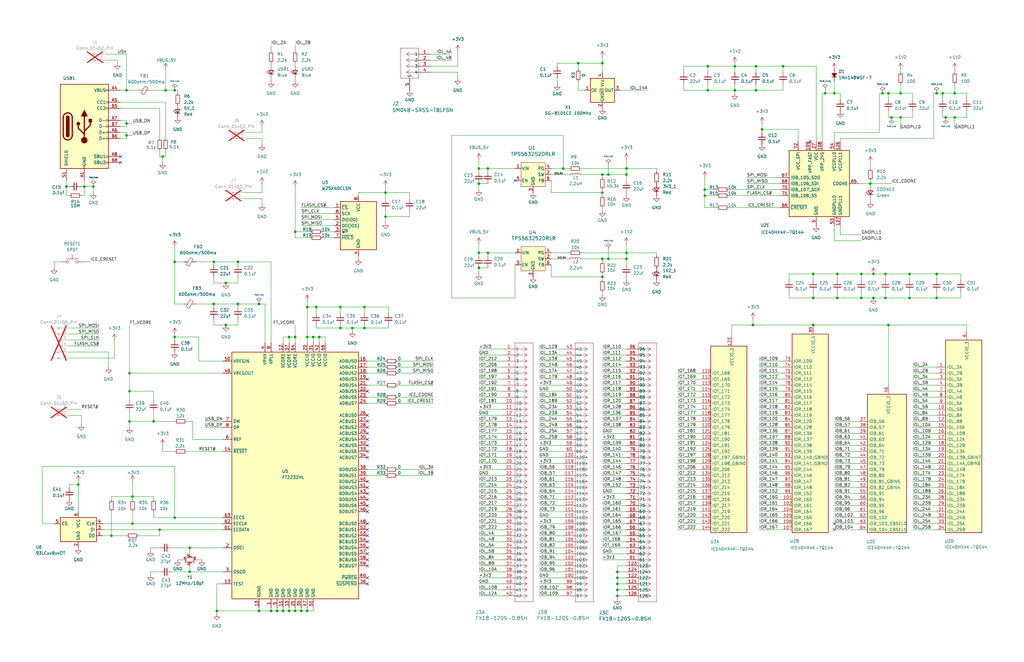
<source format=kicad_sch>
(kicad_sch (version 20231120) (generator "eeschema") (generator_version "8.0")
  (paper "USLedger")
  (lib_symbols
    (symbol "Connector:Conn_01x02_Pin" (pin_names (offset 1.016) hide)
      (property "Reference" "J" (at 0 2.54 0))
      (property "Value" "Conn_01x02_Pin" (at 0 -5.08 0))
      (symbol "Conn_01x02_Pin_1_1"
        (pin passive line (at 5.08 0 180) (length 3.81) (name "Pin_1") (number "1"))
        (pin passive line (at 5.08 -2.54 180) (length 3.81) (name "Pin_2") (number "2"))
      )
    )
    (symbol "Connector:Conn_01x06_Pin" (pin_names (offset 1.016) hide)
      (property "Reference" "J" (at 0 7.62 0))
      (property "Value" "Conn_01x06_Pin" (at 0 -10.16 0))
      (symbol "Conn_01x06_Pin_1_1"
        (pin passive line (at 5.08 5.08 180) (length 3.81) (name "Pin_1") (number "1"))
        (pin passive line (at 5.08 2.54 180) (length 3.81) (name "Pin_2") (number "2"))
        (pin passive line (at 5.08 0 180) (length 3.81) (name "Pin_3") (number "3"))
        (pin passive line (at 5.08 -2.54 180) (length 3.81) (name "Pin_4") (number "4"))
        (pin passive line (at 5.08 -5.08 180) (length 3.81) (name "Pin_5") (number "5"))
        (pin passive line (at 5.08 -7.62 180) (length 3.81) (name "Pin_6") (number "6"))
      )
    )
    (symbol "Connector:USB_C_Receptacle_USB2.0_16P" (pin_names (offset 1.016))
      (property "Reference" "J" (at 0 22.225 0))
      (property "Value" "USB_C_Receptacle_USB2.0_16P" (at 0 19.685 0))
      (symbol "USB_C_Receptacle_USB2.0_16P_1_1"
        (pin passive line (at 0 -22.86 90) (length 5.08) (name "GND") (number "A1"))
        (pin passive line (at 0 -22.86 90) (length 5.08) hide (name "GND") (number "A12"))
        (pin passive line (at 15.24 15.24 180) (length 5.08) (name "VBUS") (number "A4"))
        (pin bidirectional line (at 15.24 10.16 180) (length 5.08) (name "CC1") (number "A5"))
        (pin bidirectional line (at 15.24 -2.54 180) (length 5.08) (name "D+") (number "A6"))
        (pin bidirectional line (at 15.24 2.54 180) (length 5.08) (name "D-") (number "A7"))
        (pin bidirectional line (at 15.24 -12.7 180) (length 5.08) (name "SBU1") (number "A8"))
        (pin passive line (at 15.24 15.24 180) (length 5.08) hide (name "VBUS") (number "A9"))
        (pin passive line (at 0 -22.86 90) (length 5.08) hide (name "GND") (number "B1"))
        (pin passive line (at 0 -22.86 90) (length 5.08) hide (name "GND") (number "B12"))
        (pin passive line (at 15.24 15.24 180) (length 5.08) hide (name "VBUS") (number "B4"))
        (pin bidirectional line (at 15.24 7.62 180) (length 5.08) (name "CC2") (number "B5"))
        (pin bidirectional line (at 15.24 -5.08 180) (length 5.08) (name "D+") (number "B6"))
        (pin bidirectional line (at 15.24 0 180) (length 5.08) (name "D-") (number "B7"))
        (pin bidirectional line (at 15.24 -15.24 180) (length 5.08) (name "SBU2") (number "B8"))
        (pin passive line (at 15.24 15.24 180) (length 5.08) hide (name "VBUS") (number "B9"))
        (pin passive line (at -7.62 -22.86 90) (length 5.08) (name "SHIELD") (number "S1"))
      )
    )
    (symbol "Device:C_Small" (pin_numbers hide) (pin_names (offset 0.254) hide)
      (property "Reference" "C" (at 0.254 1.778 0))
      (property "Value" "C_Small" (at 0.254 -2.032 0))
      (symbol "C_Small_1_1"
        (pin passive line (at 0 2.54 270) (length 2.032) (name "~") (number "1"))
        (pin passive line (at 0 -2.54 90) (length 2.032) (name "~") (number "2"))
      )
    )
    (symbol "Device:Crystal_GND24_Small" (pin_names (offset 1.016) hide)
      (property "Reference" "Y" (at 1.27 4.445 0))
      (property "Value" "Crystal_GND24_Small" (at 1.27 2.54 0))
      (symbol "Crystal_GND24_Small_1_1"
        (pin passive line (at -2.54 0 0) (length 1.27) (name "1") (number "1"))
        (pin passive line (at 0 -2.54 90) (length 0.635) (name "2") (number "2"))
        (pin passive line (at 2.54 0 180) (length 1.27) (name "3") (number "3"))
        (pin passive line (at 0 2.54 270) (length 0.635) (name "4") (number "4"))
      )
    )
    (symbol "Device:D_Small_Filled" (pin_numbers hide) (pin_names (offset 0.254) hide)
      (property "Reference" "D" (at -1.27 2.032 0))
      (property "Value" "D_Small_Filled" (at -3.81 -2.032 0))
      (symbol "D_Small_Filled_1_1"
        (pin passive line (at -2.54 0 0) (length 1.778) (name "K") (number "1"))
        (pin passive line (at 2.54 0 180) (length 1.778) (name "A") (number "2"))
      )
    )
    (symbol "Device:FerriteBead_Small" (pin_numbers hide) (pin_names (offset 0))
      (property "Reference" "FB" (at 1.905 1.27 0))
      (property "Value" "FerriteBead_Small" (at 1.905 -1.27 0))
      (symbol "FerriteBead_Small_1_1"
        (pin passive line (at 0 2.54 270) (length 1.27) (name "~") (number "1"))
        (pin passive line (at 0 -2.54 90) (length 1.27) (name "~") (number "2"))
      )
    )
    (symbol "Device:LED_Small" (pin_numbers hide) (pin_names (offset 0.254) hide)
      (property "Reference" "D" (at -1.27 3.175 0))
      (property "Value" "LED_Small" (at -4.445 -2.54 0))
      (symbol "LED_Small_1_1"
        (pin passive line (at -2.54 0 0) (length 1.778) (name "K") (number "1"))
        (pin passive line (at 2.54 0 180) (length 1.778) (name "A") (number "2"))
      )
    )
    (symbol "Device:L_Small" (pin_numbers hide) (pin_names (offset 0.254) hide)
      (property "Reference" "L" (at 0.762 1.016 0))
      (property "Value" "L_Small" (at 0.762 -1.016 0))
      (symbol "L_Small_1_1"
        (pin passive line (at 0 2.54 270) (length 0.508) (name "~") (number "1"))
        (pin passive line (at 0 -2.54 90) (length 0.508) (name "~") (number "2"))
      )
    )
    (symbol "Device:R_Small" (pin_numbers hide) (pin_names (offset 0.254) hide)
      (property "Reference" "R" (at 0.762 0.508 0))
      (property "Value" "R_Small" (at 0.762 -1.016 0))
      (symbol "R_Small_1_1"
        (pin passive line (at 0 2.54 270) (length 0.762) (name "~") (number "1"))
        (pin passive line (at 0 -2.54 90) (length 0.762) (name "~") (number "2"))
      )
    )
    (symbol "FPGA_Lattice:ICE40HX4K-TQ144"
      (property "Reference" "U" (at 12.7 53.34 0))
      (property "Value" "ICE40HX4K-TQ144" (at 30.48 48.26 0))
      (symbol "ICE40HX4K-TQ144_1_1"
        (pin bidirectional line (at -12.7 30.48 0) (length 3.81) (name "IOT_168") (number "110"))
        (pin bidirectional line (at -12.7 27.94 0) (length 3.81) (name "IOT_169") (number "112"))
        (pin bidirectional line (at -12.7 25.4 0) (length 3.81) (name "IOT_170") (number "113"))
        (pin bidirectional line (at -12.7 22.86 0) (length 3.81) (name "IOT_171") (number "114"))
        (pin bidirectional line (at -12.7 20.32 0) (length 3.81) (name "IOT_172") (number "115"))
        (pin bidirectional line (at -12.7 17.78 0) (length 3.81) (name "IOT_173") (number "116"))
        (pin bidirectional line (at -12.7 15.24 0) (length 3.81) (name "IOT_174") (number "117"))
        (pin bidirectional line (at -12.7 12.7 0) (length 3.81) (name "IOT_177") (number "118"))
        (pin bidirectional line (at -12.7 10.16 0) (length 3.81) (name "IOT_178") (number "119"))
        (pin bidirectional line (at -12.7 7.62 0) (length 3.81) (name "IOT_179") (number "120"))
        (pin bidirectional line (at -12.7 5.08 0) (length 3.81) (name "IOT_181") (number "121"))
        (pin bidirectional line (at -12.7 2.54 0) (length 3.81) (name "IOT_190") (number "122"))
        (pin power_in line (at 0 45.72 270) (length 3.81) (name "VCCIO_0") (number "123"))
        (pin bidirectional line (at -12.7 0 0) (length 3.81) (name "IOT_191") (number "124"))
        (pin bidirectional line (at -12.7 -2.54 0) (length 3.81) (name "IOT_192") (number "125"))
        (pin bidirectional line (at -12.7 -5.08 0) (length 3.81) (name "IOT_197_GBIN1") (number "128"))
        (pin bidirectional line (at -12.7 -7.62 0) (length 3.81) (name "IOT_198_GBIN0") (number "129"))
        (pin bidirectional line (at -12.7 -10.16 0) (length 3.81) (name "IOT_206") (number "130"))
        (pin passive line (at 0 45.72 270) (length 3.81) hide (name "VCCIO_0") (number "131"))
        (pin bidirectional line (at -12.7 -12.7 0) (length 3.81) (name "IOT_212") (number "134"))
        (pin bidirectional line (at -12.7 -15.24 0) (length 3.81) (name "IOT_213") (number "135"))
        (pin bidirectional line (at -12.7 -17.78 0) (length 3.81) (name "IOT_214") (number "136"))
        (pin bidirectional line (at -12.7 -20.32 0) (length 3.81) (name "IOT_215") (number "137"))
        (pin bidirectional line (at -12.7 -22.86 0) (length 3.81) (name "IOT_216") (number "138"))
        (pin bidirectional line (at -12.7 -25.4 0) (length 3.81) (name "IOT_217") (number "139"))
        (pin bidirectional line (at -12.7 -27.94 0) (length 3.81) (name "IOT_219") (number "141"))
        (pin bidirectional line (at -12.7 -30.48 0) (length 3.81) (name "IOT_220") (number "142"))
        (pin bidirectional line (at -12.7 -33.02 0) (length 3.81) (name "IOT_221") (number "143"))
        (pin bidirectional line (at -12.7 -35.56 0) (length 3.81) (name "IOT_222") (number "144"))
      )
      (symbol "ICE40HX4K-TQ144_2_1"
        (pin passive line (at 0 48.26 270) (length 3.81) hide (name "VCCIO_1") (number "100"))
        (pin bidirectional line (at -12.7 -25.4 0) (length 3.81) (name "IOR_160") (number "101"))
        (pin bidirectional line (at -12.7 -27.94 0) (length 3.81) (name "IOR_161") (number "102"))
        (pin bidirectional line (at -12.7 -30.48 0) (length 3.81) (name "IOR_164") (number "104"))
        (pin bidirectional line (at -12.7 -33.02 0) (length 3.81) (name "IOR_165") (number "105"))
        (pin bidirectional line (at -12.7 -35.56 0) (length 3.81) (name "IOR_166") (number "106"))
        (pin bidirectional line (at -12.7 -38.1 0) (length 3.81) (name "IOR_167") (number "107"))
        (pin bidirectional line (at -12.7 33.02 0) (length 3.81) (name "IOR_109") (number "73"))
        (pin bidirectional line (at -12.7 30.48 0) (length 3.81) (name "IOR_110") (number "74"))
        (pin bidirectional line (at -12.7 27.94 0) (length 3.81) (name "IOR_111") (number "75"))
        (pin bidirectional line (at -12.7 25.4 0) (length 3.81) (name "IOR_112") (number "76"))
        (pin bidirectional line (at -12.7 22.86 0) (length 3.81) (name "IOR_114") (number "78"))
        (pin bidirectional line (at -12.7 20.32 0) (length 3.81) (name "IOR_115") (number "79"))
        (pin bidirectional line (at -12.7 17.78 0) (length 3.81) (name "IOR_116") (number "80"))
        (pin bidirectional line (at -12.7 15.24 0) (length 3.81) (name "IOR_117") (number "81"))
        (pin bidirectional line (at -12.7 12.7 0) (length 3.81) (name "IOR_118") (number "82"))
        (pin bidirectional line (at -12.7 10.16 0) (length 3.81) (name "IOR_119") (number "83"))
        (pin bidirectional line (at -12.7 7.62 0) (length 3.81) (name "IOR_120") (number "84"))
        (pin bidirectional line (at -12.7 5.08 0) (length 3.81) (name "IOR_128") (number "85"))
        (pin bidirectional line (at -12.7 2.54 0) (length 3.81) (name "IOR_136") (number "87"))
        (pin bidirectional line (at -12.7 0 0) (length 3.81) (name "IOR_137") (number "88"))
        (pin power_in line (at 0 48.26 270) (length 3.81) (name "VCCIO_1") (number "89"))
        (pin bidirectional line (at -12.7 -2.54 0) (length 3.81) (name "IOR_138") (number "90"))
        (pin bidirectional line (at -12.7 -5.08 0) (length 3.81) (name "IOR_139") (number "91"))
        (pin bidirectional line (at -12.7 -7.62 0) (length 3.81) (name "IOR_140_GBIN3") (number "93"))
        (pin bidirectional line (at -12.7 -10.16 0) (length 3.81) (name "IOR_141_GBIN2") (number "94"))
        (pin bidirectional line (at -12.7 -12.7 0) (length 3.81) (name "IOR_144") (number "95"))
        (pin bidirectional line (at -12.7 -15.24 0) (length 3.81) (name "IOR_146") (number "96"))
        (pin bidirectional line (at -12.7 -17.78 0) (length 3.81) (name "IOR_147") (number "97"))
        (pin bidirectional line (at -12.7 -20.32 0) (length 3.81) (name "IOR_148") (number "98"))
        (pin bidirectional line (at -12.7 -22.86 0) (length 3.81) (name "IOR_152") (number "99"))
      )
      (symbol "ICE40HX4K-TQ144_3_1"
        (pin bidirectional line (at -12.7 20.32 0) (length 3.81) (name "IOB_56") (number "37"))
        (pin bidirectional line (at -12.7 17.78 0) (length 3.81) (name "IOB_57") (number "38"))
        (pin bidirectional line (at -12.7 15.24 0) (length 3.81) (name "IOB_61") (number "39"))
        (pin bidirectional line (at -12.7 12.7 0) (length 3.81) (name "IOB_63") (number "41"))
        (pin bidirectional line (at -12.7 10.16 0) (length 3.81) (name "IOB_64") (number "42"))
        (pin bidirectional line (at -12.7 7.62 0) (length 3.81) (name "IOB_71") (number "43"))
        (pin bidirectional line (at -12.7 5.08 0) (length 3.81) (name "IOB_72") (number "44"))
        (pin bidirectional line (at -12.7 2.54 0) (length 3.81) (name "IOB_73") (number "45"))
        (pin power_in line (at 0 35.56 270) (length 3.81) (name "VCCIO_2") (number "46"))
        (pin bidirectional line (at -12.7 0 0) (length 3.81) (name "IOB_79") (number "47"))
        (pin bidirectional line (at -12.7 -2.54 0) (length 3.81) (name "IOB_80") (number "48"))
        (pin bidirectional line (at -12.7 -5.08 0) (length 3.81) (name "IOB_81_GBIN5") (number "49"))
        (pin bidirectional line (at -12.7 -7.62 0) (length 3.81) (name "IOB_82_GBIN4") (number "52"))
        (pin bidirectional line (at -12.7 -10.16 0) (length 3.81) (name "IOB_91") (number "55"))
        (pin bidirectional line (at -12.7 -12.7 0) (length 3.81) (name "IOB_94") (number "56"))
        (pin passive line (at 0 35.56 270) (length 3.81) hide (name "VCCIO_2") (number "57"))
        (pin bidirectional line (at -12.7 -15.24 0) (length 3.81) (name "IOB_95") (number "60"))
        (pin bidirectional line (at -12.7 -17.78 0) (length 3.81) (name "IOB_96") (number "61"))
        (pin bidirectional line (at -12.7 -20.32 0) (length 3.81) (name "IOB_102") (number "62"))
        (pin bidirectional line (at -12.7 -22.86 0) (length 3.81) (name "IOB_103_CBSEL0") (number "63"))
        (pin bidirectional line (at -12.7 -25.4 0) (length 3.81) (name "IOB_104_CBSEL1") (number "64"))
      )
      (symbol "ICE40HX4K-TQ144_4_1"
        (pin bidirectional line (at -12.7 30.48 0) (length 3.81) (name "IOL_2A") (number "1"))
        (pin bidirectional line (at -12.7 12.7 0) (length 3.81) (name "IOL_5B") (number "10"))
        (pin bidirectional line (at -12.7 10.16 0) (length 3.81) (name "IOL_8A") (number "11"))
        (pin bidirectional line (at -12.7 7.62 0) (length 3.81) (name "IOL_8B") (number "12"))
        (pin bidirectional line (at -12.7 5.08 0) (length 3.81) (name "IOL_10A") (number "15"))
        (pin bidirectional line (at -12.7 2.54 0) (length 3.81) (name "IOL_10B") (number "16"))
        (pin bidirectional line (at -12.7 0 0) (length 3.81) (name "IOL_12A") (number "17"))
        (pin bidirectional line (at -12.7 -2.54 0) (length 3.81) (name "IOL_12B") (number "18"))
        (pin bidirectional line (at -12.7 -5.08 0) (length 3.81) (name "IOL_13A") (number "19"))
        (pin bidirectional line (at -12.7 27.94 0) (length 3.81) (name "IOL_2B") (number "2"))
        (pin bidirectional line (at -12.7 -7.62 0) (length 3.81) (name "IOL_13B_GBIN7") (number "20"))
        (pin bidirectional line (at -12.7 -10.16 0) (length 3.81) (name "IOL_14A_GBIN6") (number "21"))
        (pin bidirectional line (at -12.7 -12.7 0) (length 3.81) (name "IOL_14B") (number "22"))
        (pin bidirectional line (at -12.7 -15.24 0) (length 3.81) (name "IOL_17A") (number "23"))
        (pin bidirectional line (at -12.7 -17.78 0) (length 3.81) (name "IOL_17B") (number "24"))
        (pin bidirectional line (at -12.7 -20.32 0) (length 3.81) (name "IOL_18A") (number "25"))
        (pin bidirectional line (at -12.7 -22.86 0) (length 3.81) (name "IOL_18B") (number "26"))
        (pin bidirectional line (at -12.7 -25.4 0) (length 3.81) (name "IOL_23A") (number "28"))
        (pin bidirectional line (at -12.7 -27.94 0) (length 3.81) (name "IOL_23B") (number "29"))
        (pin bidirectional line (at -12.7 25.4 0) (length 3.81) (name "IOL_3A") (number "3"))
        (pin passive line (at 0 45.72 270) (length 3.81) hide (name "VCCIO_3") (number "30"))
        (pin bidirectional line (at -12.7 -30.48 0) (length 3.81) (name "IOL_24A") (number "31"))
        (pin bidirectional line (at -12.7 -33.02 0) (length 3.81) (name "IOL_24B") (number "32"))
        (pin bidirectional line (at -12.7 -35.56 0) (length 3.81) (name "IOL_25A") (number "33"))
        (pin bidirectional line (at -12.7 -38.1 0) (length 3.81) (name "IOL_25B") (number "34"))
        (pin bidirectional line (at -12.7 22.86 0) (length 3.81) (name "IOL_3B") (number "4"))
        (pin power_in line (at 0 45.72 270) (length 3.81) (name "VCCIO_3") (number "6"))
        (pin bidirectional line (at -12.7 20.32 0) (length 3.81) (name "IOL_4A") (number "7"))
        (pin bidirectional line (at -12.7 17.78 0) (length 3.81) (name "IOL_4B") (number "8"))
        (pin bidirectional line (at -12.7 15.24 0) (length 3.81) (name "IOL_5A") (number "9"))
      )
      (symbol "ICE40HX4K-TQ144_5_1"
        (pin passive line (at 0 -17.78 90) (length 3.81) hide (name "GND") (number "103"))
        (pin power_in line (at 2.54 17.78 270) (length 3.81) (name "VPP_2V5") (number "108"))
        (pin power_in line (at -2.54 17.78 270) (length 3.81) (name "VPP_FAST") (number "109"))
        (pin passive line (at 0 17.78 270) (length 3.81) hide (name "VCC") (number "111"))
        (pin power_in line (at 10.16 17.78 270) (length 3.81) (name "VCCPLL1") (number "126"))
        (pin power_in line (at 10.16 -17.78 90) (length 3.81) (name "GNDPLL1") (number "127"))
        (pin passive line (at 0 -17.78 90) (length 3.81) hide (name "GND") (number "13"))
        (pin passive line (at 0 -17.78 90) (length 3.81) hide (name "GND") (number "132"))
        (pin no_connect line (at 12.7 -10.16 180) (length 3.81) hide (name "NC") (number "133"))
        (pin passive line (at 0 -17.78 90) (length 3.81) hide (name "GND") (number "14"))
        (pin passive line (at 0 -17.78 90) (length 3.81) hide (name "GND") (number "140"))
        (pin power_in line (at 0 17.78 270) (length 3.81) (name "VCC") (number "27"))
        (pin no_connect line (at 12.7 5.08 180) (length 3.81) hide (name "NC") (number "35"))
        (pin no_connect line (at 12.7 2.54 180) (length 3.81) hide (name "NC") (number "36"))
        (pin passive line (at 0 17.78 270) (length 3.81) hide (name "VCC") (number "40"))
        (pin power_in line (at 0 -17.78 90) (length 3.81) (name "GND") (number "5"))
        (pin no_connect line (at 12.7 -2.54 180) (length 3.81) hide (name "NC") (number "50"))
        (pin no_connect line (at 12.7 -5.08 180) (length 3.81) hide (name "NC") (number "51"))
        (pin power_in line (at 7.62 -17.78 90) (length 3.81) (name "GNDPLL0") (number "53"))
        (pin power_in line (at 7.62 17.78 270) (length 3.81) (name "VCCPLL0") (number "54"))
        (pin no_connect line (at 12.7 -7.62 180) (length 3.81) hide (name "NC") (number "58"))
        (pin passive line (at 0 -17.78 90) (length 3.81) hide (name "GND") (number "59"))
        (pin open_collector line (at 17.78 0 180) (length 3.81) (name "CDONE") (number "65"))
        (pin input line (at -15.24 -10.16 0) (length 3.81) (name "~{CRESET}") (number "66"))
        (pin bidirectional line (at -15.24 2.54 0) (length 3.81) (name "IOB_105_SDO") (number "67"))
        (pin bidirectional line (at -15.24 0 0) (length 3.81) (name "IOB_106_SDI") (number "68"))
        (pin passive line (at 0 -17.78 90) (length 3.81) hide (name "GND") (number "69"))
        (pin bidirectional line (at -15.24 -2.54 0) (length 3.81) (name "IOB_107_SCK") (number "70"))
        (pin bidirectional line (at -15.24 -5.08 0) (length 3.81) (name "IOB_108_SS") (number "71"))
        (pin power_in line (at -7.62 17.78 270) (length 3.81) (name "VCC_SPI") (number "72"))
        (pin no_connect line (at 12.7 7.62 180) (length 3.81) hide (name "NC") (number "77"))
        (pin passive line (at 0 -17.78 90) (length 3.81) hide (name "GND") (number "86"))
        (pin passive line (at 0 17.78 270) (length 3.81) hide (name "VCC") (number "92"))
      )
    )
    (symbol "FX18-120S-0-8SV20:FX18-120S-0.8SV20" (pin_names (offset 0.254))
      (property "Reference" "J" (at 8.89 6.35 0))
      (property "Value" "FX18-120S-0.8SV20" (at 0 0 0))
      (symbol "FX18-120S-0.8SV20_1_1"
        (pin passive line (at 0 0 0) (length 5.08) (name "1") (number "1"))
        (pin passive line (at 0 -22.86 0) (length 5.08) (name "10") (number "10"))
        (pin passive line (at 0 -25.4 0) (length 5.08) (name "11") (number "11"))
        (pin passive line (at 0 -27.94 0) (length 5.08) (name "12") (number "12"))
        (pin passive line (at 0 -30.48 0) (length 5.08) (name "13") (number "13"))
        (pin passive line (at 0 -33.02 0) (length 5.08) (name "14") (number "14"))
        (pin passive line (at 0 -35.56 0) (length 5.08) (name "15") (number "15"))
        (pin passive line (at 0 -38.1 0) (length 5.08) (name "16") (number "16"))
        (pin passive line (at 0 -40.64 0) (length 5.08) (name "17") (number "17"))
        (pin passive line (at 0 -43.18 0) (length 5.08) (name "18") (number "18"))
        (pin passive line (at 0 -45.72 0) (length 5.08) (name "19") (number "19"))
        (pin passive line (at 0 -2.54 0) (length 5.08) (name "2") (number "2"))
        (pin passive line (at 0 -48.26 0) (length 5.08) (name "20") (number "20"))
        (pin passive line (at 0 -50.8 0) (length 5.08) (name "21") (number "21"))
        (pin passive line (at 0 -53.34 0) (length 5.08) (name "22") (number "22"))
        (pin passive line (at 0 -55.88 0) (length 5.08) (name "23") (number "23"))
        (pin passive line (at 0 -58.42 0) (length 5.08) (name "24") (number "24"))
        (pin passive line (at 0 -60.96 0) (length 5.08) (name "25") (number "25"))
        (pin passive line (at 0 -63.5 0) (length 5.08) (name "26") (number "26"))
        (pin passive line (at 0 -66.04 0) (length 5.08) (name "27") (number "27"))
        (pin passive line (at 0 -68.58 0) (length 5.08) (name "28") (number "28"))
        (pin passive line (at 0 -71.12 0) (length 5.08) (name "29") (number "29"))
        (pin passive line (at 0 -5.08 0) (length 5.08) (name "3") (number "3"))
        (pin passive line (at 0 -73.66 0) (length 5.08) (name "30") (number "30"))
        (pin passive line (at 0 -76.2 0) (length 5.08) (name "31") (number "31"))
        (pin passive line (at 0 -78.74 0) (length 5.08) (name "32") (number "32"))
        (pin passive line (at 0 -81.28 0) (length 5.08) (name "33") (number "33"))
        (pin passive line (at 0 -83.82 0) (length 5.08) (name "34") (number "34"))
        (pin passive line (at 0 -86.36 0) (length 5.08) (name "35") (number "35"))
        (pin passive line (at 0 -88.9 0) (length 5.08) (name "36") (number "36"))
        (pin passive line (at 0 -91.44 0) (length 5.08) (name "37") (number "37"))
        (pin passive line (at 0 -93.98 0) (length 5.08) (name "38") (number "38"))
        (pin passive line (at 0 -96.52 0) (length 5.08) (name "39") (number "39"))
        (pin passive line (at 0 -7.62 0) (length 5.08) (name "4") (number "4"))
        (pin passive line (at 0 -99.06 0) (length 5.08) (name "40") (number "40"))
        (pin passive line (at 0 -101.6 0) (length 5.08) (name "41") (number "41"))
        (pin passive line (at 0 -104.14 0) (length 5.08) (name "42") (number "42"))
        (pin passive line (at 0 -10.16 0) (length 5.08) (name "5") (number "5"))
        (pin passive line (at 0 -12.7 0) (length 5.08) (name "6") (number "6"))
        (pin passive line (at 0 -15.24 0) (length 5.08) (name "7") (number "7"))
        (pin passive line (at 0 -17.78 0) (length 5.08) (name "8") (number "8"))
        (pin passive line (at 0 -20.32 0) (length 5.08) (name "9") (number "9"))
      )
      (symbol "FX18-120S-0.8SV20_2_1"
        (pin passive line (at 0 -96.52 0) (length 5.08) (name "100") (number "100"))
        (pin passive line (at 0 -93.98 0) (length 5.08) (name "101") (number "101"))
        (pin passive line (at 0 -91.44 0) (length 5.08) (name "102") (number "102"))
        (pin passive line (at 0 -88.9 0) (length 5.08) (name "103") (number "103"))
        (pin passive line (at 0 -86.36 0) (length 5.08) (name "104") (number "104"))
        (pin passive line (at 0 -83.82 0) (length 5.08) (name "105") (number "105"))
        (pin passive line (at 0 -81.28 0) (length 5.08) (name "106") (number "106"))
        (pin passive line (at 0 -78.74 0) (length 5.08) (name "107") (number "107"))
        (pin passive line (at 0 -76.2 0) (length 5.08) (name "108") (number "108"))
        (pin passive line (at 0 -73.66 0) (length 5.08) (name "109") (number "109"))
        (pin passive line (at 0 -71.12 0) (length 5.08) (name "110") (number "110"))
        (pin passive line (at 0 -68.58 0) (length 5.08) (name "111") (number "111"))
        (pin passive line (at 0 -66.04 0) (length 5.08) (name "112") (number "112"))
        (pin passive line (at 0 -63.5 0) (length 5.08) (name "113") (number "113"))
        (pin passive line (at 0 -60.96 0) (length 5.08) (name "114") (number "114"))
        (pin passive line (at 0 -58.42 0) (length 5.08) (name "115") (number "115"))
        (pin passive line (at 0 -55.88 0) (length 5.08) (name "116") (number "116"))
        (pin passive line (at 0 -53.34 0) (length 5.08) (name "117") (number "117"))
        (pin passive line (at 0 -50.8 0) (length 5.08) (name "118") (number "118"))
        (pin passive line (at 0 -48.26 0) (length 5.08) (name "119") (number "119"))
        (pin passive line (at 0 -45.72 0) (length 5.08) (name "120") (number "120"))
        (pin passive line (at 0 0 0) (length 5.08) (name "43") (number "43"))
        (pin passive line (at 0 -2.54 0) (length 5.08) (name "44") (number "44"))
        (pin passive line (at 0 -5.08 0) (length 5.08) (name "45") (number "45"))
        (pin passive line (at 0 -7.62 0) (length 5.08) (name "46") (number "46"))
        (pin passive line (at 0 -10.16 0) (length 5.08) (name "47") (number "47"))
        (pin passive line (at 0 -12.7 0) (length 5.08) (name "48") (number "48"))
        (pin passive line (at 0 -15.24 0) (length 5.08) (name "49") (number "49"))
        (pin passive line (at 0 -17.78 0) (length 5.08) (name "50") (number "50"))
        (pin passive line (at 0 -20.32 0) (length 5.08) (name "51") (number "51"))
        (pin passive line (at 0 -22.86 0) (length 5.08) (name "52") (number "52"))
        (pin passive line (at 0 -25.4 0) (length 5.08) (name "53") (number "53"))
        (pin passive line (at 0 -27.94 0) (length 5.08) (name "54") (number "54"))
        (pin passive line (at 0 -30.48 0) (length 5.08) (name "55") (number "55"))
        (pin passive line (at 0 -33.02 0) (length 5.08) (name "56") (number "56"))
        (pin passive line (at 0 -35.56 0) (length 5.08) (name "57") (number "57"))
        (pin passive line (at 0 -38.1 0) (length 5.08) (name "58") (number "58"))
        (pin passive line (at 0 -40.64 0) (length 5.08) (name "59") (number "59"))
        (pin passive line (at 0 -43.18 0) (length 5.08) (name "60") (number "60"))
        (pin passive line (at 0 -104.14 0) (length 5.08) (name "97") (number "97"))
        (pin passive line (at 0 -101.6 0) (length 5.08) (name "98") (number "98"))
        (pin passive line (at 0 -99.06 0) (length 5.08) (name "99") (number "99"))
      )
      (symbol "FX18-120S-0.8SV20_3_1"
        (pin passive line (at 0 -99.06 0) (length 5.08) (name "121") (number "121"))
        (pin passive line (at 0 -96.52 0) (length 5.08) (name "122") (number "122"))
        (pin passive line (at 0 -91.44 0) (length 5.08) (name "123") (number "123"))
        (pin passive line (at 0 -93.98 0) (length 5.08) (name "124") (number "124"))
        (pin passive line (at 0 -101.6 0) (length 5.08) (name "125") (number "125"))
        (pin passive line (at 0 -104.14 0) (length 5.08) (name "126") (number "126"))
        (pin passive line (at 0 -88.9 0) (length 5.08) (name "61") (number "61"))
        (pin passive line (at 0 -86.36 0) (length 5.08) (name "62") (number "62"))
        (pin passive line (at 0 -83.82 0) (length 5.08) (name "63") (number "63"))
        (pin passive line (at 0 -81.28 0) (length 5.08) (name "64") (number "64"))
        (pin passive line (at 0 -78.74 0) (length 5.08) (name "65") (number "65"))
        (pin passive line (at 0 -76.2 0) (length 5.08) (name "66") (number "66"))
        (pin passive line (at 0 -73.66 0) (length 5.08) (name "67") (number "67"))
        (pin passive line (at 0 -71.12 0) (length 5.08) (name "68") (number "68"))
        (pin passive line (at 0 -68.58 0) (length 5.08) (name "69") (number "69"))
        (pin passive line (at 0 -66.04 0) (length 5.08) (name "70") (number "70"))
        (pin passive line (at 0 -63.5 0) (length 5.08) (name "71") (number "71"))
        (pin passive line (at 0 -60.96 0) (length 5.08) (name "72") (number "72"))
        (pin passive line (at 0 -58.42 0) (length 5.08) (name "73") (number "73"))
        (pin passive line (at 0 -55.88 0) (length 5.08) (name "74") (number "74"))
        (pin passive line (at 0 -53.34 0) (length 5.08) (name "75") (number "75"))
        (pin passive line (at 0 -50.8 0) (length 5.08) (name "76") (number "76"))
        (pin passive line (at 0 -48.26 0) (length 5.08) (name "77") (number "77"))
        (pin passive line (at 0 -45.72 0) (length 5.08) (name "78") (number "78"))
        (pin passive line (at 0 -43.18 0) (length 5.08) (name "79") (number "79"))
        (pin passive line (at 0 -40.64 0) (length 5.08) (name "80") (number "80"))
        (pin passive line (at 0 -38.1 0) (length 5.08) (name "81") (number "81"))
        (pin passive line (at 0 -35.56 0) (length 5.08) (name "82") (number "82"))
        (pin passive line (at 0 -33.02 0) (length 5.08) (name "83") (number "83"))
        (pin passive line (at 0 -30.48 0) (length 5.08) (name "84") (number "84"))
        (pin passive line (at 0 -27.94 0) (length 5.08) (name "85") (number "85"))
        (pin passive line (at 0 -25.4 0) (length 5.08) (name "86") (number "86"))
        (pin passive line (at 0 -22.86 0) (length 5.08) (name "87") (number "87"))
        (pin passive line (at 0 -20.32 0) (length 5.08) (name "88") (number "88"))
        (pin passive line (at 0 -17.78 0) (length 5.08) (name "89") (number "89"))
        (pin passive line (at 0 -15.24 0) (length 5.08) (name "90") (number "90"))
        (pin passive line (at 0 -12.7 0) (length 5.08) (name "91") (number "91"))
        (pin passive line (at 0 -10.16 0) (length 5.08) (name "92") (number "92"))
        (pin passive line (at 0 -7.62 0) (length 5.08) (name "93") (number "93"))
        (pin passive line (at 0 -5.08 0) (length 5.08) (name "94") (number "94"))
        (pin passive line (at 0 -2.54 0) (length 5.08) (name "95") (number "95"))
        (pin passive line (at 0 0 0) (length 5.08) (name "96") (number "96"))
      )
    )
    (symbol "Interface_USB:FT2232HL"
      (property "Reference" "U" (at -26.67 53.34 0))
      (property "Value" "FT2232HL" (at 19.05 53.34 0))
      (symbol "FT2232HL_1_1"
        (pin power_in line (at -10.16 -55.88 90) (length 3.81) (name "GND") (number "1"))
        (pin power_in line (at -15.24 -55.88 90) (length 3.81) (name "AGND") (number "10"))
        (pin power_in line (at -5.08 -55.88 90) (length 3.81) (name "GND") (number "11"))
        (pin power_in line (at -5.08 55.88 270) (length 3.81) (name "VCORE") (number "12"))
        (pin input line (at -30.48 -45.72 0) (length 3.81) (name "TEST") (number "13"))
        (pin input line (at -30.48 10.16 0) (length 3.81) (name "~{RESET}") (number "14"))
        (pin power_in line (at -2.54 -55.88 90) (length 3.81) (name "GND") (number "15"))
        (pin bidirectional line (at 30.48 48.26 180) (length 3.81) (name "ADBUS0") (number "16"))
        (pin bidirectional line (at 30.48 45.72 180) (length 3.81) (name "ADBUS1") (number "17"))
        (pin bidirectional line (at 30.48 43.18 180) (length 3.81) (name "ADBUS2") (number "18"))
        (pin bidirectional line (at 30.48 40.64 180) (length 3.81) (name "ADBUS3") (number "19"))
        (pin input line (at -30.48 -30.48 0) (length 3.81) (name "OSCI") (number "2"))
        (pin power_in line (at 5.08 55.88 270) (length 3.81) (name "VCCIO") (number "20"))
        (pin bidirectional line (at 30.48 38.1 180) (length 3.81) (name "ADBUS4") (number "21"))
        (pin bidirectional line (at 30.48 35.56 180) (length 3.81) (name "ADBUS5") (number "22"))
        (pin bidirectional line (at 30.48 33.02 180) (length 3.81) (name "ADBUS6") (number "23"))
        (pin bidirectional line (at 30.48 30.48 180) (length 3.81) (name "ADBUS7") (number "24"))
        (pin power_in line (at 0 -55.88 90) (length 3.81) (name "GND") (number "25"))
        (pin bidirectional line (at 30.48 25.4 180) (length 3.81) (name "ACBUS0") (number "26"))
        (pin bidirectional line (at 30.48 22.86 180) (length 3.81) (name "ACBUS1") (number "27"))
        (pin bidirectional line (at 30.48 20.32 180) (length 3.81) (name "ACBUS2") (number "28"))
        (pin bidirectional line (at 30.48 17.78 180) (length 3.81) (name "ACBUS3") (number "29"))
        (pin output line (at -30.48 -40.64 0) (length 3.81) (name "OSCO") (number "3"))
        (pin bidirectional line (at 30.48 15.24 180) (length 3.81) (name "ACBUS4") (number "30"))
        (pin power_in line (at 7.62 55.88 270) (length 3.81) (name "VCCIO") (number "31"))
        (pin bidirectional line (at 30.48 12.7 180) (length 3.81) (name "ACBUS5") (number "32"))
        (pin bidirectional line (at 30.48 10.16 180) (length 3.81) (name "ACBUS6") (number "33"))
        (pin bidirectional line (at 30.48 7.62 180) (length 3.81) (name "ACBUS7") (number "34"))
        (pin power_in line (at 2.54 -55.88 90) (length 3.81) (name "GND") (number "35"))
        (pin output line (at 30.48 -45.72 180) (length 3.81) (name "~{SUSPEND}") (number "36"))
        (pin power_in line (at -2.54 55.88 270) (length 3.81) (name "VCORE") (number "37"))
        (pin bidirectional line (at 30.48 2.54 180) (length 3.81) (name "BDBUS0") (number "38"))
        (pin bidirectional line (at 30.48 0 180) (length 3.81) (name "BDBUS1") (number "39"))
        (pin power_in line (at -12.7 55.88 270) (length 3.81) (name "VPHY") (number "4"))
        (pin bidirectional line (at 30.48 -2.54 180) (length 3.81) (name "BDBUS2") (number "40"))
        (pin bidirectional line (at 30.48 -5.08 180) (length 3.81) (name "BDBUS3") (number "41"))
        (pin power_in line (at 10.16 55.88 270) (length 3.81) (name "VCCIO") (number "42"))
        (pin bidirectional line (at 30.48 -7.62 180) (length 3.81) (name "BDBUS4") (number "43"))
        (pin bidirectional line (at 30.48 -10.16 180) (length 3.81) (name "BDBUS5") (number "44"))
        (pin bidirectional line (at 30.48 -12.7 180) (length 3.81) (name "BDBUS6") (number "45"))
        (pin bidirectional line (at 30.48 -15.24 180) (length 3.81) (name "BDBUS7") (number "46"))
        (pin power_in line (at 5.08 -55.88 90) (length 3.81) (name "GND") (number "47"))
        (pin bidirectional line (at 30.48 -20.32 180) (length 3.81) (name "BCBUS0") (number "48"))
        (pin power_out line (at -30.48 43.18 0) (length 3.81) (name "VREGOUT") (number "49"))
        (pin power_in line (at -7.62 -55.88 90) (length 3.81) (name "GND") (number "5"))
        (pin power_in line (at -30.48 48.26 0) (length 3.81) (name "VREGIN") (number "50"))
        (pin power_in line (at 7.62 -55.88 90) (length 3.81) (name "GND") (number "51"))
        (pin bidirectional line (at 30.48 -22.86 180) (length 3.81) (name "BCBUS1") (number "52"))
        (pin bidirectional line (at 30.48 -25.4 180) (length 3.81) (name "BCBUS2") (number "53"))
        (pin bidirectional line (at 30.48 -27.94 180) (length 3.81) (name "BCBUS3") (number "54"))
        (pin bidirectional line (at 30.48 -30.48 180) (length 3.81) (name "BCBUS4") (number "55"))
        (pin power_in line (at 12.7 55.88 270) (length 3.81) (name "VCCIO") (number "56"))
        (pin bidirectional line (at 30.48 -33.02 180) (length 3.81) (name "BCBUS5") (number "57"))
        (pin bidirectional line (at 30.48 -35.56 180) (length 3.81) (name "BCBUS6") (number "58"))
        (pin bidirectional line (at 30.48 -38.1 180) (length 3.81) (name "BCBUS7") (number "59"))
        (pin output line (at -30.48 15.24 0) (length 3.81) (name "REF") (number "6"))
        (pin output line (at 30.48 -43.18 180) (length 3.81) (name "~{PWREN}") (number "60"))
        (pin bidirectional line (at -30.48 -22.86 0) (length 3.81) (name "EEDATA") (number "61"))
        (pin output line (at -30.48 -20.32 0) (length 3.81) (name "EECLK") (number "62"))
        (pin output line (at -30.48 -17.78 0) (length 3.81) (name "EECS") (number "63"))
        (pin power_in line (at 0 55.88 270) (length 3.81) (name "VCORE") (number "64"))
        (pin bidirectional line (at -30.48 22.86 0) (length 3.81) (name "DM") (number "7"))
        (pin bidirectional line (at -30.48 20.32 0) (length 3.81) (name "DP") (number "8"))
        (pin input line (at -10.16 55.88 270) (length 3.81) (name "VPLL") (number "9"))
      )
    )
    (symbol "Memory_EEPROM:93LCxxBxxOT"
      (property "Reference" "U" (at -6.35 6.35 0))
      (property "Value" "93LCxxBxxOT" (at 7.62 -6.35 0))
      (symbol "93LCxxBxxOT_1_1"
        (pin tri_state line (at 10.16 -2.54 180) (length 2.54) (name "DO") (number "1"))
        (pin power_in line (at 0 -7.62 90) (length 2.54) (name "GND") (number "2"))
        (pin input line (at 10.16 0 180) (length 2.54) (name "DI") (number "3"))
        (pin input line (at 10.16 2.54 180) (length 2.54) (name "CLK") (number "4"))
        (pin input line (at -10.16 2.54 0) (length 2.54) (name "CS") (number "5"))
        (pin power_in line (at 0 7.62 270) (length 2.54) (name "VCC") (number "6"))
      )
    )
    (symbol "Memory_Flash:W25X40CLSN"
      (property "Reference" "U" (at -7.62 10.16 0))
      (property "Value" "W25X40CLSN" (at 2.54 10.16 0))
      (symbol "W25X40CLSN_1_1"
        (pin input line (at -10.16 7.62 0) (length 2.54) (name "~{CS}") (number "1"))
        (pin bidirectional line (at -10.16 0 0) (length 2.54) (name "DO(IO1)") (number "2"))
        (pin bidirectional line (at -10.16 -2.54 0) (length 2.54) (name "~{WP}") (number "3"))
        (pin power_in line (at 0 -12.7 90) (length 2.54) (name "GND") (number "4"))
        (pin bidirectional line (at -10.16 2.54 0) (length 2.54) (name "DI(IO0)") (number "5"))
        (pin input line (at -10.16 5.08 0) (length 2.54) (name "SCK") (number "6"))
        (pin bidirectional line (at -10.16 -5.08 0) (length 2.54) (name "~{HOLD}") (number "7"))
        (pin power_in line (at 0 12.7 270) (length 2.54) (name "VCC") (number "8"))
      )
    )
    (symbol "Oscillator:SG-8002CE" (pin_names (offset 0.254))
      (property "Reference" "X" (at -5.08 6.35 0))
      (property "Value" "SG-8002CE" (at 1.27 -6.35 0))
      (symbol "SG-8002CE_1_1"
        (pin input line (at -7.62 0 0) (length 2.54) (name "OE") (number "1"))
        (pin power_in line (at 0 -7.62 90) (length 2.54) (name "GND") (number "2"))
        (pin output line (at 7.62 0 180) (length 2.54) (name "OUT") (number "3"))
        (pin power_in line (at 0 7.62 270) (length 2.54) (name "Vcc") (number "4"))
      )
    )
    (symbol "SM04B-SRSS-TBLFSN_1" (pin_names (offset 0.254))
      (property "Reference" "J" (at 8.89 6.35 0))
      (property "Value" "SM04B-SRSS-TBLFSN" (at 0 0 0))
      (symbol "SM04B-SRSS-TBLFSN_1_1_1"
        (pin passive line (at 0 0 0) (length 5.08) (name "1") (number "1"))
        (pin passive line (at 0 -2.54 0) (length 5.08) (name "2") (number "2"))
        (pin passive line (at 0 -5.08 0) (length 5.08) (name "3") (number "3"))
        (pin passive line (at 0 -7.62 0) (length 5.08) (name "4") (number "4"))
        (pin passive line (at 8.89 -15.24 90) (length 5.08) (name "S") (number "S"))
      )
      (symbol "SM04B-SRSS-TBLFSN_1_1_2"
        (pin unspecified line (at 0 0 0) (length 5.08) (name "1") (number "1"))
        (pin unspecified line (at 0 -2.54 0) (length 5.08) (name "2") (number "2"))
        (pin unspecified line (at 0 -5.08 0) (length 5.08) (name "3") (number "3"))
        (pin unspecified line (at 0 -7.62 0) (length 5.08) (name "4") (number "4"))
      )
    )
    (symbol "Switch:SW_Push" (pin_numbers hide) (pin_names (offset 1.016) hide)
      (property "Reference" "SW" (at 1.27 2.54 0))
      (property "Value" "SW_Push" (at 0 -1.524 0))
      (symbol "SW_Push_0_1"
        (pin passive line (at -5.08 0 0) (length 2.54) (name "1") (number "1"))
        (pin passive line (at 5.08 0 180) (length 2.54) (name "2") (number "2"))
      )
    )
    (symbol "TPS563252DRLR:TPS563252DRLR" (pin_names (offset 0.254))
      (property "Reference" "U" (at 16.256 7.366 0))
      (property "Value" "TPS563252DRLR" (at 16.256 4.826 0))
      (symbol "TPS563252DRLR_0_1"
        (pin power_in line (at 8.89 0 0) (length 2.54) (name "VIN") (number "1"))
      )
      (symbol "TPS563252DRLR_1_1"
        (pin power_out line (at 24.13 -2.54 180) (length 2.54) (name "SW") (number "2"))
        (pin power_in line (at 16.51 -10.16 90) (length 2.54) (name "GND") (number "3"))
        (pin output line (at 24.13 0 180) (length 2.54) (name "PG") (number "4"))
        (pin input line (at 8.89 -5.08 0) (length 2.54) (name "EN") (number "5"))
        (pin input line (at 24.13 -5.08 180) (length 2.54) (name "FB") (number "6"))
      )
    )
    (symbol "power:+1V2" (power) (pin_numbers hide) (pin_names (offset 0) hide)
      (property "Value" "+1V2" (at 0 3.556 0))
      (symbol "+1V2_1_1"
        (pin power_in line (at 0 0 90) (length 0) (name "~") (number "1"))
      )
    )
    (symbol "power:+3V3" (power) (pin_numbers hide) (pin_names (offset 0) hide)
      (property "Value" "+3V3" (at 0 3.556 0))
      (symbol "+3V3_1_1"
        (pin power_in line (at 0 0 90) (length 0) (name "~") (number "1"))
      )
    )
    (symbol "power:GND" (power) (pin_numbers hide) (pin_names (offset 0) hide)
      (property "Value" "GND" (at 0 -3.81 0))
      (symbol "GND_1_1"
        (pin power_in line (at 0 0 270) (length 0) (name "~") (number "1"))
      )
    )
    (symbol "power:PWR_FLAG" (power) (pin_numbers hide) (pin_names (offset 0) hide)
      (property "Value" "PWR_FLAG" (at 0 3.81 0))
      (symbol "PWR_FLAG_0_0"
        (pin power_out line (at 0 0 90) (length 0) (name "~") (number "1"))
      )
    )
    (symbol "power:VBUS" (power) (pin_numbers hide) (pin_names (offset 0) hide)
      (property "Value" "VBUS" (at 0 3.556 0))
      (symbol "VBUS_1_1"
        (pin power_in line (at 0 0 90) (length 0) (name "~") (number "1"))
      )
    )
  )
  (junction (at 368.3 125.73))
  (junction (at 383.54 125.73))
  (junction (at 260.35 248.92))
  (junction (at 35.56 78.74))
  (junction (at 394.97 115.57))
  (junction (at 201.93 106.68))
  (junction (at 95.25 119.38))
  (junction (at 201.93 71.12))
  (junction (at 318.77 27.94))
  (junction (at 353.06 125.73))
  (junction (at 129.54 142.24))
  (junction (at 90.17 128.27))
  (junction (at 264.16 73.66))
  (junction (at 129.54 257.81))
  (junction (at 109.22 128.27))
  (junction (at 143.51 138.43))
  (junction (at 124.46 142.24))
  (junction (at 254 81.28))
  (junction (at 55.88 220.98))
  (junction (at 342.9 115.57))
  (junction (at 398.78 49.53))
  (junction (at 254 109.22))
  (junction (at 53.34 38.1))
  (junction (at 153.67 138.43))
  (junction (at 372.11 39.37))
  (junction (at 342.9 125.73))
  (junction (at 264.16 109.22))
  (junction (at 67.31 223.52))
  (junction (at 379.73 49.53))
  (junction (at 256.54 73.66))
  (junction (at 55.88 209.55))
  (junction (at 54.61 157.48))
  (junction (at 205.74 106.68))
  (junction (at 64.77 177.8))
  (junction (at 73.66 38.1))
  (junction (at 73.66 142.24))
  (junction (at 119.38 257.81))
  (junction (at 260.35 251.46))
  (junction (at 297.18 80.01))
  (junction (at 260.35 246.38))
  (junction (at 402.59 49.53))
  (junction (at 46.99 226.06))
  (junction (at 374.65 137.16))
  (junction (at 68.58 66.04))
  (junction (at 100.33 128.27))
  (junction (at 321.31 54.61))
  (junction (at 394.97 125.73))
  (junction (at 201.93 77.47))
  (junction (at 237.49 71.12))
  (junction (at 73.66 218.44))
  (junction (at 397.51 39.37))
  (junction (at 394.97 39.37))
  (junction (at 124.46 97.79))
  (junction (at 127 257.81))
  (junction (at 254 116.84))
  (junction (at 54.61 165.1))
  (junction (at 80.01 241.3))
  (junction (at 347.98 39.37))
  (junction (at 100.33 110.49))
  (junction (at 260.35 243.84))
  (junction (at 53.34 52.07))
  (junction (at 254 26.67))
  (junction (at 256.54 109.22))
  (junction (at 69.85 38.1))
  (junction (at 264.16 71.12))
  (junction (at 373.38 115.57))
  (junction (at 39.37 78.74))
  (junction (at 374.65 39.37))
  (junction (at 260.35 241.3))
  (junction (at 367.03 77.47))
  (junction (at 317.5 137.16))
  (junction (at 309.88 38.1))
  (junction (at 297.18 82.55))
  (junction (at 162.56 81.28))
  (junction (at 243.84 26.67))
  (junction (at 205.74 71.12))
  (junction (at 298.45 38.1))
  (junction (at 342.9 137.16))
  (junction (at 143.51 129.54))
  (junction (at 153.67 129.54))
  (junction (at 27.94 78.74))
  (junction (at 124.46 257.81))
  (junction (at 201.93 113.03))
  (junction (at 54.61 177.8))
  (junction (at 116.84 257.81))
  (junction (at 383.54 115.57))
  (junction (at 353.06 115.57))
  (junction (at 132.08 142.24))
  (junction (at 134.62 142.24))
  (junction (at 133.35 129.54))
  (junction (at 109.22 257.81))
  (junction (at 330.2 27.94))
  (junction (at 80.01 231.14))
  (junction (at 73.66 110.49))
  (junction (at 363.22 115.57))
  (junction (at 351.79 39.37))
  (junction (at 90.17 110.49))
  (junction (at 91.44 257.81))
  (junction (at 114.3 257.81))
  (junction (at 402.59 39.37))
  (junction (at 309.88 27.94))
  (junction (at 121.92 142.24))
  (junction (at 129.54 129.54))
  (junction (at 121.92 257.81))
  (junction (at 298.45 27.94))
  (junction (at 375.92 49.53))
  (junction (at 379.73 39.37))
  (junction (at 254 73.66))
  (junction (at 162.56 91.44))
  (junction (at 318.77 38.1))
  (junction (at 53.34 57.15))
  (junction (at 264.16 106.68))
  (junction (at 363.22 125.73))
  (junction (at 373.38 125.73))
  (junction (at 95.25 137.16))
  (junction (at 33.02 204.47))
  (junction (at 368.3 115.57))
  (junction (at 148.59 138.43))
  (no_connect (at 154.94 220.98))
  (no_connect (at 50.8 66.04))
  (no_connect (at 154.94 233.68))
  (no_connect (at 351.79 223.52))
  (no_connect (at 217.17 76.2))
  (no_connect (at 154.94 236.22))
  (no_connect (at 154.94 190.5))
  (no_connect (at 154.94 228.6))
  (no_connect (at 154.94 208.28))
  (no_connect (at 154.94 215.9))
  (no_connect (at 154.94 193.04))
  (no_connect (at 154.94 180.34))
  (no_connect (at 154.94 213.36))
  (no_connect (at 154.94 177.8))
  (no_connect (at 154.94 160.02))
  (no_connect (at 154.94 226.06))
  (no_connect (at 154.94 187.96))
  (no_connect (at 154.94 231.14))
  (no_connect (at 154.94 238.76))
  (no_connect (at 50.8 68.58))
  (no_connect (at 154.94 175.26))
  (no_connect (at 154.94 203.2))
  (no_connect (at 154.94 182.88))
  (no_connect (at 341.63 59.69))
  (no_connect (at 351.79 220.98))
  (no_connect (at 154.94 210.82))
  (no_connect (at 154.94 165.1))
  (no_connect (at 154.94 223.52))
  (no_connect (at 154.94 185.42))
  (no_connect (at 154.94 246.38))
  (no_connect (at 154.94 205.74))
  (no_connect (at 154.94 243.84))
  (wire (pts (xy 285.75 210.82) (xy 295.91 210.82)))
  (wire (pts (xy 201.93 218.44) (xy 212.09 218.44)))
  (wire (pts (xy 201.93 160.02) (xy 212.09 160.02)))
  (wire (pts (xy 351.79 198.12) (xy 361.95 198.12)))
  (wire (pts (xy 201.93 149.86) (xy 212.09 149.86)))
  (wire (pts (xy 43.18 226.06) (xy 46.99 226.06)))
  (wire (pts (xy 320.04 223.52) (xy 330.2 223.52)))
  (wire (pts (xy 405.13 123.19) (xy 405.13 125.73)))
  (wire (pts (xy 49.53 25.4) (xy 49.53 26.67)))
  (wire (pts (xy 264.16 106.68) (xy 276.86 106.68)))
  (wire (pts (xy 167.64 170.18) (xy 182.88 170.18)))
  (wire (pts (xy 264.16 106.68) (xy 264.16 109.22)))
  (wire (pts (xy 114.3 26.67) (xy 114.3 27.94)))
  (wire (pts (xy 332.74 123.19) (xy 332.74 125.73)))
  (wire (pts (xy 50.8 50.8) (xy 53.34 50.8)))
  (wire (pts (xy 254 208.28) (xy 264.16 208.28)))
  (wire (pts (xy 320.04 175.26) (xy 330.2 175.26)))
  (wire (pts (xy 227.33 195.58) (xy 237.49 195.58)))
  (wire (pts (xy 167.64 152.4) (xy 182.88 152.4)))
  (wire (pts (xy 201.93 170.18) (xy 212.09 170.18)))
  (wire (pts (xy 201.93 177.8) (xy 212.09 177.8)))
  (wire (pts (xy 143.51 137.16) (xy 143.51 138.43)))
  (wire (pts (xy 54.61 177.8) (xy 64.77 177.8)))
  (wire (pts (xy 320.04 172.72) (xy 330.2 172.72)))
  (wire (pts (xy 53.34 52.07) (xy 53.34 53.34)))
  (wire (pts (xy 393.7 39.37) (xy 393.7 58.42)))
  (wire (pts (xy 201.93 106.68) (xy 205.74 106.68)))
  (wire (pts (xy 320.04 185.42) (xy 330.2 185.42)))
  (wire (pts (xy 90.17 137.16) (xy 95.25 137.16)))
  (wire (pts (xy 181.61 30.48) (xy 193.04 30.48)))
  (wire (pts (xy 201.93 220.98) (xy 212.09 220.98)))
  (wire (pts (xy 121.92 256.54) (xy 121.92 257.81)))
  (wire (pts (xy 260.35 246.38) (xy 264.16 246.38)))
  (wire (pts (xy 44.45 22.86) (xy 53.34 22.86)))
  (wire (pts (xy 351.79 213.36) (xy 361.95 213.36)))
  (wire (pts (xy 320.04 165.1) (xy 330.2 165.1)))
  (wire (pts (xy 254 175.26) (xy 264.16 175.26)))
  (wire (pts (xy 193.04 30.48) (xy 193.04 33.02)))
  (wire (pts (xy 29.21 172.72) (xy 34.29 172.72)))
  (wire (pts (xy 154.94 198.12) (xy 162.56 198.12)))
  (wire (pts (xy 201.93 223.52) (xy 212.09 223.52)))
  (wire (pts (xy 80.01 241.3) (xy 93.98 241.3)))
  (wire (pts (xy 73.66 104.14) (xy 73.66 110.49)))
  (wire (pts (xy 201.93 187.96) (xy 212.09 187.96)))
  (wire (pts (xy 48.26 143.51) (xy 48.26 151.13)))
  (wire (pts (xy 77.47 110.49) (xy 73.66 110.49)))
  (wire (pts (xy 121.92 257.81) (xy 124.46 257.81)))
  (wire (pts (xy 321.31 52.07) (xy 321.31 54.61)))
  (wire (pts (xy 367.03 77.47) (xy 367.03 78.74)))
  (wire (pts (xy 29.21 175.26) (xy 34.29 175.26)))
  (wire (pts (xy 201.93 180.34) (xy 212.09 180.34)))
  (wire (pts (xy 129.54 129.54) (xy 129.54 142.24)))
  (wire (pts (xy 264.16 81.28) (xy 264.16 82.55)))
  (wire (pts (xy 201.93 67.31) (xy 201.93 71.12)))
  (wire (pts (xy 54.61 137.16) (xy 54.61 157.48)))
  (wire (pts (xy 91.44 257.81) (xy 109.22 257.81)))
  (wire (pts (xy 309.88 35.56) (xy 309.88 38.1)))
  (wire (pts (xy 321.31 55.88) (xy 321.31 54.61)))
  (wire (pts (xy 394.97 123.19) (xy 394.97 125.73)))
  (wire (pts (xy 29.21 140.97) (xy 41.91 140.97)))
  (wire (pts (xy 254 154.94) (xy 264.16 154.94)))
  (wire (pts (xy 90.17 110.49) (xy 100.33 110.49)))
  (wire (pts (xy 330.2 27.94) (xy 344.17 27.94)))
  (wire (pts (xy 201.93 203.2) (xy 212.09 203.2)))
  (wire (pts (xy 309.88 39.37) (xy 309.88 38.1)))
  (wire (pts (xy 27.94 82.55) (xy 29.21 82.55)))
  (wire (pts (xy 119.38 144.78) (xy 119.38 142.24)))
  (wire (pts (xy 43.18 223.52) (xy 67.31 223.52)))
  (wire (pts (xy 351.79 195.58) (xy 361.95 195.58)))
  (wire (pts (xy 227.33 154.94) (xy 237.49 154.94)))
  (wire (pts (xy 227.33 147.32) (xy 237.49 147.32)))
  (wire (pts (xy 78.74 177.8) (xy 81.28 177.8)))
  (wire (pts (xy 254 116.84) (xy 254 115.57)))
  (wire (pts (xy 121.92 142.24) (xy 124.46 142.24)))
  (wire (pts (xy 254 73.66) (xy 256.54 73.66)))
  (wire (pts (xy 384.81 177.8) (xy 394.97 177.8)))
  (wire (pts (xy 29.21 143.51) (xy 41.91 143.51)))
  (wire (pts (xy 320.04 177.8) (xy 330.2 177.8)))
  (wire (pts (xy 227.33 231.14) (xy 237.49 231.14)))
  (wire (pts (xy 35.56 78.74) (xy 39.37 78.74)))
  (wire (pts (xy 351.79 182.88) (xy 361.95 182.88)))
  (wire (pts (xy 288.29 30.48) (xy 288.29 27.94)))
  (wire (pts (xy 29.21 204.47) (xy 33.02 204.47)))
  (wire (pts (xy 285.75 172.72) (xy 295.91 172.72)))
  (wire (pts (xy 384.81 39.37) (xy 384.81 41.91)))
  (wire (pts (xy 297.18 82.55) (xy 302.26 82.55)))
  (wire (pts (xy 201.93 236.22) (xy 212.09 236.22)))
  (wire (pts (xy 402.59 39.37) (xy 407.67 39.37)))
  (wire (pts (xy 254 233.68) (xy 264.16 233.68)))
  (wire (pts (xy 227.33 236.22) (xy 237.49 236.22)))
  (wire (pts (xy 285.75 200.66) (xy 295.91 200.66)))
  (wire (pts (xy 351.79 180.34) (xy 361.95 180.34)))
  (wire (pts (xy 276.86 107.95) (xy 276.86 106.68)))
  (wire (pts (xy 308.61 142.24) (xy 308.61 137.16)))
  (wire (pts (xy 351.79 200.66) (xy 361.95 200.66)))
  (wire (pts (xy 285.75 165.1) (xy 295.91 165.1)))
  (wire (pts (xy 363.22 123.19) (xy 363.22 125.73)))
  (wire (pts (xy 67.31 241.3) (xy 63.5 241.3)))
  (wire (pts (xy 384.81 170.18) (xy 394.97 170.18)))
  (wire (pts (xy 397.51 49.53) (xy 397.51 46.99)))
  (wire (pts (xy 297.18 82.55) (xy 297.18 87.63)))
  (wire (pts (xy 129.54 256.54) (xy 129.54 257.81)))
  (wire (pts (xy 205.74 77.47) (xy 201.93 77.47)))
  (wire (pts (xy 205.74 106.68) (xy 205.74 107.95)))
  (wire (pts (xy 383.54 123.19) (xy 383.54 125.73)))
  (wire (pts (xy 260.35 243.84) (xy 260.35 246.38)))
  (wire (pts (xy 35.56 78.74) (xy 34.29 78.74)))
  (wire (pts (xy 318.77 27.94) (xy 330.2 27.94)))
  (wire (pts (xy 288.29 38.1) (xy 298.45 38.1)))
  (wire (pts (xy 227.33 205.74) (xy 237.49 205.74)))
  (wire (pts (xy 320.04 198.12) (xy 330.2 198.12)))
  (wire (pts (xy 254 157.48) (xy 264.16 157.48)))
  (wire (pts (xy 307.34 87.63) (xy 328.93 87.63)))
  (wire (pts (xy 384.81 185.42) (xy 394.97 185.42)))
  (wire (pts (xy 167.64 154.94) (xy 182.88 154.94)))
  (wire (pts (xy 384.81 165.1) (xy 394.97 165.1)))
  (wire (pts (xy 151.13 107.95) (xy 151.13 109.22)))
  (wire (pts (xy 232.41 71.12) (xy 237.49 71.12)))
  (wire (pts (xy 351.79 101.6) (xy 351.79 95.25)))
  (wire (pts (xy 135.89 100.33) (xy 140.97 100.33)))
  (wire (pts (xy 154.94 167.64) (xy 162.56 167.64)))
  (wire (pts (xy 363.22 125.73) (xy 353.06 125.73)))
  (wire (pts (xy 351.79 177.8) (xy 361.95 177.8)))
  (wire (pts (xy 254 215.9) (xy 264.16 215.9)))
  (wire (pts (xy 351.79 59.69) (xy 351.79 55.88)))
  (wire (pts (xy 256.54 105.41) (xy 256.54 109.22)))
  (wire (pts (xy 127 95.25) (xy 140.97 95.25)))
  (wire (pts (xy 254 180.34) (xy 264.16 180.34)))
  (wire (pts (xy 64.77 209.55) (xy 64.77 210.82)))
  (wire (pts (xy 154.94 152.4) (xy 162.56 152.4)))
  (wire (pts (xy 254 110.49) (xy 254 109.22)))
  (wire (pts (xy 320.04 157.48) (xy 330.2 157.48)))
  (wire (pts (xy 135.89 97.79) (xy 140.97 97.79)))
  (wire (pts (xy 162.56 91.44) (xy 162.56 93.98)))
  (wire (pts (xy 153.67 137.16) (xy 153.67 138.43)))
  (wire (pts (xy 254 187.96) (xy 264.16 187.96)))
  (wire (pts (xy 227.33 177.8) (xy 237.49 177.8)))
  (wire (pts (xy 320.04 152.4) (xy 330.2 152.4)))
  (wire (pts (xy 232.41 81.28) (xy 254 81.28)))
  (wire (pts (xy 80.01 231.14) (xy 80.01 233.68)))
  (wire (pts (xy 384.81 190.5) (xy 394.97 190.5)))
  (wire (pts (xy 254 170.18) (xy 264.16 170.18)))
  (wire (pts (xy 27.94 78.74) (xy 29.21 78.74)))
  (wire (pts (xy 317.5 137.16) (xy 342.9 137.16)))
  (wire (pts (xy 83.82 152.4) (xy 93.98 152.4)))
  (wire (pts (xy 201.93 210.82) (xy 212.09 210.82)))
  (wire (pts (xy 63.5 38.1) (xy 69.85 38.1)))
  (wire (pts (xy 114.3 256.54) (xy 114.3 257.81)))
  (wire (pts (xy 100.33 119.38) (xy 100.33 116.84)))
  (wire (pts (xy 132.08 142.24) (xy 134.62 142.24)))
  (wire (pts (xy 351.79 187.96) (xy 361.95 187.96)))
  (wire (pts (xy 379.73 49.53) (xy 379.73 54.61)))
  (wire (pts (xy 384.81 182.88) (xy 394.97 182.88)))
  (wire (pts (xy 309.88 27.94) (xy 309.88 30.48)))
  (wire (pts (xy 74.93 39.37) (xy 74.93 38.1)))
  (wire (pts (xy 100.33 110.49) (xy 114.3 110.49)))
  (wire (pts (xy 227.33 213.36) (xy 237.49 213.36)))
  (wire (pts (xy 201.93 198.12) (xy 212.09 198.12)))
  (wire (pts (xy 234.95 33.02) (xy 234.95 35.56)))
  (wire (pts (xy 285.75 162.56) (xy 295.91 162.56)))
  (wire (pts (xy 318.77 38.1) (xy 330.2 38.1)))
  (wire (pts (xy 53.34 57.15) (xy 55.88 57.15)))
  (wire (pts (xy 77.47 128.27) (xy 73.66 128.27)))
  (wire (pts (xy 314.96 77.47) (xy 328.93 77.47)))
  (wire (pts (xy 254 24.13) (xy 254 26.67)))
  (wire (pts (xy 153.67 129.54) (xy 163.83 129.54)))
  (wire (pts (xy 100.33 128.27) (xy 109.22 128.27)))
  (wire (pts (xy 384.81 208.28) (xy 394.97 208.28)))
  (wire (pts (xy 351.79 190.5) (xy 361.95 190.5)))
  (wire (pts (xy 285.75 187.96) (xy 295.91 187.96)))
  (wire (pts (xy 124.46 19.05) (xy 124.46 21.59)))
  (wire (pts (xy 201.93 167.64) (xy 212.09 167.64)))
  (wire (pts (xy 245.11 109.22) (xy 254 109.22)))
  (wire (pts (xy 201.93 71.12) (xy 205.74 71.12)))
  (wire (pts (xy 201.93 233.68) (xy 212.09 233.68)))
  (wire (pts (xy 285.75 170.18) (xy 295.91 170.18)))
  (wire (pts (xy 402.59 35.56) (xy 402.59 39.37)))
  (wire (pts (xy 102.87 81.28) (xy 110.49 81.28)))
  (wire (pts (xy 227.33 185.42) (xy 237.49 185.42)))
  (wire (pts (xy 201.93 238.76) (xy 212.09 238.76)))
  (wire (pts (xy 384.81 175.26) (xy 394.97 175.26)))
  (wire (pts (xy 309.88 27.94) (xy 318.77 27.94)))
  (wire (pts (xy 368.3 125.73) (xy 373.38 125.73)))
  (wire (pts (xy 361.95 77.47) (xy 367.03 77.47)))
  (wire (pts (xy 374.65 162.56) (xy 374.65 137.16)))
  (wire (pts (xy 167.64 167.64) (xy 182.88 167.64)))
  (wire (pts (xy 351.79 210.82) (xy 361.95 210.82)))
  (wire (pts (xy 254 147.32) (xy 264.16 147.32)))
  (wire (pts (xy 384.81 172.72) (xy 394.97 172.72)))
  (wire (pts (xy 55.88 209.55) (xy 55.88 210.82)))
  (wire (pts (xy 261.62 38.1) (xy 273.05 38.1)))
  (wire (pts (xy 254 185.42) (xy 264.16 185.42)))
  (wire (pts (xy 82.55 128.27) (xy 90.17 128.27)))
  (wire (pts (xy 68.58 68.58) (xy 68.58 66.04)))
  (wire (pts (xy 227.33 223.52) (xy 237.49 223.52)))
  (wire (pts (xy 285.75 193.04) (xy 295.91 193.04)))
  (wire (pts (xy 154.94 170.18) (xy 162.56 170.18)))
  (wire (pts (xy 373.38 125.73) (xy 383.54 125.73)))
  (wire (pts (xy 285.75 180.34) (xy 295.91 180.34)))
  (wire (pts (xy 53.34 52.07) (xy 55.88 52.07)))
  (wire (pts (xy 201.93 113.03) (xy 201.93 115.57)))
  (wire (pts (xy 260.35 241.3) (xy 264.16 241.3)))
  (wire (pts (xy 308.61 137.16) (xy 317.5 137.16)))
  (wire (pts (xy 367.03 83.82) (xy 367.03 85.09)))
  (wire (pts (xy 201.93 71.12) (xy 201.93 72.39)))
  (wire (pts (xy 148.59 138.43) (xy 148.59 139.7)))
  (wire (pts (xy 100.33 137.16) (xy 100.33 134.62)))
  (wire (pts (xy 254 226.06) (xy 264.16 226.06)))
  (wire (pts (xy 351.79 193.04) (xy 361.95 193.04)))
  (wire (pts (xy 383.54 118.11) (xy 383.54 115.57)))
  (wire (pts (xy 320.04 195.58) (xy 330.2 195.58)))
  (wire (pts (xy 227.33 165.1) (xy 237.49 165.1)))
  (wire (pts (xy 163.83 137.16) (xy 163.83 138.43)))
  (wire (pts (xy 285.75 223.52) (xy 295.91 223.52)))
  (wire (pts (xy 285.75 208.28) (xy 295.91 208.28)))
  (wire (pts (xy 201.93 162.56) (xy 212.09 162.56)))
  (wire (pts (xy 254 236.22) (xy 264.16 236.22)))
  (wire (pts (xy 162.56 81.28) (xy 162.56 83.82)))
  (wire (pts (xy 127 90.17) (xy 140.97 90.17)))
  (wire (pts (xy 347.98 38.1) (xy 347.98 39.37)))
  (wire (pts (xy 227.33 200.66) (xy 237.49 200.66)))
  (wire (pts (xy 285.75 160.02) (xy 295.91 160.02)))
  (wire (pts (xy 232.41 106.68) (xy 240.03 106.68)))
  (wire (pts (xy 201.93 193.04) (xy 212.09 193.04)))
  (wire (pts (xy 363.22 115.57) (xy 363.22 118.11)))
  (wire (pts (xy 227.33 160.02) (xy 237.49 160.02)))
  (wire (pts (xy 124.46 26.67) (xy 124.46 27.94)))
  (wire (pts (xy 254 182.88) (xy 264.16 182.88)))
  (wire (pts (xy 46.99 209.55) (xy 55.88 209.55)))
  (wire (pts (xy 201.93 190.5) (xy 212.09 190.5)))
  (wire (pts (xy 234.95 26.67) (xy 234.95 27.94)))
  (wire (pts (xy 351.79 205.74) (xy 361.95 205.74)))
  (wire (pts (xy 332.74 115.57) (xy 332.74 118.11)))
  (wire (pts (xy 151.13 81.28) (xy 162.56 81.28)))
  (wire (pts (xy 35.56 78.74) (xy 35.56 82.55)))
  (wire (pts (xy 46.99 226.06) (xy 53.34 226.06)))
  (wire (pts (xy 384.81 160.02) (xy 394.97 160.02)))
  (wire (pts (xy 227.33 251.46) (xy 237.49 251.46)))
  (wire (pts (xy 302.26 87.63) (xy 297.18 87.63)))
  (wire (pts (xy 50.8 43.18) (xy 69.85 43.18)))
  (wire (pts (xy 73.66 38.1) (xy 69.85 38.1)))
  (wire (pts (xy 54.61 157.48) (xy 93.98 157.48)))
  (wire (pts (xy 111.76 128.27) (xy 111.76 144.78)))
  (wire (pts (xy 232.41 109.22) (xy 240.03 109.22)))
  (wire (pts (xy 163.83 129.54) (xy 163.83 132.08)))
  (wire (pts (xy 402.59 29.21) (xy 402.59 30.48)))
  (wire (pts (xy 35.56 76.2) (xy 35.56 78.74)))
  (wire (pts (xy 114.3 33.02) (xy 114.3 34.29)))
  (wire (pts (xy 379.73 39.37) (xy 384.81 39.37)))
  (wire (pts (xy 351.79 218.44) (xy 361.95 218.44)))
  (wire (pts (xy 205.74 106.68) (xy 217.17 106.68)))
  (wire (pts (xy 91.44 246.38) (xy 91.44 257.81)))
  (wire (pts (xy 254 74.93) (xy 254 73.66)))
  (wire (pts (xy 110.49 55.88) (xy 110.49 53.34)))
  (wire (pts (xy 264.16 71.12) (xy 276.86 71.12)))
  (wire (pts (xy 264.16 111.76) (xy 264.16 109.22)))
  (wire (pts (xy 384.81 49.53) (xy 384.81 46.99)))
  (wire (pts (xy 245.11 73.66) (xy 254 73.66)))
  (wire (pts (xy 181.61 25.4) (xy 190.5 25.4)))
  (wire (pts (xy 318.77 35.56) (xy 318.77 38.1)))
  (wire (pts (xy 254 149.86) (xy 264.16 149.86)))
  (wire (pts (xy 227.33 157.48) (xy 237.49 157.48)))
  (wire (pts (xy 320.04 210.82) (xy 330.2 210.82)))
  (wire (pts (xy 82.55 110.49) (xy 90.17 110.49)))
  (wire (pts (xy 116.84 256.54) (xy 116.84 257.81)))
  (wire (pts (xy 46.99 210.82) (xy 46.99 209.55)))
  (wire (pts (xy 93.98 246.38) (xy 91.44 246.38)))
  (wire (pts (xy 260.35 246.38) (xy 260.35 248.92)))
  (wire (pts (xy 68.58 187.96) (xy 68.58 190.5)))
  (wire (pts (xy 384.81 180.34) (xy 394.97 180.34)))
  (wire (pts (xy 264.16 71.12) (xy 264.16 73.66)))
  (wire (pts (xy 363.22 101.6) (xy 351.79 101.6)))
  (wire (pts (xy 109.22 128.27) (xy 111.76 128.27)))
  (wire (pts (xy 72.39 241.3) (xy 80.01 241.3)))
  (wire (pts (xy 54.61 173.99) (xy 54.61 177.8)))
  (wire (pts (xy 407.67 137.16) (xy 407.67 139.7)))
  (wire (pts (xy 285.75 203.2) (xy 295.91 203.2)))
  (wire (pts (xy 167.64 200.66) (xy 182.88 200.66)))
  (wire (pts (xy 243.84 38.1) (xy 246.38 38.1)))
  (wire (pts (xy 384.81 193.04) (xy 394.97 193.04)))
  (wire (pts (xy 124.46 100.33) (xy 130.81 100.33)))
  (wire (pts (xy 354.33 58.42) (xy 393.7 58.42)))
  (wire (pts (xy 90.17 119.38) (xy 95.25 119.38)))
  (wire (pts (xy 351.79 203.2) (xy 361.95 203.2)))
  (wire (pts (xy 69.85 63.5) (xy 69.85 66.04)))
  (wire (pts (xy 375.92 49.53) (xy 379.73 49.53)))
  (wire (pts (xy 129.54 142.24) (xy 129.54 144.78)))
  (wire (pts (xy 110.49 77.47) (xy 110.49 81.28)))
  (wire (pts (xy 285.75 190.5) (xy 295.91 190.5)))
  (wire (pts (xy 121.92 142.24) (xy 121.92 144.78)))
  (wire (pts (xy 217.17 111.76) (xy 217.17 125.73)))
  (wire (pts (xy 55.88 203.2) (xy 55.88 209.55)))
  (wire (pts (xy 201.93 246.38) (xy 212.09 246.38)))
  (wire (pts (xy 402.59 49.53) (xy 407.67 49.53)))
  (wire (pts (xy 53.34 55.88) (xy 53.34 57.15)))
  (wire (pts (xy 256.54 109.22) (xy 264.16 109.22)))
  (wire (pts (xy 227.33 246.38) (xy 237.49 246.38)))
  (wire (pts (xy 254 177.8) (xy 264.16 177.8)))
  (wire (pts (xy 27.94 78.74) (xy 27.94 82.55)))
  (wire (pts (xy 124.46 256.54) (xy 124.46 257.81)))
  (wire (pts (xy 104.14 58.42) (xy 110.49 58.42)))
  (wire (pts (xy 82.55 236.22) (xy 85.09 236.22)))
  (wire (pts (xy 130.81 97.79) (xy 124.46 97.79)))
  (wire (pts (xy 124.46 142.24) (xy 124.46 144.78)))
  (wire (pts (xy 143.51 129.54) (xy 153.67 129.54)))
  (wire (pts (xy 254 198.12) (xy 264.16 198.12)))
  (wire (pts (xy 232.41 81.28) (xy 232.41 76.2)))
  (wire (pts (xy 29.21 146.05) (xy 41.91 146.05)))
  (wire (pts (xy 353.06 125.73) (xy 342.9 125.73)))
  (wire (pts (xy 227.33 172.72) (xy 237.49 172.72)))
  (wire (pts (xy 402.59 49.53) (xy 402.59 54.61)))
  (wire (pts (xy 243.84 26.67) (xy 243.84 29.21)))
  (wire (pts (xy 307.34 80.01) (xy 328.93 80.01)))
  (wire (pts (xy 254 118.11) (xy 254 116.84)))
  (wire (pts (xy 134.62 142.24) (xy 137.16 142.24)))
  (wire (pts (xy 384.81 218.44) (xy 394.97 218.44)))
  (wire (pts (xy 181.61 22.86) (xy 190.5 22.86)))
  (wire (pts (xy 397.51 39.37) (xy 394.97 39.37)))
  (wire (pts (xy 17.78 220.98) (xy 17.78 196.85)))
  (wire (pts (xy 132.08 142.24) (xy 132.08 144.78)))
  (wire (pts (xy 110.49 58.42) (xy 110.49 60.96)))
  (wire (pts (xy 260.35 251.46) (xy 260.35 252.73)))
  (wire (pts (xy 383.54 125.73) (xy 394.97 125.73)))
  (wire (pts (xy 201.93 231.14) (xy 212.09 231.14)))
  (wire (pts (xy 285.75 167.64) (xy 295.91 167.64)))
  (wire (pts (xy 254 205.74) (xy 264.16 205.74)))
  (wire (pts (xy 398.78 49.53) (xy 402.59 49.53)))
  (wire (pts (xy 27.94 76.2) (xy 27.94 78.74)))
  (wire (pts (xy 351.79 55.88) (xy 370.84 55.88)))
  (wire (pts (xy 64.77 177.8) (xy 64.77 173.99)))
  (wire (pts (xy 347.98 39.37) (xy 351.79 39.37)))
  (wire (pts (xy 167.64 162.56) (xy 182.88 162.56)))
  (wire (pts (xy 384.81 187.96) (xy 394.97 187.96)))
  (wire (pts (xy 384.81 200.66) (xy 394.97 200.66)))
  (wire (pts (xy 342.9 137.16) (xy 374.65 137.16)))
  (wire (pts (xy 384.81 167.64) (xy 394.97 167.64)))
  (wire (pts (xy 351.79 223.52) (xy 361.95 223.52)))
  (wire (pts (xy 254 220.98) (xy 264.16 220.98)))
  (wire (pts (xy 351.79 39.37) (xy 351.79 34.29)))
  (wire (pts (xy 201.93 251.46) (xy 212.09 251.46)))
  (wire (pts (xy 332.74 115.57) (xy 342.9 115.57)))
  (wire (pts (xy 227.33 193.04) (xy 237.49 193.04)))
  (wire (pts (xy 320.04 220.98) (xy 330.2 220.98)))
  (wire (pts (xy 354.33 99.06) (xy 354.33 95.25)))
  (wire (pts (xy 143.51 138.43) (xy 148.59 138.43)))
  (wire (pts (xy 90.17 110.49) (xy 90.17 111.76)))
  (wire (pts (xy 243.84 26.67) (xy 254 26.67)))
  (wire (pts (xy 67.31 63.5) (xy 67.31 66.04)))
  (wire (pts (xy 90.17 128.27) (xy 90.17 129.54)))
  (wire (pts (xy 133.35 129.54) (xy 133.35 132.08)))
  (wire (pts (xy 73.66 143.51) (xy 73.66 142.24)))
  (wire (pts (xy 384.81 223.52) (xy 394.97 223.52)))
  (wire (pts (xy 227.33 152.4) (xy 237.49 152.4)))
  (wire (pts (xy 344.17 27.94) (xy 344.17 59.69)))
  (wire (pts (xy 35.56 110.49) (xy 38.1 110.49)))
  (wire (pts (xy 69.85 43.18) (xy 69.85 58.42)))
  (wire (pts (xy 397.51 49.53) (xy 398.78 49.53)))
  (wire (pts (xy 119.38 142.24) (xy 121.92 142.24)))
  (wire (pts (xy 127 256.54) (xy 127 257.81)))
  (wire (pts (xy 254 81.28) (xy 254 80.01)))
  (wire (pts (xy 260.35 243.84) (xy 264.16 243.84)))
  (wire (pts (xy 234.95 26.67) (xy 243.84 26.67)))
  (wire (pts (xy 285.75 157.48) (xy 295.91 157.48)))
  (wire (pts (xy 353.06 115.57) (xy 353.06 118.11)))
  (wire (pts (xy 124.46 97.79) (xy 124.46 100.33)))
  (wire (pts (xy 64.77 215.9) (xy 64.77 218.44)))
  (wire (pts (xy 78.74 190.5) (xy 93.98 190.5)))
  (wire (pts (xy 90.17 134.62) (xy 90.17 137.16)))
  (wire (pts (xy 379.73 49.53) (xy 384.81 49.53)))
  (wire (pts (xy 54.61 177.8) (xy 54.61 180.34)))
  (wire (pts (xy 227.33 203.2) (xy 237.49 203.2)))
  (wire (pts (xy 29.21 138.43) (xy 41.91 138.43)))
  (wire (pts (xy 320.04 193.04) (xy 330.2 193.04)))
  (wire (pts (xy 314.96 74.93) (xy 328.93 74.93)))
  (wire (pts (xy 132.08 257.81) (xy 132.08 256.54)))
  (wire (pts (xy 354.33 58.42) (xy 354.33 59.69)))
  (wire (pts (xy 320.04 213.36) (xy 330.2 213.36)))
  (wire (pts (xy 342.9 123.19) (xy 342.9 125.73)))
  (wire (pts (xy 351.79 185.42) (xy 361.95 185.42)))
  (wire (pts (xy 201.93 182.88) (xy 212.09 182.88)))
  (wire (pts (xy 53.34 22.86) (xy 53.34 38.1)))
  (wire (pts (xy 102.87 83.82) (xy 110.49 83.82)))
  (wire (pts (xy 167.64 157.48) (xy 182.88 157.48)))
  (wire (pts (xy 320.04 215.9) (xy 330.2 215.9)))
  (wire (pts (xy 129.54 257.81) (xy 132.08 257.81)))
  (wire (pts (xy 227.33 243.84) (xy 237.49 243.84)))
  (wire (pts (xy 394.97 115.57) (xy 405.13 115.57)))
  (wire (pts (xy 201.93 77.47) (xy 201.93 80.01)))
  (wire (pts (xy 124.46 33.02) (xy 124.46 34.29)))
  (wire (pts (xy 119.38 256.54) (xy 119.38 257.81)))
  (wire (pts (xy 254 82.55) (xy 254 81.28)))
  (wire (pts (xy 133.35 137.16) (xy 133.35 138.43)))
  (wire (pts (xy 227.33 170.18) (xy 237.49 170.18)))
  (wire (pts (xy 124.46 78.74) (xy 124.46 97.79)))
  (wire (pts (xy 245.11 71.12) (xy 264.16 71.12)))
  (wire (pts (xy 129.54 142.24) (xy 132.08 142.24)))
  (wire (pts (xy 201.93 154.94) (xy 212.09 154.94)))
  (wire (pts (xy 127 257.81) (xy 129.54 257.81)))
  (wire (pts (xy 342.9 125.73) (xy 332.74 125.73)))
  (wire (pts (xy 53.34 57.15) (xy 53.34 58.42)))
  (wire (pts (xy 407.67 39.37) (xy 407.67 41.91)))
  (wire (pts (xy 227.33 175.26) (xy 237.49 175.26)))
  (wire (pts (xy 320.04 218.44) (xy 330.2 218.44)))
  (wire (pts (xy 95.25 119.38) (xy 100.33 119.38)))
  (wire (pts (xy 127 87.63) (xy 140.97 87.63)))
  (wire (pts (xy 342.9 115.57) (xy 353.06 115.57)))
  (wire (pts (xy 95.25 137.16) (xy 100.33 137.16)))
  (wire (pts (xy 53.34 38.1) (xy 58.42 38.1)))
  (wire (pts (xy 227.33 198.12) (xy 237.49 198.12)))
  (wire (pts (xy 154.94 157.48) (xy 162.56 157.48)))
  (wire (pts (xy 342.9 115.57) (xy 342.9 118.11)))
  (wire (pts (xy 320.04 160.02) (xy 330.2 160.02)))
  (wire (pts (xy 384.81 154.94) (xy 394.97 154.94)))
  (wire (pts (xy 129.54 127) (xy 129.54 129.54)))
  (wire (pts (xy 346.71 39.37) (xy 347.98 39.37)))
  (wire (pts (xy 227.33 187.96) (xy 237.49 187.96)))
  (wire (pts (xy 201.93 215.9) (xy 212.09 215.9)))
  (wire (pts (xy 254 190.5) (xy 264.16 190.5)))
  (wire (pts (xy 264.16 102.87) (xy 264.16 106.68)))
  (wire (pts (xy 254 87.63) (xy 254 88.9)))
  (wire (pts (xy 373.38 115.57) (xy 373.38 118.11)))
  (wire (pts (xy 397.51 39.37) (xy 402.59 39.37)))
  (wire (pts (xy 110.49 83.82) (xy 110.49 86.36)))
  (wire (pts (xy 201.93 147.32) (xy 212.09 147.32)))
  (wire (pts (xy 368.3 115.57) (xy 373.38 115.57)))
  (wire (pts (xy 69.85 29.21) (xy 69.85 38.1)))
  (wire (pts (xy 320.04 170.18) (xy 330.2 170.18)))
  (wire (pts (xy 109.22 256.54) (xy 109.22 257.81)))
  (wire (pts (xy 285.75 177.8) (xy 295.91 177.8)))
  (wire (pts (xy 298.45 27.94) (xy 309.88 27.94)))
  (wire (pts (xy 367.03 77.47) (xy 375.92 77.47)))
  (wire (pts (xy 384.81 220.98) (xy 394.97 220.98)))
  (wire (pts (xy 72.39 231.14) (xy 80.01 231.14)))
  (wire (pts (xy 205.74 71.12) (xy 205.74 72.39)))
  (wire (pts (xy 227.33 215.9) (xy 237.49 215.9)))
  (wire (pts (xy 114.3 110.49) (xy 114.3 144.78)))
  (wire (pts (xy 29.21 148.59) (xy 45.72 148.59)))
  (wire (pts (xy 33.02 204.47) (xy 33.02 215.9)))
  (wire (pts (xy 162.56 78.74) (xy 162.56 81.28)))
  (wire (pts (xy 256.54 69.85) (xy 256.54 73.66)))
  (wire (pts (xy 320.04 200.66) (xy 330.2 200.66)))
  (wire (pts (xy 63.5 231.14) (xy 63.5 232.41)))
  (wire (pts (xy 227.33 190.5) (xy 237.49 190.5)))
  (wire (pts (xy 91.44 257.81) (xy 91.44 259.08)))
  (wire (pts (xy 298.45 35.56) (xy 298.45 38.1)))
  (wire (pts (xy 53.34 58.42) (xy 50.8 58.42)))
  (wire (pts (xy 55.88 220.98) (xy 93.98 220.98)))
  (wire (pts (xy 205.74 113.03) (xy 201.93 113.03)))
  (wire (pts (xy 154.94 154.94) (xy 162.56 154.94)))
  (wire (pts (xy 254 218.44) (xy 264.16 218.44)))
  (wire (pts (xy 374.65 49.53) (xy 375.92 49.53)))
  (wire (pts (xy 285.75 205.74) (xy 295.91 205.74)))
  (wire (pts (xy 133.35 129.54) (xy 143.51 129.54)))
  (wire (pts (xy 201.93 241.3) (xy 212.09 241.3)))
  (wire (pts (xy 367.03 68.58) (xy 367.03 71.12)))
  (wire (pts (xy 363.22 99.06) (xy 354.33 99.06)))
  (wire (pts (xy 297.18 74.93) (xy 297.18 80.01)))
  (wire (pts (xy 384.81 162.56) (xy 394.97 162.56)))
  (wire (pts (xy 351.79 220.98) (xy 361.95 220.98)))
  (wire (pts (xy 100.33 110.49) (xy 100.33 111.76)))
  (wire (pts (xy 86.36 180.34) (xy 93.98 180.34)))
  (wire (pts (xy 264.16 116.84) (xy 264.16 118.11)))
  (wire (pts (xy 351.79 215.9) (xy 361.95 215.9)))
  (wire (pts (xy 45.72 148.59) (xy 45.72 154.94)))
  (wire (pts (xy 227.33 233.68) (xy 237.49 233.68)))
  (wire (pts (xy 153.67 138.43) (xy 163.83 138.43)))
  (wire (pts (xy 318.77 27.94) (xy 318.77 30.48)))
  (wire (pts (xy 232.41 116.84) (xy 232.41 111.76)))
  (wire (pts (xy 227.33 228.6) (xy 237.49 228.6)))
  (wire (pts (xy 374.65 39.37) (xy 379.73 39.37)))
  (wire (pts (xy 162.56 88.9) (xy 162.56 91.44)))
  (wire (pts (xy 320.04 180.34) (xy 330.2 180.34)))
  (wire (pts (xy 383.54 115.57) (xy 394.97 115.57)))
  (wire (pts (xy 124.46 137.16) (xy 124.46 142.24)))
  (wire (pts (xy 320.04 162.56) (xy 330.2 162.56)))
  (wire (pts (xy 254 30.48) (xy 254 26.67)))
  (wire (pts (xy 114.3 257.81) (xy 116.84 257.81)))
  (wire (pts (xy 33.02 203.2) (xy 33.02 204.47)))
  (wire (pts (xy 172.72 88.9) (xy 172.72 91.44)))
  (wire (pts (xy 80.01 231.14) (xy 93.98 231.14)))
  (wire (pts (xy 260.35 251.46) (xy 264.16 251.46)))
  (wire (pts (xy 285.75 220.98) (xy 295.91 220.98)))
  (wire (pts (xy 232.41 73.66) (xy 240.03 73.66)))
  (wire (pts (xy 397.51 39.37) (xy 397.51 41.91)))
  (wire (pts (xy 55.88 215.9) (xy 55.88 220.98)))
  (wire (pts (xy 346.71 39.37) (xy 346.71 59.69)))
  (wire (pts (xy 285.75 195.58) (xy 295.91 195.58)))
  (wire (pts (xy 394.97 39.37) (xy 393.7 39.37)))
  (wire (pts (xy 116.84 257.81) (xy 119.38 257.81)))
  (wire (pts (xy 114.3 19.05) (xy 114.3 21.59)))
  (wire (pts (xy 320.04 182.88) (xy 330.2 182.88)))
  (wire (pts (xy 201.93 175.26) (xy 212.09 175.26)))
  (wire (pts (xy 83.82 142.24) (xy 83.82 152.4)))
  (wire (pts (xy 254 172.72) (xy 264.16 172.72)))
  (wire (pts (xy 285.75 182.88) (xy 295.91 182.88)))
  (wire (pts (xy 104.14 55.88) (xy 110.49 55.88)))
  (wire (pts (xy 143.51 129.54) (xy 143.51 132.08)))
  (wire (pts (xy 298.45 38.1) (xy 309.88 38.1)))
  (wire (pts (xy 227.33 226.06) (xy 237.49 226.06)))
  (wire (pts (xy 394.97 115.57) (xy 394.97 118.11)))
  (wire (pts (xy 384.81 203.2) (xy 394.97 203.2)))
  (wire (pts (xy 232.41 116.84) (xy 254 116.84)))
  (wire (pts (xy 201.93 205.74) (xy 212.09 205.74)))
  (wire (pts (xy 217.17 125.73) (xy 190.5 125.73)))
  (wire (pts (xy 227.33 218.44) (xy 237.49 218.44)))
  (wire (pts (xy 320.04 205.74) (xy 330.2 205.74)))
  (wire (pts (xy 264.16 76.2) (xy 264.16 73.66)))
  (wire (pts (xy 227.33 162.56) (xy 237.49 162.56)))
  (wire (pts (xy 260.35 248.92) (xy 260.35 251.46)))
  (wire (pts (xy 264.16 238.76) (xy 260.35 238.76)))
  (wire (pts (xy 80.01 238.76) (xy 80.01 241.3)))
  (wire (pts (xy 320.04 203.2) (xy 330.2 203.2)))
  (wire (pts (xy 351.79 39.37) (xy 354.33 39.37)))
  (wire (pts (xy 22.86 110.49) (xy 22.86 113.03)))
  (wire (pts (xy 90.17 116.84) (xy 90.17 119.38)))
  (wire (pts (xy 298.45 27.94) (xy 298.45 30.48)))
  (wire (pts (xy 67.31 45.72) (xy 67.31 58.42)))
  (wire (pts (xy 172.72 81.28) (xy 172.72 83.82)))
  (wire (pts (xy 384.81 213.36) (xy 394.97 213.36)))
  (wire (pts (xy 54.61 157.48) (xy 54.61 165.1)))
  (wire (pts (xy 320.04 167.64) (xy 330.2 167.64)))
  (wire (pts (xy 243.84 34.29) (xy 243.84 38.1)))
  (wire (pts (xy 227.33 238.76) (xy 237.49 238.76)))
  (wire (pts (xy 86.36 177.8) (xy 93.98 177.8)))
  (wire (pts (xy 237.49 71.12) (xy 240.03 71.12)))
  (wire (pts (xy 384.81 215.9) (xy 394.97 215.9)))
  (wire (pts (xy 351.79 208.28) (xy 361.95 208.28)))
  (wire (pts (xy 288.29 35.56) (xy 288.29 38.1)))
  (wire (pts (xy 154.94 162.56) (xy 162.56 162.56)))
  (wire (pts (xy 288.29 27.94) (xy 298.45 27.94)))
  (wire (pts (xy 50.8 38.1) (xy 53.34 38.1)))
  (wire (pts (xy 260.35 248.92) (xy 264.16 248.92)))
  (wire (pts (xy 73.66 196.85) (xy 73.66 218.44)))
  (wire (pts (xy 73.66 140.97) (xy 73.66 142.24)))
  (wire (pts (xy 254 195.58) (xy 264.16 195.58)))
  (wire (pts (xy 133.35 129.54) (xy 129.54 129.54)))
  (wire (pts (xy 254 231.14) (xy 264.16 231.14)))
  (wire (pts (xy 190.5 125.73) (xy 190.5 57.15)))
  (wire (pts (xy 227.33 241.3) (xy 237.49 241.3)))
  (wire (pts (xy 43.18 220.98) (xy 55.88 220.98)))
  (wire (pts (xy 227.33 210.82) (xy 237.49 210.82)))
  (wire (pts (xy 260.35 241.3) (xy 260.35 243.84)))
  (wire (pts (xy 201.93 152.4) (xy 212.09 152.4)))
  (wire (pts (xy 297.18 80.01) (xy 302.26 80.01)))
  (wire (pts (xy 154.94 200.66) (xy 162.56 200.66)))
  (wire (pts (xy 405.13 118.11) (xy 405.13 115.57)))
  (wire (pts (xy 320.04 190.5) (xy 330.2 190.5)))
  (wire (pts (xy 383.54 115.57) (xy 373.38 115.57)))
  (wire (pts (xy 374.65 137.16) (xy 407.67 137.16)))
  (wire (pts (xy 320.04 187.96) (xy 330.2 187.96)))
  (wire (pts (xy 67.31 226.06) (xy 67.31 223.52)))
  (wire (pts (xy 35.56 82.55) (xy 34.29 82.55)))
  (wire (pts (xy 44.45 25.4) (xy 49.53 25.4)))
  (wire (pts (xy 54.61 165.1) (xy 64.77 165.1)))
  (wire (pts (xy 372.11 39.37) (xy 374.65 39.37)))
  (wire (pts (xy 190.5 57.15) (xy 237.49 57.15)))
  (wire (pts (xy 64.77 165.1) (xy 64.77 168.91)))
  (wire (pts (xy 109.22 257.81) (xy 114.3 257.81)))
  (wire (pts (xy 384.81 157.48) (xy 394.97 157.48)))
  (wire (pts (xy 74.93 38.1) (xy 73.66 38.1)))
  (wire (pts (xy 237.49 57.15) (xy 237.49 71.12)))
  (wire (pts (xy 367.03 76.2) (xy 367.03 77.47)))
  (wire (pts (xy 254 165.1) (xy 264.16 165.1)))
  (wire (pts (xy 254 152.4) (xy 264.16 152.4)))
  (wire (pts (xy 54.61 165.1) (xy 54.61 168.91)))
  (wire (pts (xy 17.78 196.85) (xy 73.66 196.85)))
  (wire (pts (xy 201.93 102.87) (xy 201.93 106.68)))
  (wire (pts (xy 379.73 35.56) (xy 379.73 39.37)))
  (wire (pts (xy 63.5 241.3) (xy 63.5 242.57)))
  (wire (pts (xy 205.74 71.12) (xy 217.17 71.12)))
  (wire (pts (xy 67.31 223.52) (xy 93.98 223.52)))
  (wire (pts (xy 201.93 165.1) (xy 212.09 165.1)))
  (wire (pts (xy 254 109.22) (xy 256.54 109.22)))
  (wire (pts (xy 276.86 72.39) (xy 276.86 71.12)))
  (wire (pts (xy 81.28 185.42) (xy 93.98 185.42)))
  (wire (pts (xy 64.77 218.44) (xy 73.66 218.44)))
  (wire (pts (xy 39.37 78.74) (xy 39.37 81.28)))
  (wire (pts (xy 321.31 54.61) (xy 336.55 54.61)))
  (wire (pts (xy 201.93 213.36) (xy 212.09 213.36)))
  (wire (pts (xy 254 200.66) (xy 264.16 200.66)))
  (wire (pts (xy 254 210.82) (xy 264.16 210.82)))
  (wire (pts (xy 58.42 226.06) (xy 67.31 226.06)))
  (wire (pts (xy 119.38 257.81) (xy 121.92 257.81)))
  (wire (pts (xy 68.58 66.04) (xy 69.85 66.04)))
  (wire (pts (xy 148.59 138.43) (xy 153.67 138.43)))
  (wire (pts (xy 17.78 220.98) (xy 22.86 220.98)))
  (wire (pts (xy 201.93 185.42) (xy 212.09 185.42)))
  (wire (pts (xy 254 213.36) (xy 264.16 213.36)))
  (wire (pts (xy 193.04 21.59) (xy 193.04 27.94)))
  (wire (pts (xy 373.38 123.19) (xy 373.38 125.73)))
  (wire (pts (xy 353.06 115.57) (xy 363.22 115.57)))
  (wire (pts (xy 320.04 154.94) (xy 330.2 154.94)))
  (wire (pts (xy 407.67 49.53) (xy 407.67 46.99)))
  (wire (pts (xy 153.67 129.54) (xy 153.67 132.08)))
  (wire (pts (xy 309.88 26.67) (xy 309.88 27.94)))
  (wire (pts (xy 363.22 125.73) (xy 368.3 125.73)))
  (wire (pts (xy 29.21 205.74) (xy 29.21 204.47)))
  (wire (pts (xy 201.93 195.58) (xy 212.09 195.58)))
  (wire (pts (xy 330.2 27.94) (xy 330.2 30.48)))
  (wire (pts (xy 50.8 53.34) (xy 53.34 53.34)))
  (wire (pts (xy 317.5 134.62) (xy 317.5 137.16)))
  (wire (pts (xy 133.35 138.43) (xy 143.51 138.43)))
  (wire (pts (xy 254 160.02) (xy 264.16 160.02)))
  (wire (pts (xy 285.75 215.9) (xy 295.91 215.9)))
  (wire (pts (xy 285.75 218.44) (xy 295.91 218.44)))
  (wire (pts (xy 201.93 226.06) (xy 212.09 226.06)))
  (wire (pts (xy 53.34 50.8) (xy 53.34 52.07)))
  (wire (pts (xy 354.33 41.91) (xy 354.33 39.37)))
  (wire (pts (xy 320.04 208.28) (xy 330.2 208.28)))
  (wire (pts (xy 370.84 39.37) (xy 372.11 39.37)))
  (wire (pts (xy 307.34 82.55) (xy 328.93 82.55)))
  (wire (pts (xy 227.33 180.34) (xy 237.49 180.34)))
  (wire (pts (xy 50.8 45.72) (xy 67.31 45.72)))
  (wire (pts (xy 227.33 208.28) (xy 237.49 208.28)))
  (wire (pts (xy 379.73 29.21) (xy 379.73 30.48)))
  (wire (pts (xy 201.93 248.92) (xy 212.09 248.92)))
  (wire (pts (xy 363.22 115.57) (xy 368.3 115.57)))
  (wire (pts (xy 309.88 38.1) (xy 318.77 38.1)))
  (wire (pts (xy 285.75 185.42) (xy 295.91 185.42)))
  (wire (pts (xy 151.13 81.28) (xy 151.13 82.55)))
  (wire (pts (xy 201.93 208.28) (xy 212.09 208.28)))
  (wire (pts (xy 201.93 200.66) (xy 212.09 200.66)))
  (wire (pts (xy 81.28 177.8) (xy 81.28 185.42)))
  (wire (pts (xy 90.17 128.27) (xy 100.33 128.27)))
  (wire (pts (xy 73.66 110.49) (xy 73.66 128.27)))
  (wire (pts (xy 201.93 157.48) (xy 212.09 157.48)))
  (wire (pts (xy 384.81 210.82) (xy 394.97 210.82)))
  (wire (pts (xy 254 228.6) (xy 264.16 228.6)))
  (wire (pts (xy 68.58 190.5) (xy 73.66 190.5)))
  (wire (pts (xy 181.61 27.94) (xy 193.04 27.94)))
  (wire (pts (xy 201.93 172.72) (xy 212.09 172.72)))
  (wire (pts (xy 134.62 142.24) (xy 134.62 144.78)))
  (wire (pts (xy 254 123.19) (xy 254 124.46)))
  (wire (pts (xy 162.56 81.28) (xy 172.72 81.28)))
  (wire (pts (xy 29.21 151.13) (xy 48.26 151.13)))
  (wire (pts (xy 394.97 125.73) (xy 405.13 125.73)))
  (wire (pts (xy 127 92.71) (xy 140.97 92.71)))
  (wire (pts (xy 285.75 175.26) (xy 295.91 175.26)))
  (wire (pts (xy 25.4 110.49) (xy 22.86 110.49)))
  (wire (pts (xy 374.65 49.53) (xy 374.65 46.99)))
  (wire (pts (xy 336.55 54.61) (xy 336.55 59.69)))
  (wire (pts (xy 254 162.56) (xy 264.16 162.56)))
  (wire (pts (xy 384.81 195.58) (xy 394.97 195.58)))
  (wire (pts (xy 73.66 142.24) (xy 83.82 142.24)))
  (wire (pts (xy 73.66 218.44) (xy 93.98 218.44)))
  (wire (pts (xy 46.99 215.9) (xy 46.99 226.06)))
  (wire (pts (xy 34.29 175.26) (xy 34.29 179.07)))
  (wire (pts (xy 201.93 106.68) (xy 201.93 107.95)))
  (wire (pts (xy 55.88 209.55) (xy 64.77 209.55)))
  (wire (pts (xy 100.33 128.27) (xy 100.33 129.54)))
  (wire (pts (xy 330.2 38.1) (xy 330.2 35.56)))
  (wire (pts (xy 227.33 248.92) (xy 237.49 248.92)))
  (wire (pts (xy 245.11 106.68) (xy 264.16 106.68)))
  (wire (pts (xy 254 193.04) (xy 264.16 193.04)))
  (wire (pts (xy 227.33 149.86) (xy 237.49 149.86)))
  (wire (pts (xy 285.75 198.12) (xy 295.91 198.12)))
  (wire (pts (xy 227.33 167.64) (xy 237.49 167.64)))
  (wire (pts (xy 264.16 67.31) (xy 264.16 71.12)))
  (wire (pts (xy 67.31 66.04) (xy 68.58 66.04)))
  (wire (pts (xy 254 203.2) (xy 264.16 203.2)))
  (wire (pts (xy 256.54 73.66) (xy 264.16 73.66)))
  (wire (pts (xy 254 223.52) (xy 264.16 223.52)))
  (wire (pts (xy 124.46 257.81) (xy 127 257.81)))
  (wire (pts (xy 370.84 55.88) (xy 370.84 39.37)))
  (wire (pts (xy 50.8 55.88) (xy 53.34 55.88)))
  (wire (pts (xy 384.81 198.12) (xy 394.97 198.12)))
  (wire (pts (xy 254 167.64) (xy 264.16 167.64)))
  (wire (pts (xy 64.77 177.8) (xy 73.66 177.8)))
  (wire (pts (xy 67.31 231.14) (xy 63.5 231.14)))
  (wire (pts (xy 227.33 220.98) (xy 237.49 220.98)))
  (wire (pts (xy 201.93 228.6) (xy 212.09 228.6)))
  (wire (pts (xy 227.33 182.88) (xy 237.49 182.88)))
  (wire (pts (xy 137.16 142.24) (xy 137.16 144.78)))
  (wire (pts (xy 285.75 213.36) (xy 295.91 213.36)))
  (wire (pts (xy 74.93 236.22) (xy 77.47 236.22)))
  (wire (pts (xy 353.06 123.19) (xy 353.06 125.73)))
  (wire (pts (xy 384.81 205.74) (xy 394.97 205.74)))
  (wire (pts (xy 374.65 39.37) (xy 374.65 41.91)))
  (wire (pts (xy 297.18 80.01) (xy 297.18 82.55)))
  (wire (pts (xy 260.35 238.76) (xy 260.35 241.3)))
  (wire (pts (xy 172.72 91.44) (xy 162.56 91.44)))
  (wire (pts (xy 201.93 243.84) (xy 212.09 243.84)))
  (wire (pts (xy 167.64 198.12) (xy 182.88 198.12)))
  (label "GND" (at 201.93 200.66 0))
  (label "IOB_72" (at 351.79 193.04 0))
  (label "SPI_CLK" (at 314.96 80.01 0))
  (label "IOL_17B" (at 384.81 203.2 0))
  (label "IOL_2A" (at 384.81 154.94 0))
  (label "IOT_220" (at 201.93 218.44 0))
  (label "FLASH_CS#" (at 182.88 162.56 180))
  (label "+3V3" (at 201.93 147.32 0))
  (label "IOR_139" (at 320.04 190.5 0))
  (label "IOR_141" (at 254 193.04 0))
  (label "GNDPLL1" (at 402.59 54.61 0))
  (label "IOR_109" (at 320.04 152.4 0))
  (label "IOL_25B" (at 384.81 223.52 0))
  (label "IOT_177" (at 285.75 175.26 0))
  (label "IOB_56" (at 227.33 198.12 0))
  (label "IOR_167" (at 254 226.06 0))
  (label "IOB_91" (at 227.33 233.68 0))
  (label "GND" (at 201.93 246.38 0))
  (label "IOT_179" (at 201.93 177.8 0))
  (label "IOB_61" (at 351.79 182.88 0))
  (label "IOB_80" (at 351.79 200.66 0))
  (label "IOT_190" (at 285.75 185.42 0))
  (label "IOB_80" (at 227.33 226.06 0))
  (label "SPI_CLK" (at 41.91 143.51 180))
  (label "IOL_5A" (at 384.81 170.18 0))
  (label "IOR_147" (at 254 200.66 0))
  (label "IOR_117" (at 254 162.56 0))
  (label "IOT_179" (at 285.75 180.34 0))
  (label "IOT_174" (at 285.75 172.72 0))
  (label "IOL_14A" (at 384.81 195.58 0))
  (label "+3V3" (at 227.33 162.56 0))
  (label "IOL_8B" (at 201.93 238.76 0))
  (label "+3V3" (at 227.33 246.38 0))
  (label "IOR_139" (at 254 187.96 0))
  (label "SPI_MISO" (at 314.96 77.47 0))
  (label "IOT_170" (at 201.93 195.58 0))
  (label "IOT_215" (at 285.75 208.28 0))
  (label "IOT_206" (at 285.75 198.12 0))
  (label "IOT_219" (at 285.75 215.9 0))
  (label "IOT_171" (at 201.93 193.04 0))
  (label "IOL_3B" (at 384.81 162.56 0))
  (label "U5V" (at 49.53 22.86 0))
  (label "IOB_102" (at 351.79 218.44 0))
  (label "IOB_94" (at 227.33 236.22 0))
  (label "IOL_25A" (at 384.81 220.98 0))
  (label "GND" (at 227.33 218.44 0))
  (label "ICE_CRESET" (at 182.88 170.18 180))
  (label "IOB_61" (at 227.33 203.2 0))
  (label "SPI_MISO" (at 127 95.25 0))
  (label "IOB_96" (at 227.33 241.3 0))
  (label "IOT_191" (at 201.93 165.1 0))
  (label "IOL_14A" (at 273.05 38.1 180))
  (label "IOL_4A" (at 201.93 226.06 0))
  (label "GNDPLL0" (at 379.73 54.61 0))
  (label "IOL_3A" (at 384.81 160.02 0))
  (label "IOL_12A" (at 201.93 251.46 0))
  (label "IOT_174" (at 201.93 185.42 0))
  (label "IOT_216" (at 201.93 210.82 0))
  (label "IOL_17A" (at 227.33 157.48 0))
  (label "IOB_103" (at 351.79 220.98 0))
  (label "IOL_10A" (at 384.81 180.34 0))
  (label "IOL_10B" (at 201.93 248.92 0))
  (label "IOR_110" (at 320.04 154.94 0))
  (label "IOT_221" (at 285.75 220.98 0))
  (label "+3V3" (at 254 185.42 0))
  (label "SPI_MOSI" (at 127 92.71 0))
  (label "IOR_167" (at 320.04 223.52 0))
  (label "IOL_14B" (at 384.81 198.12 0))
  (label "IOR_148" (at 320.04 205.74 0))
  (label "IOR_165" (at 254 220.98 0))
  (label "IOT_178" (at 285.75 177.8 0))
  (label "IOR_138" (at 320.04 187.96 0))
  (label "IOL_25B" (at 227.33 185.42 0))
  (label "IOR_147" (at 320.04 203.2 0))
  (label "IOT_214" (at 285.75 205.74 0))
  (label "IOT_177" (at 201.93 182.88 0))
  (label "IOR_116" (at 320.04 167.64 0))
  (label "IOR_144" (at 320.04 198.12 0))
  (label "IOR_109" (at 227.33 251.46 0))
  (label "IOR_138" (at 254 180.34 0))
  (label "IOT_190" (at 201.93 167.64 0))
  (label "IOL_13A" (at 384.81 190.5 0))
  (label "IOR_110" (at 254 147.32 0))
  (label "+3V3" (at 254 236.22 0))
  (label "FLASH_CS#" (at 127 87.63 0))
  (label "IOL_5B" (at 201.93 233.68 0))
  (label "3V3_SW" (at 233.68 73.66 0) (effects (font (size 0.635 0.635))))
  (label "GNDPLL1" (at 363.22 99.06 0))
  (label "IOT_220" (at 285.75 218.44 0))
  (label "ICE_CDONE" (at 182.88 167.64 180))
  (label "+3V3" (at 227.33 187.96 0))
  (label "IOB_63" (at 227.33 205.74 0))
  (label "IOL_13B" (at 384.81 193.04 0))
  (label "IOL_23A" (at 227.33 172.72 0))
  (label "IOT_217" (at 201.93 213.36 0))
  (label "IOL_3B" (at 182.88 200.66 180))
  (label "IOL_17B" (at 227.33 160.02 0))
  (label "IOR_140" (at 254 190.5 0))
  (label "IOL_23A" (at 384.81 210.82 0))
  (label "IOT_172" (at 285.75 167.64 0))
  (label "IOT_173" (at 201.93 187.96 0))
  (label "IOL_17A" (at 384.81 200.66 0))
  (label "SPI_CLK" (at 182.88 152.4 180))
  (label "FT_VCORE" (at 54.61 137.16 0))
  (label "IOR_128" (at 320.04 180.34 0))
  (label "IOL_24A" (at 227.33 177.8 0))
  (label "IOL_18B" (at 384.81 208.28 0))
  (label "IOT_219" (at 201.93 215.9 0))
  (label "1V2_SW" (at 234.95 109.22 0) (effects (font (size 0.635 0.635))))
  (label "IOL_24B" (at 384.81 218.44 0))
  (label "IOT_212" (at 201.93 152.4 0))
  (label "IOR_161" (at 254 215.9 0))
  (label "IOB_73" (at 351.79 195.58 0))
  (label "IOB_81" (at 227.33 228.6 0))
  (label "+3V3" (at 201.93 172.72 0))
  (label "IOT_191" (at 285.75 187.96 0))
  (label "IOT_222" (at 285.75 223.52 0))
  (label "IOR_112" (at 320.04 160.02 0))
  (label "IOR_119" (at 320.04 175.26 0))
  (label "SPI_MISO" (at 41.91 140.97 180))
  (label "IOR_141" (at 320.04 195.58 0))
  (label "IOR_136" (at 320.04 182.88 0))
  (label "IOR_118" (at 320.04 172.72 0))
  (label "IOR_118" (at 254 165.1 0))
  (label "GNDPLL0" (at 363.22 101.6 0))
  (label "IOR_144" (at 254 195.58 0))
  (label "SPI_MISO" (at 182.88 157.48 180))
  (label "+3V3" (at 254 210.82 0))
  (label "IOT_169" (at 254 231.14 0))
  (label "IOR_111" (at 254 149.86 0))
  (label "+3V3" (at 227.33 220.98 0))
  (label "IOR_111" (at 320.04 157.48 0))
  (label "IOR_164" (at 320.04 215.9 0))
  (label "+3V3" (at 201.93 243.84 0))
  (label "IOT_206" (at 201.93 154.94 0))
  (label "IOT_172" (at 201.93 190.5 0))
  (label "IOB_102" (at 227.33 248.92 0))
  (label "GND" (at 227.33 190.5 0))
  (label "IOT_214" (at 201.93 205.74 0))
  (label "IOB_63" (at 351.79 185.42 0))
  (label "IOR_152" (at 254 205.74 0))
  (label "IOL_4A" (at 190.5 22.86 180))
  (label "IOL_25A" (at 227.33 182.88 0))
  (label "IOL_23B" (at 384.81 213.36 0))
  (label "SPI_CLK" (at 127 90.17 0))
  (label "IOR_148" (at 254 203.2 0))
  (label "FT_VCORE" (at 124.46 137.16 180))
  (label "IOR_114" (at 254 154.94 0))
  (label "IOR_166" (at 254 223.52 0))
  (label "IOT_221" (at 201.93 220.98 0))
  (label "SPI_MOSI" (at 182.88 154.94 180))
  (label "IOR_112" (at 254 152.4 0))
  (label "IOT_192" (at 285.75 190.5 0))
  (label "IOL_2B" (at 384.81 157.48 0))
  (label "IOB_94" (at 351.79 210.82 0))
  (label "IOR_137" (at 254 177.8 0))
  (label "IOB_96" (at 351.79 215.9 0))
  (label "IOB_71" (at 227.33 210.82 0))
  (label "RESET#" (at 34.29 172.72 0))
  (label "IOR_136" (at 254 175.26 0))
  (label "IOB_71" (at 351.79 190.5 0))
  (label "IOR_119" (at 254 167.64 0))
  (label "IOL_2B" (at 124.46 19.05 0))
  (label "IOL_13A" (at 227.33 149.86 0))
  (label "IOL_2A" (at 114.3 19.05 0))
  (label "IOR_164" (at 254 218.44 0))
  (label "IOL_8A" (at 201.93 236.22 0))
  (label "IOT_178" (at 201.93 180.34 0))
  (label "IOT_198" (at 201.93 157.48 0))
  (label "IOL_5B" (at 384.81 172.72 0))
  (label "USB_DP" (at 55.88 57.15 0))
  (label "IOL_3A" (at 182.88 198.12 180))
  (label "IOR_161" (at 320.04 213.36 0))
  (label "IOT_169" (at 285.75 160.02 0))
  (label "IOB_82" (at 227.33 231.14 0))
  (label "IOT_181" (at 201.93 170.18 0))
  (label "IOL_5A" (at 201.93 231.14 0))
  (label "IOB_91" (at 351.79 208.28 0))
  (label "IOL_13B" (at 227.33 152.4 0))
  (label "IOL_18A" (at 227.33 167.64 0))
  (label "IOT_212" (at 285.75 200.66 0))
  (label "IOL_24B" (at 227.33 180.34 0))
  (label "IOT_197" (at 285.75 193.04 0))
  (label "IOT_171" (at 285.75 165.1 0))
  (label "IOR_117" (at 320.04 170.18 0))
  (label "IOR_165" (at 320.04 218.44 0))
  (label "IOR_146" (at 320.04 200.66 0))
  (label "ICE_CRESET" (at 326.39 87.63 180))
  (label "GND" (at 254 182.88 0))
  (label "IOT_198" (at 285.75 195.58 0))
  (label "IOR_120" (at 320.04 177.8 0))
  (label "IOL_24A" (at 384.81 215.9 0))
  (label "GND" (at 201.93 175.26 0))
  (label "IOT_168" (at 285.75 157.48 0))
  (label "FLASH_CS#" (at 314.96 82.55 0))
  (label "+3V3" (at 201.93 198.12 0))
  (label "IOL_8B" (at 384.81 177.8 0))
  (label "IOT_216" (at 285.75 210.82 0))
  (label "IOR_160" (at 320.04 210.82 0))
  (label "SPI_MOSI" (at 314.96 74.93 0))
  (label "ICE_CDONE" (at 375.92 77.47 0))
  (label "IOL_23B" (at 227.33 175.26 0))
  (label "IOT_173" (at 285.75 170.18 0))
  (label "IOR_146" (at 254 198.12 0))
  (label "IOB_56" (at 351.79 177.8 0))
  (label "IOB_95" (at 227.33 238.76 0))
  (label "IOL_12A" (at 384.81 185.42 0))
  (label "IOL_4B" (at 190.5 25.4 180))
  (label "IOR_128" (at 254 172.72 0))
  (label "IOL_8A" (at 384.81 175.26 0))
  (label "IOB_79" (at 351.79 198.12 0))
  (label "IOB_64" (at 351.79 187.96 0))
  (label "IOB_79" (at 227.33 223.52 0))
  (label "GND" (at 227.33 243.84 0))
  (label "IOL_14B" (at 227.33 154.94 0))
  (label "RESET#" (at 83.82 190.5 0))
  (label "IOB_57" (at 351.79 180.34 0))
  (label "IOT_170" (at 285.75 162.56 0))
  (label "GND" (at 201.93 149.86 0))
  (label "IOR_120" (at 254 170.18 0))
  (label "IOR_137" (at 320.04 185.42 0))
  (label "USB_DP" (at 86.36 180.34 0))
  (label "IOR_115" (at 320.04 165.1 0))
  (label "GND" (at 227.33 165.1 0))
  (label "IOT_215" (at 201.93 208.28 0))
  (label "IOB_95" (at 351.79 213.36 0))
  (label "IOR_114" (at 320.04 162.56 0))
  (label "IOL_10B" (at 384.81 182.88 0))
  (label "GND" (at 254 233.68 0))
  (label "USB_DN" (at 86.36 177.8 0))
  (label "IOL_12B" (at 227.33 147.32 0))
  (label "USB_DN" (at 55.88 52.07 0))
  (label "IOL_10A" (at 201.93 241.3 0))
  (label "IOT_181" (at 285.75 182.88 0))
  (label "IOR_160" (at 254 213.36 0))
  (label "IOL_18A" (at 384.81 205.74 0))
  (label "SPI_MOSI" (at 41.91 138.43 180))
  (label "IOB_64" (at 227.33 208.28 0))
  (label "IOL_4B" (at 384.81 167.64 0))
  (label "IOB_73" (at 227.33 215.9 0))
  (label "GND" (at 227.33 193.04 0))
  (label "IOT_197" (at 201.93 160.02 0))
  (label "IOR_166" (at 320.04 220.98 0))
  (label "IOB_82" (at 351.79 205.74 0))
  (label "IOL_4A" (at 384.81 165.1 0))
  (label "IOT_213" (at 201.93 203.2 0))
  (label "ICE_CRESET" (at 38.1 110.49 0))
  (label "IOB_57" (at 227.33 200.66 0))
  (label "IOL_12B" (at 384.81 187.96 0))
  (label "IOT_192" (at 201.93 162.56 0))
  (label "IOR_116" (at 254 160.02 0))
  (label "IOR_152" (at 320.04 208.28 0))
  (label "IOR_115" (at 254 157.48 0))
  (label "IOT_213" (at 285.75 203.2 0))
  (label "IOT_168" (at 254 228.6 0))
  (label "IOB_104" (at 351.79 223.52 0))
  (label "IOL_4B" (at 201.93 228.6 0))
  (label "GND" (at 254 208.28 0))
  (label "IOL_18B" (at 227.33 170.18 0))
  (label "IOR_140" (at 320.04 193.04 0))
  (label "IOT_217" (at 285.75 213.36 0))
  (label "IOB_81" (at 351.79 203.2 0))
  (label "+3V3" (at 227.33 195.58 0))
  (label "FLASH_CS#" (at 41.91 146.05 180))
  (label "IOB_72" (at 227.33 213.36 0))
  (label "IOT_222" (at 201.93 223.52 0))
  (symbol (lib_id "power:GND") (at 367.03 85.09 0) (unit 1)
    (property "Reference" "#PWR032" (effects (hide yes)))
    (property "Value" "GND" (at 367.03 90.17 0))
    (property "Description" "Power symbol creates a global label with name \"GND\" , ground" (effects (hide yes)))
  )
  (symbol (lib_id "Device:C_Small") (at 143.51 134.62 0) (unit 1)
    (property "Reference" "C35" (at 146.05 133.3562 0) (effects (justify left)))
    (property "Value" "0.1uf" (at 146.05 135.8962 0) (effects (justify left)))
    (property "Footprint" "Capacitor_SMD:C_0402_1005Metric" (effects (hide yes)))
    (property "Description" "Unpolarized capacitor, small symbol" (effects (hide yes)))
    (property "LCSC Part #" "C1525" (effects (hide yes)))
    (property "Digi-Key Part Number" "490-6328-1-ND" (effects (hide yes)))
  )
  (symbol (lib_id "Device:R_Small") (at 69.85 60.96 180) (unit 1)
    (property "Reference" "R8" (at 73.152 59.944 0))
    (property "Value" "5.1k" (at 73.406 61.976 0))
    (property "Footprint" "Resistor_SMD:R_0603_1608Metric" (effects (hide yes)))
    (property "Description" "Resistor, small symbol" (effects (hide yes)))
    (property "LCSC Part #" "C23186" (effects (hide yes)))
    (property "Digi-Key Part Number" "CR0603-FX-5101ELFCT-ND" (effects (hide yes)))
  )
  (symbol (lib_id "Device:C_Small") (at 201.93 74.93 0) (unit 1)
    (property "Reference" "C13" (at 195.58 73.914 0) (effects (justify left)))
    (property "Value" "22uf" (at 195.58 76.454 0) (effects (justify left)))
    (property "Footprint" "Capacitor_SMD:C_0603_1608Metric" (effects (hide yes)))
    (property "Description" "Unpolarized capacitor, small symbol" (effects (hide yes)))
    (property "LCSC Part #" "C59461" (effects (hide yes)))
    (property "Digi-Key Part Number" "490-7611-1-ND" (effects (hide yes)))
  )
  (symbol (lib_id "power:+3V3") (at 110.49 53.34 0) (unit 1)
    (property "Reference" "#PWR070" (effects (hide yes)))
    (property "Value" "+3V3" (at 110.49 48.26 0))
    (property "Description" "Power symbol creates a global label with name \"+3V3\"" (effects (hide yes)))
  )
  (symbol (lib_id "Connector:Conn_01x02_Pin") (at 24.13 172.72 0) (unit 1) (in_bom no) (dnp yes)
    (property "Reference" "J5" (at 24.765 167.64 0))
    (property "Value" "Conn_01x02_Pin" (at 24.765 170.18 0))
    (property "Footprint" "Connector_PinHeader_2.54mm:PinHeader_1x02_P2.54mm_Vertical" (effects (hide yes)))
    (property "Description" "Generic connector, single row, 01x02, script generated" (effects (hide yes)))
  )
  (symbol (lib_id "power:PWR_FLAG") (at 394.97 39.37 0) (unit 1)
    (property "Reference" "#FLG04" (effects (hide yes)))
    (property "Value" "PWR_FLAG" (at 394.97 35.56 0) (effects (font (size 0.635 0.635))))
    (property "Description" "Special symbol for telling ERC where power comes from" (effects (hide yes)))
  )
  (symbol (lib_id "Device:L_Small") (at 242.57 109.22 90) (unit 1)
    (property "Reference" "L2" (at 242.824 110.49 90))
    (property "Value" "2.2uH" (at 242.824 113.03 90))
    (property "Footprint" "Inductor_SMD:L_1008_2520Metric" (effects (hide yes)))
    (property "Description" "Inductor, small symbol" (effects (hide yes)))
    (property "LCSC Part #" "C391305" (effects (hide yes)))
    (property "Digi-Key Part Number" "490-10649-1-ND" (effects (hide yes)))
  )
  (symbol (lib_id "power:VBUS") (at 201.93 67.31 0) (unit 1)
    (property "Reference" "#PWR020" (effects (hide yes)))
    (property "Value" "VBUS_5V" (at 201.93 62.23 0))
    (property "Description" "Power symbol creates a global label with name \"VBUS\"" (effects (hide yes)))
  )
  (symbol (lib_id "Connector:Conn_01x02_Pin") (at 39.37 22.86 0) (unit 1) (in_bom no) (dnp yes)
    (property "Reference" "J1" (at 40.005 17.78 0))
    (property "Value" "Conn_01x02_Pin" (at 40.005 20.32 0))
    (property "Footprint" "Connector_PinHeader_2.54mm:PinHeader_1x02_P2.54mm_Vertical" (effects (hide yes)))
    (property "Description" "Generic connector, single row, 01x02, script generated" (effects (hide yes)))
  )
  (symbol (lib_id "power:GND") (at 124.46 34.29 0) (unit 1)
    (property "Reference" "#PWR011" (effects (hide yes)))
    (property "Value" "GND" (at 124.46 39.37 0))
    (property "Description" "Power symbol creates a global label with name \"GND\" , ground" (effects (hide yes)))
  )
  (symbol (lib_id "power:GND") (at 254 88.9 0) (unit 1)
    (property "Reference" "#PWR033" (effects (hide yes)))
    (property "Value" "GND" (at 254 92.964 0))
    (property "Description" "Power symbol creates a global label with name \"GND\" , ground" (effects (hide yes)))
  )
  (symbol (lib_id "Device:R_Small") (at 254 113.03 180) (unit 1)
    (property "Reference" "R22" (at 259.842 112.014 0) (effects (justify left)))
    (property "Value" "10k" (at 259.588 114.046 0) (effects (justify left)))
    (property "Footprint" "Resistor_SMD:R_0603_1608Metric" (effects (hide yes)))
    (property "Description" "Resistor, small symbol" (effects (hide yes)))
    (property "LCSC Part #" "C25804" (effects (hide yes)))
    (property "Digi-Key Part Number" "CR0603-FX-1002ELFCT-ND" (effects (hide yes)))
  )
  (symbol (lib_id "power:GND") (at 234.95 35.56 0) (unit 1)
    (property "Reference" "#PWR012" (effects (hide yes)))
    (property "Value" "GND" (at 234.95 39.624 0))
    (property "Description" "Power symbol creates a global label with name \"GND\" , ground" (effects (hide yes)))
  )
  (symbol (lib_id "power:GND") (at 254 124.46 0) (unit 1)
    (property "Reference" "#PWR047" (effects (hide yes)))
    (property "Value" "GND" (at 254 128.524 0))
    (property "Description" "Power symbol creates a global label with name \"GND\" , ground" (effects (hide yes)))
  )
  (symbol (lib_id "Device:R_Small") (at 402.59 33.02 0) (unit 1)
    (property "Reference" "R5" (at 405.13 31.7499 0) (effects (justify left)))
    (property "Value" "100" (at 405.13 34.2899 0) (effects (justify left)))
    (property "Footprint" "Resistor_SMD:R_0603_1608Metric" (effects (hide yes)))
    (property "Description" "Resistor, small symbol" (effects (hide yes)))
    (property "LCSC Part #" "C22775" (effects (hide yes)))
    (property "Digi-Key Part Number" "CR0603-FX-1000ELFCT-ND" (effects (hide yes)))
  )
  (symbol (lib_id "Device:C_Small") (at 162.56 86.36 0) (unit 1)
    (property "Reference" "C17" (at 165.1 85.0962 0) (effects (justify left)))
    (property "Value" "0.1uf" (at 165.1 87.6362 0) (effects (justify left)))
    (property "Footprint" "Capacitor_SMD:C_0402_1005Metric" (effects (hide yes)))
    (property "Description" "Unpolarized capacitor, small symbol" (effects (hide yes)))
    (property "LCSC Part #" "C1525" (effects (hide yes)))
    (property "Digi-Key Part Number" "490-6328-1-ND" (effects (hide yes)))
  )
  (symbol (lib_id "power:PWR_FLAG") (at 73.66 38.1 0) (unit 1)
    (property "Reference" "#FLG01" (effects (hide yes)))
    (property "Value" "PWR_FLAG" (at 73.66 34.29 0) (effects (font (size 0.508 0.508))))
    (property "Description" "Special symbol for telling ERC where power comes from" (effects (hide yes)))
  )
  (symbol (lib_name "SM04B-SRSS-TBLFSN_1") (lib_id "SM04B-SRSS-TB-LF-SN:SM04B-SRSS-TBLFSN") (at 181.61 22.86 0) (mirror y) (unit 1)
    (property "Reference" "J2" (at 165.354 43.688 0) (effects (font (size 1.524 1.524)) (justify right)))
    (property "Value" "SM04B-SRSS-TBLFSN" (at 165.354 46.482 0) (effects (font (size 1.524 1.524)) (justify right)))
    (property "Footprint" "SM04B-SRSS-TB-LF-SN:CONN_SM04B_JST" (effects (hide yes)))
    (property "Datasheet" "SM04B-SRSS-TBLFSN" (effects (hide yes)))
    (property "LCSC Part #" "C160404" (effects (hide yes)))
    (property "JLCPCB Position Offset" "1.524,-2.032" (effects (hide yes)))
    (property "Digi-Key Part Number" "455-SM04B-SRSS-TBCT-ND" (effects (hide yes)))
  )
  (symbol (lib_id "Device:R_Small") (at 76.2 177.8 90) (unit 1)
    (property "Reference" "R30" (at 76.2 172.974 90))
    (property "Value" "12k" (at 76.2 175.514 90))
    (property "Footprint" "Resistor_SMD:R_0603_1608Metric" (effects (hide yes)))
    (property "Description" "Resistor, small symbol" (effects (hide yes)))
    (property "LCSC Part #" "C22790" (effects (hide yes)))
    (property "Digi-Key Part Number" "118-CR0603-FX-1202ELFCT-ND" (effects (hide yes)))
  )
  (symbol (lib_id "Device:C_Small") (at 153.67 134.62 0) (unit 1)
    (property "Reference" "C36" (at 156.21 133.3562 0) (effects (justify left)))
    (property "Value" "0.1uf" (at 156.21 135.8962 0) (effects (justify left)))
    (property "Footprint" "Capacitor_SMD:C_0402_1005Metric" (effects (hide yes)))
    (property "Description" "Unpolarized capacitor, small symbol" (effects (hide yes)))
    (property "LCSC Part #" "C1525" (effects (hide yes)))
    (property "Digi-Key Part Number" "490-6328-1-ND" (effects (hide yes)))
  )
  (symbol (lib_id "power:GND") (at 264.16 118.11 0) (unit 1)
    (property "Reference" "#PWR044" (effects (hide yes)))
    (property "Value" "GND" (at 264.16 122.174 0))
    (property "Description" "Power symbol creates a global label with name \"GND\" , ground" (effects (hide yes)))
  )
  (symbol (lib_id "power:GND") (at 33.02 231.14 0) (unit 1)
    (property "Reference" "#PWR060" (effects (hide yes)))
    (property "Value" "GND" (at 33.02 236.22 0))
    (property "Description" "Power symbol creates a global label with name \"GND\" , ground" (effects (hide yes)))
  )
  (symbol (lib_id "power:GND") (at 95.25 137.16 0) (unit 1)
    (property "Reference" "#PWR051" (effects (hide yes)))
    (property "Value" "GND" (at 95.25 142.24 0))
    (property "Description" "Power symbol creates a global label with name \"GND\" , ground" (effects (hide yes)))
  )
  (symbol (lib_id "power:PWR_FLAG") (at 372.11 39.37 0) (unit 1)
    (property "Reference" "#FLG03" (effects (hide yes)))
    (property "Value" "PWR_FLAG" (at 372.11 35.56 0) (effects (font (size 0.635 0.635))))
    (property "Description" "Special symbol for telling ERC where power comes from" (effects (hide yes)))
  )
  (symbol (lib_id "power:+3V3") (at 33.02 203.2 0) (unit 1)
    (property "Reference" "#PWR057" (effects (hide yes)))
    (property "Value" "+3V3" (at 33.02 199.39 0))
    (property "Description" "Power symbol creates a global label with name \"+3V3\"" (effects (hide yes)))
  )
  (symbol (lib_id "Device:C_Small") (at 133.35 134.62 0) (unit 1)
    (property "Reference" "C34" (at 135.89 133.3562 0) (effects (justify left)))
    (property "Value" "0.1uf" (at 135.89 135.8962 0) (effects (justify left)))
    (property "Footprint" "Capacitor_SMD:C_0402_1005Metric" (effects (hide yes)))
    (property "Description" "Unpolarized capacitor, small symbol" (effects (hide yes)))
    (property "LCSC Part #" "C1525" (effects (hide yes)))
    (property "Digi-Key Part Number" "490-6328-1-ND" (effects (hide yes)))
  )
  (symbol (lib_id "Device:R_Small") (at 165.1 170.18 90) (unit 1)
    (property "Reference" "R29" (at 160.782 169.164 90))
    (property "Value" "0" (at 168.402 169.164 90))
    (property "Footprint" "Resistor_SMD:R_0603_1608Metric" (effects (hide yes)))
    (property "Description" "Resistor, small symbol" (effects (hide yes)))
    (property "LCSC Part #" "C21189" (effects (hide yes)))
    (property "Digi-Key Part Number" "CR0603-J/-000ELFCT-ND" (effects (hide yes)))
  )
  (symbol (lib_id "Device:C_Small") (at 298.45 33.02 0) (unit 1)
    (property "Reference" "C3" (at 300.99 31.7562 0) (effects (justify left)))
    (property "Value" "0.1uf" (at 300.99 34.2962 0) (effects (justify left)))
    (property "Footprint" "Capacitor_SMD:C_0402_1005Metric" (effects (hide yes)))
    (property "Description" "Unpolarized capacitor, small symbol" (effects (hide yes)))
    (property "LCSC Part #" "C1525" (effects (hide yes)))
    (property "Digi-Key Part Number" "490-6328-1-ND" (effects (hide yes)))
  )
  (symbol (lib_id "Device:R_Small") (at 254 120.65 180) (unit 1)
    (property "Reference" "R23" (at 259.842 119.634 0) (effects (justify left)))
    (property "Value" "10k" (at 259.588 121.666 0) (effects (justify left)))
    (property "Footprint" "Resistor_SMD:R_0603_1608Metric" (effects (hide yes)))
    (property "Description" "Resistor, small symbol" (effects (hide yes)))
    (property "LCSC Part #" "C25804" (effects (hide yes)))
    (property "Digi-Key Part Number" "CR0603-FX-1002ELFCT-ND" (effects (hide yes)))
  )
  (symbol (lib_id "FPGA_Lattice:ICE40HX4K-TQ144") (at 407.67 185.42 0) (unit 4)
    (property "Reference" "U2" (at 398.272 228.346 0) (effects (justify left)))
    (property "Value" "ICE40HX4K-TQ144" (at 398.272 230.886 0) (effects (justify left)))
    (property "Footprint" "Package_QFP:TQFP-144_20x20mm_P0.5mm" (effects (hide yes)))
    (property "Datasheet" "http://www.latticesemi.com/Products/FPGAandCPLD/iCE40" (effects (hide yes)))
    (property "Description" "iCE40 HX FPGA, 3520 LUTs, 1.2V, TQFP-144" (effects (hide yes)))
    (property "LCSC Part #" "C1521989" (effects (hide yes)))
    (property "Digi-Key Part Number" "	 ICE40HX4K-TQ144" (effects (hide yes)))
  )
  (symbol (lib_id "Device:C_Small") (at 205.74 110.49 0) (unit 1)
    (property "Reference" "C20" (at 208.28 109.2262 0) (effects (justify left)))
    (property "Value" "0.1uf" (at 208.28 111.7662 0) (effects (justify left)))
    (property "Footprint" "Capacitor_SMD:C_0402_1005Metric" (effects (hide yes)))
    (property "Description" "Unpolarized capacitor, small symbol" (effects (hide yes)))
    (property "LCSC Part #" "C1525" (effects (hide yes)))
    (property "Digi-Key Part Number" "490-6328-1-ND" (effects (hide yes)))
  )
  (symbol (lib_id "power:+3V3") (at 193.04 21.59 0) (unit 1)
    (property "Reference" "#PWR01" (effects (hide yes)))
    (property "Value" "+3V3" (at 193.04 16.51 0))
    (property "Description" "Power symbol creates a global label with name \"+3V3\"" (effects (hide yes)))
  )
  (symbol (lib_id "Device:LED_Small") (at 74.93 46.99 90) (unit 1)
    (property "Reference" "5V_1" (at 77.47 45.6564 90) (effects (justify right)))
    (property "Value" "Red" (at 77.47 48.1964 90) (effects (justify right)))
    (property "Footprint" "Diode_SMD:D_0603_1608Metric" (effects (hide yes)))
    (property "Description" "Light emitting diode, small symbol" (effects (hide yes)))
    (property "LCSC Part #" "C2286" (effects (hide yes)))
    (property "Digi-Key Part Number" "732-4978-1-ND" (effects (hide yes)))
  )
  (symbol (lib_id "power:+3V3") (at 73.66 140.97 0) (unit 1)
    (property "Reference" "#PWR053" (effects (hide yes)))
    (property "Value" "+3V3" (at 73.66 135.89 0))
    (property "Description" "Power symbol creates a global label with name \"+3V3\"" (effects (hide yes)))
  )
  (symbol (lib_id "power:+3V3") (at 297.18 74.93 0) (unit 1)
    (property "Reference" "#PWR024" (effects (hide yes)))
    (property "Value" "+3V3" (at 297.18 69.85 0))
    (property "Description" "Power symbol creates a global label with name \"+3V3\"" (effects (hide yes)))
  )
  (symbol (lib_id "Device:R_Small") (at 243.84 31.75 180) (unit 1)
    (property "Reference" "R3" (at 241.808 31.75 90))
    (property "Value" "0" (at 246.126 31.75 90))
    (property "Footprint" "Resistor_SMD:R_0603_1608Metric" (effects (hide yes)))
    (property "Description" "Resistor, small symbol" (effects (hide yes)))
    (property "LCSC Part #" "C21189" (effects (hide yes)))
    (property "Digi-Key Part Number" "CR0603-J/-000ELFCT-ND" (effects (hide yes)))
  )
  (symbol (lib_id "Connector:Conn_01x06_Pin") (at 24.13 143.51 0) (unit 1) (in_bom no) (dnp yes)
    (property "Reference" "J4" (at 24.765 133.35 0))
    (property "Value" "Conn_01x06_Pin" (at 24.765 135.89 0))
    (property "Footprint" "Connector_PinHeader_2.54mm:PinHeader_1x06_P2.54mm_Vertical" (effects (hide yes)))
    (property "Description" "Generic connector, single row, 01x06, script generated" (effects (hide yes)))
  )
  (symbol (lib_id "power:+3V3") (at 129.54 127 0) (unit 1)
    (property "Reference" "#PWR049" (effects (hide yes)))
    (property "Value" "+3V3" (at 129.54 121.92 0))
    (property "Description" "Power symbol creates a global label with name \"+3V3\"" (effects (hide yes)))
  )
  (symbol (lib_id "power:PWR_FLAG") (at 347.98 38.1 0) (unit 1)
    (property "Reference" "#FLG02" (effects (hide yes)))
    (property "Value" "PWR_FLAG" (at 347.98 34.29 0) (effects (font (size 0.635 0.635))))
    (property "Description" "Special symbol for telling ERC where power comes from" (effects (hide yes)))
  )
  (symbol (lib_id "power:GND") (at 54.61 180.34 0) (unit 1)
    (property "Reference" "#PWR055" (effects (hide yes)))
    (property "Value" "GND" (at 54.61 185.42 0))
    (property "Description" "Power symbol creates a global label with name \"GND\" , ground" (effects (hide yes)))
  )
  (symbol (lib_id "power:PWR_FLAG") (at 398.78 49.53 180) (unit 1)
    (property "Reference" "#FLG06" (effects (hide yes)))
    (property "Value" "PWR_FLAG" (at 398.78 53.34 0) (effects (font (size 0.508 0.508))))
    (property "Description" "Special symbol for telling ERC where power comes from" (effects (hide yes)))
  )
  (symbol (lib_id "FX18-120S-0-8SV20:FX18-120S-0.8SV20") (at 237.49 147.32 0) (unit 2)
    (property "Reference" "J3" (at 226.568 258.318 0) (effects (font (size 1.524 1.524)) (justify left)))
    (property "Value" "FX18-120S-0.8SH" (at 226.314 260.858 0) (effects (font (size 1.524 1.524)) (justify left)))
    (property "Footprint" "custom:CUSTOM_FX_120S-0.8SH20" (effects (hide yes)))
    (property "Datasheet" "FX18-120S-0.8SV20" (effects (hide yes)))
    (property "LCSC Part #" "C598059" (effects (hide yes)))
    (property "Digi-Key Part Number" "FX18-120S-0.8SH" (effects (hide yes)))
  )
  (symbol (lib_id "Device:R_Small") (at 165.1 200.66 90) (unit 1)
    (property "Reference" "R33" (at 160.782 199.644 90))
    (property "Value" "0" (at 168.402 199.644 90))
    (property "Footprint" "Resistor_SMD:R_0603_1608Metric" (effects (hide yes)))
    (property "Description" "Resistor, small symbol" (effects (hide yes)))
    (property "LCSC Part #" "C21189" (effects (hide yes)))
    (property "Digi-Key Part Number" "CR0603-J/-000ELFCT-ND" (effects (hide yes)))
  )
  (symbol (lib_id "power:+3V3") (at 321.31 52.07 0) (unit 1)
    (property "Reference" "#PWR018" (effects (hide yes)))
    (property "Value" "+3V3" (at 321.31 46.99 0))
    (property "Description" "Power symbol creates a global label with name \"+3V3\"" (effects (hide yes)))
  )
  (symbol (lib_id "FPGA_Lattice:ICE40HX4K-TQ144") (at 374.65 198.12 0) (unit 3)
    (property "Reference" "U2" (at 365.252 228.6 0) (effects (justify left)))
    (property "Value" "ICE40HX4K-TQ144" (at 365.506 231.14 0) (effects (justify left)))
    (property "Footprint" "Package_QFP:TQFP-144_20x20mm_P0.5mm" (effects (hide yes)))
    (property "Datasheet" "http://www.latticesemi.com/Products/FPGAandCPLD/iCE40" (effects (hide yes)))
    (property "Description" "iCE40 HX FPGA, 3520 LUTs, 1.2V, TQFP-144" (effects (hide yes)))
    (property "LCSC Part #" "C1521989" (effects (hide yes)))
    (property "Digi-Key Part Number" "	 ICE40HX4K-TQ144" (effects (hide yes)))
  )
  (symbol (lib_id "Device:C_Small") (at 321.31 58.42 0) (unit 1)
    (property "Reference" "C12" (at 323.85 57.1562 0) (effects (justify left)))
    (property "Value" "0.1uf" (at 323.85 59.6962 0) (effects (justify left)))
    (property "Footprint" "Capacitor_SMD:C_0402_1005Metric" (effects (hide yes)))
    (property "Description" "Unpolarized capacitor, small symbol" (effects (hide yes)))
    (property "LCSC Part #" "C1525" (effects (hide yes)))
    (property "Digi-Key Part Number" "490-6328-1-ND" (effects (hide yes)))
  )
  (symbol (lib_id "power:+3V3") (at 68.58 187.96 0) (unit 1)
    (property "Reference" "#PWR056" (effects (hide yes)))
    (property "Value" "+3V3" (at 68.58 182.88 0))
    (property "Description" "Power symbol creates a global label with name \"+3V3\"" (effects (hide yes)))
  )
  (symbol (lib_id "Device:C_Small") (at 318.77 33.02 0) (unit 1)
    (property "Reference" "C5" (at 321.31 31.7562 0) (effects (justify left)))
    (property "Value" "0.1uf" (at 321.31 34.2962 0) (effects (justify left)))
    (property "Footprint" "Capacitor_SMD:C_0402_1005Metric" (effects (hide yes)))
    (property "Description" "Unpolarized capacitor, small symbol" (effects (hide yes)))
    (property "LCSC Part #" "C1525" (effects (hide yes)))
    (property "Digi-Key Part Number" "490-6328-1-ND" (effects (hide yes)))
  )
  (symbol (lib_id "power:GND") (at 321.31 60.96 0) (unit 1)
    (property "Reference" "#PWR019" (effects (hide yes)))
    (property "Value" "GND" (at 321.31 66.04 0))
    (property "Description" "Power symbol creates a global label with name \"GND\" , ground" (effects (hide yes)))
  )
  (symbol (lib_id "Device:C_Small") (at 309.88 33.02 0) (unit 1)
    (property "Reference" "C4" (at 312.42 31.7562 0) (effects (justify left)))
    (property "Value" "0.1uf" (at 312.42 34.2962 0) (effects (justify left)))
    (property "Footprint" "Capacitor_SMD:C_0402_1005Metric" (effects (hide yes)))
    (property "Description" "Unpolarized capacitor, small symbol" (effects (hide yes)))
    (property "LCSC Part #" "C1525" (effects (hide yes)))
    (property "Digi-Key Part Number" "490-6328-1-ND" (effects (hide yes)))
  )
  (symbol (lib_id "Device:C_Small") (at 29.21 208.28 0) (unit 1)
    (property "Reference" "C41" (at 22.098 206.502 0) (effects (justify left)))
    (property "Value" "0.1uf" (at 22.098 209.042 0) (effects (justify left)))
    (property "Footprint" "Capacitor_SMD:C_0402_1005Metric" (effects (hide yes)))
    (property "Description" "Unpolarized capacitor, small symbol" (effects (hide yes)))
    (property "LCSC Part #" "C1525" (effects (hide yes)))
    (property "Digi-Key Part Number" "490-6328-1-ND" (effects (hide yes)))
  )
  (symbol (lib_id "Device:C_Small") (at 342.9 120.65 0) (unit 1)
    (property "Reference" "C25" (at 345.44 119.3862 0) (effects (justify left)))
    (property "Value" "0.1uf" (at 345.44 121.9262 0) (effects (justify left)))
    (property "Footprint" "Capacitor_SMD:C_0402_1005Metric" (effects (hide yes)))
    (property "Description" "Unpolarized capacitor, small symbol" (effects (hide yes)))
    (property "LCSC Part #" "C1525" (effects (hide yes)))
    (property "Digi-Key Part Number" "490-6328-1-ND" (effects (hide yes)))
  )
  (symbol (lib_id "power:GND") (at 148.59 139.7 0) (unit 1)
    (property "Reference" "#PWR052" (effects (hide yes)))
    (property "Value" "GND" (at 148.59 144.78 0))
    (property "Description" "Power symbol creates a global label with name \"GND\" , ground" (effects (hide yes)))
  )
  (symbol (lib_id "power:GND") (at 110.49 86.36 0) (mirror y) (unit 1)
    (property "Reference" "#PWR073" (effects (hide yes)))
    (property "Value" "GND" (at 110.49 91.44 0))
    (property "Description" "Power symbol creates a global label with name \"GND\" , ground" (effects (hide yes)))
  )
  (symbol (lib_id "power:VBUS") (at 201.93 102.87 0) (unit 1)
    (property "Reference" "#PWR036" (effects (hide yes)))
    (property "Value" "VBUS_5V" (at 201.93 97.79 0))
    (property "Description" "Power symbol creates a global label with name \"VBUS\"" (effects (hide yes)))
  )
  (symbol (lib_id "power:GND") (at 224.79 116.84 0) (unit 1)
    (property "Reference" "#PWR043" (effects (hide yes)))
    (property "Value" "GND" (at 224.79 120.904 0))
    (property "Description" "Power symbol creates a global label with name \"GND\" , ground" (effects (hide yes)))
  )
  (symbol (lib_id "Device:C_Small") (at 288.29 33.02 0) (unit 1)
    (property "Reference" "C2" (at 290.83 31.7562 0) (effects (justify left)))
    (property "Value" "22uf" (at 290.83 34.2962 0) (effects (justify left)))
    (property "Footprint" "Capacitor_SMD:C_0603_1608Metric" (effects (hide yes)))
    (property "Description" "Unpolarized capacitor, small symbol" (effects (hide yes)))
    (property "LCSC Part #" "C59461" (effects (hide yes)))
    (property "Digi-Key Part Number" "490-7611-1-ND" (effects (hide yes)))
  )
  (symbol (lib_id "Device:Crystal_GND24_Small") (at 80.01 236.22 90) (unit 1)
    (property "Reference" "Y1" (at 80.01 243.586 90))
    (property "Value" "12Mhz/18pf" (at 80.01 246.126 90))
    (property "Footprint" "Crystal:Crystal_SMD_3225-4Pin_3.2x2.5mm" (effects (hide yes)))
    (property "Description" "Four pin crystal, GND on pins 2 and 4, small symbol" (effects (hide yes)))
    (property "LCSC Part #" "C390764" (effects (hide yes)))
    (property "Digi-Key Part Number" "535-10261-1-ND" (effects (hide yes)))
  )
  (symbol (lib_id "Device:R_Small") (at 165.1 198.12 90) (unit 1)
    (property "Reference" "R32" (at 160.782 197.104 90))
    (property "Value" "0" (at 168.402 197.104 90))
    (property "Footprint" "Resistor_SMD:R_0603_1608Metric" (effects (hide yes)))
    (property "Description" "Resistor, small symbol" (effects (hide yes)))
    (property "LCSC Part #" "C21189" (effects (hide yes)))
    (property "Digi-Key Part Number" "CR0603-J/-000ELFCT-ND" (effects (hide yes)))
  )
  (symbol (lib_id "power:+3V3") (at 351.79 29.21 0) (unit 1)
    (property "Reference" "#PWR06" (effects (hide yes)))
    (property "Value" "+3V3" (at 351.79 24.13 0))
    (property "Description" "Power symbol creates a global label with name \"+3V3\"" (effects (hide yes)))
  )
  (symbol (lib_id "power:GND") (at 68.58 68.58 0) (unit 1)
    (property "Reference" "#PWR022" (effects (hide yes)))
    (property "Value" "GND" (at 68.58 72.898 0))
    (property "Description" "Power symbol creates a global label with name \"GND\" , ground" (effects (hide yes)))
  )
  (symbol (lib_id "FX18-120S-0-8SV20:FX18-120S-0.8SV20") (at 212.09 147.32 0) (unit 1)
    (property "Reference" "J3" (at 200.406 258.318 0) (effects (font (size 1.524 1.524)) (justify left)))
    (property "Value" "FX18-120S-0.8SH" (at 200.406 260.858 0) (effects (font (size 1.524 1.524)) (justify left)))
    (property "Footprint" "custom:CUSTOM_FX_120S-0.8SH20" (effects (hide yes)))
    (property "Datasheet" "FX18-120S-0.8SV20" (effects (hide yes)))
    (property "LCSC Part #" "C598059" (effects (hide yes)))
    (property "Digi-Key Part Number" "FX18-120S-0.8SH" (effects (hide yes)))
  )
  (symbol (lib_id "power:GND") (at 114.3 34.29 0) (unit 1)
    (property "Reference" "#PWR010" (effects (hide yes)))
    (property "Value" "GND" (at 114.3 39.37 0))
    (property "Description" "Power symbol creates a global label with name \"GND\" , ground" (effects (hide yes)))
  )
  (symbol (lib_id "Device:R_Small") (at 55.88 213.36 0) (unit 1)
    (property "Reference" "R35" (at 58.42 212.0899 0) (effects (justify left)))
    (property "Value" "10k" (at 58.42 214.6299 0) (effects (justify left)))
    (property "Footprint" "Resistor_SMD:R_0603_1608Metric" (effects (hide yes)))
    (property "Description" "Resistor, small symbol" (effects (hide yes)))
    (property "LCSC Part #" "C25804" (effects (hide yes)))
    (property "Digi-Key Part Number" "CR0603-FX-1002ELFCT-ND" (effects (hide yes)))
  )
  (symbol (lib_id "Device:R_Small") (at 165.1 167.64 90) (unit 1)
    (property "Reference" "R28" (at 160.782 166.624 90))
    (property "Value" "0" (at 168.402 166.624 90))
    (property "Footprint" "Resistor_SMD:R_0603_1608Metric" (effects (hide yes)))
    (property "Description" "Resistor, small symbol" (effects (hide yes)))
    (property "LCSC Part #" "C21189" (effects (hide yes)))
    (property "Digi-Key Part Number" "CR0603-J/-000ELFCT-ND" (effects (hide yes)))
  )
  (symbol (lib_id "power:GND") (at 193.04 33.02 0) (unit 1)
    (property "Reference" "#PWR09" (effects (hide yes)))
    (property "Value" "GND" (at 193.04 38.1 0))
    (property "Description" "Power symbol creates a global label with name \"GND\" , ground" (effects (hide yes)))
  )
  (symbol (lib_id "power:GND") (at 45.72 154.94 0) (unit 1)
    (property "Reference" "#PWR068" (effects (hide yes)))
    (property "Value" "GND" (at 45.72 160.02 0))
    (property "Description" "Power symbol creates a global label with name \"GND\" , ground" (effects (hide yes)))
  )
  (symbol (lib_id "Connector:Conn_01x02_Pin") (at 99.06 55.88 0) (unit 1) (in_bom no) (dnp yes)
    (property "Reference" "J6" (at 99.695 50.8 0))
    (property "Value" "Conn_01x02_Pin" (at 99.695 53.34 0))
    (property "Footprint" "Connector_PinHeader_2.54mm:PinHeader_1x02_P2.54mm_Vertical" (effects (hide yes)))
    (property "Description" "Generic connector, single row, 01x02, script generated" (effects (hide yes)))
  )
  (symbol (lib_id "power:GND") (at 73.66 148.59 0) (unit 1)
    (property "Reference" "#PWR054" (effects (hide yes)))
    (property "Value" "GND" (at 73.66 153.67 0))
    (property "Description" "Power symbol creates a global label with name \"GND\" , ground" (effects (hide yes)))
  )
  (symbol (lib_id "power:+1V2") (at 379.73 29.21 0) (unit 1)
    (property "Reference" "#PWR07" (effects (hide yes)))
    (property "Value" "+1V2" (at 379.73 24.13 0))
    (property "Description" "Power symbol creates a global label with name \"+1V2\"" (effects (hide yes)))
  )
  (symbol (lib_id "Connector:USB_C_Receptacle_USB2.0_16P") (at 35.56 53.34 0) (unit 1)
    (property "Reference" "USB1" (at 29.21 33.02 0))
    (property "Value" "USB_C_Receptacle_USB2.0_16P" (effects (hide yes)))
    (property "Footprint" "Connector_USB:USB_C_Receptacle_GCT_USB4105-xx-A_16P_TopMnt_Horizontal" (effects (hide yes)))
    (property "Datasheet" "https://www.usb.org/sites/default/files/documents/usb_type-c.zip" (effects (hide yes)))
    (property "Description" "USB 2.0-only 16P Type-C Receptacle connector" (effects (hide yes)))
    (property "Package" "SMD" (effects (hide yes)))
    (property "LCSC Part #" "C2686968" (effects (hide yes)))
    (property "JLCPCB Position Offset" "0,1.3335" (effects (hide yes)))
    (property "Digi-Key Part Number" "2073-USB4105-GF-ACT-ND" (effects (hide yes)))
  )
  (symbol (lib_id "power:GND") (at 95.25 119.38 0) (unit 1)
    (property "Reference" "#PWR046" (effects (hide yes)))
    (property "Value" "GND" (at 95.25 124.46 0))
    (property "Description" "Power symbol creates a global label with name \"GND\" , ground" (effects (hide yes)))
  )
  (symbol (lib_id "Device:C_Small") (at 90.17 114.3 0) (unit 1)
    (property "Reference" "C21" (at 92.71 113.0362 0) (effects (justify left)))
    (property "Value" "22uf" (at 92.71 115.5762 0) (effects (justify left)))
    (property "Footprint" "Capacitor_SMD:C_0603_1608Metric" (effects (hide yes)))
    (property "Description" "Unpolarized capacitor, small symbol" (effects (hide yes)))
    (property "LCSC Part #" "C59461" (effects (hide yes)))
    (property "Digi-Key Part Number" "490-7611-1-ND" (effects (hide yes)))
  )
  (symbol (lib_id "FPGA_Lattice:ICE40HX4K-TQ144") (at 342.9 185.42 0) (unit 2)
    (property "Reference" "U2" (at 332.994 228.346 0) (effects (justify left)))
    (property "Value" "ICE40HX4K-TQ144" (at 333.248 231.14 0) (effects (justify left)))
    (property "Footprint" "Package_QFP:TQFP-144_20x20mm_P0.5mm" (effects (hide yes)))
    (property "Datasheet" "http://www.latticesemi.com/Products/FPGAandCPLD/iCE40" (effects (hide yes)))
    (property "Description" "iCE40 HX FPGA, 3520 LUTs, 1.2V, TQFP-144" (effects (hide yes)))
    (property "LCSC Part #" "C1521989" (effects (hide yes)))
    (property "Digi-Key Part Number" "	 ICE40HX4K-TQ144" (effects (hide yes)))
  )
  (symbol (lib_id "power:+1V2") (at 402.59 29.21 0) (unit 1)
    (property "Reference" "#PWR08" (effects (hide yes)))
    (property "Value" "+1V2" (at 402.59 24.13 0))
    (property "Description" "Power symbol creates a global label with name \"+1V2\"" (effects (hide yes)))
  )
  (symbol (lib_id "Device:L_Small") (at 242.57 73.66 90) (unit 1)
    (property "Reference" "L1" (at 242.824 74.93 90))
    (property "Value" "2.2uH" (at 242.824 77.47 90))
    (property "Footprint" "Inductor_SMD:L_1008_2520Metric" (effects (hide yes)))
    (property "Description" "Inductor, small symbol" (effects (hide yes)))
    (property "LCSC Part #" "C391305" (effects (hide yes)))
    (property "Digi-Key Part Number" "490-10649-1-ND" (effects (hide yes)))
  )
  (symbol (lib_id "Device:C_Small") (at 383.54 120.65 0) (unit 1)
    (property "Reference" "C29" (at 386.08 119.3862 0) (effects (justify left)))
    (property "Value" "0.1uf" (at 386.08 121.9262 0) (effects (justify left)))
    (property "Footprint" "Capacitor_SMD:C_0402_1005Metric" (effects (hide yes)))
    (property "Description" "Unpolarized capacitor, small symbol" (effects (hide yes)))
    (property "LCSC Part #" "C1525" (effects (hide yes)))
    (property "Digi-Key Part Number" "490-6328-1-ND" (effects (hide yes)))
  )
  (symbol (lib_id "power:GND") (at 201.93 115.57 0) (unit 1)
    (property "Reference" "#PWR041" (effects (hide yes)))
    (property "Value" "GND" (at 201.93 119.634 0))
    (property "Description" "Power symbol creates a global label with name \"GND\" , ground" (effects (hide yes)))
  )
  (symbol (lib_id "Device:C_Small") (at 363.22 120.65 0) (unit 1)
    (property "Reference" "C27" (at 365.76 119.3862 0) (effects (justify left)))
    (property "Value" "0.1uf" (at 365.76 121.9262 0) (effects (justify left)))
    (property "Footprint" "Capacitor_SMD:C_0402_1005Metric" (effects (hide yes)))
    (property "Description" "Unpolarized capacitor, small symbol" (effects (hide yes)))
    (property "LCSC Part #" "C1525" (effects (hide yes)))
    (property "Digi-Key Part Number" "490-6328-1-ND" (effects (hide yes)))
  )
  (symbol (lib_id "Device:R_Small") (at 379.73 33.02 0) (unit 1)
    (property "Reference" "R4" (at 382.27 31.7499 0) (effects (justify left)))
    (property "Value" "100" (at 382.27 34.2899 0) (effects (justify left)))
    (property "Footprint" "Resistor_SMD:R_0603_1608Metric" (effects (hide yes)))
    (property "Description" "Resistor, small symbol" (effects (hide yes)))
    (property "LCSC Part #" "C22775" (effects (hide yes)))
    (property "Digi-Key Part Number" "CR0603-FX-1000ELFCT-ND" (effects (hide yes)))
  )
  (symbol (lib_id "Device:R_Small") (at 67.31 60.96 180) (unit 1)
    (property "Reference" "R7" (at 63.754 60.198 0))
    (property "Value" "5.1k" (at 63.754 62.23 0))
    (property "Footprint" "Resistor_SMD:R_0603_1608Metric" (effects (hide yes)))
    (property "Description" "Resistor, small symbol" (effects (hide yes)))
    (property "LCSC Part #" "C23186" (effects (hide yes)))
    (property "Digi-Key Part Number" "CR0603-FX-5101ELFCT-ND" (effects (hide yes)))
  )
  (symbol (lib_id "power:GND") (at 309.88 39.37 0) (unit 1)
    (property "Reference" "#PWR014" (effects (hide yes)))
    (property "Value" "GND" (at 309.88 44.45 0))
    (property "Description" "Power symbol creates a global label with name \"GND\" , ground" (effects (hide yes)))
  )
  (symbol (lib_id "power:+3V3") (at 73.66 104.14 0) (unit 1)
    (property "Reference" "#PWR038" (effects (hide yes)))
    (property "Value" "+3V3" (at 73.66 99.06 0))
    (property "Description" "Power symbol creates a global label with name \"+3V3\"" (effects (hide yes)))
  )
  (symbol (lib_id "Device:R_Small") (at 74.93 41.91 0) (unit 1)
    (property "Reference" "R6" (at 77.47 40.6399 0) (effects (justify left)))
    (property "Value" "2.2k" (at 77.47 43.1799 0) (effects (justify left)))
    (property "Footprint" "Resistor_SMD:R_0603_1608Metric" (effects (hide yes)))
    (property "Description" "Resistor, small symbol" (effects (hide yes)))
    (property "LCSC Part #" "C4190" (effects (hide yes)))
    (property "Digi-Key Part Number" "118-CR0603-FX-2201ELFCT-ND" (effects (hide yes)))
  )
  (symbol (lib_id "Memory_EEPROM:93LCxxBxxOT") (at 33.02 223.52 0) (unit 1)
    (property "Reference" "U6" (at 14.986 230.886 0) (effects (justify left)))
    (property "Value" "93LCxxBxxOT" (at 14.986 233.426 0) (effects (justify left)))
    (property "Footprint" "Package_TO_SOT_SMD:SOT-23-6" (effects (hide yes)))
    (property "Datasheet" "http://ww1.microchip.com/downloads/en/DeviceDoc/20001749K.pdf" (effects (hide yes)))
    (property "Description" "Serial EEPROM, 93 Series, 2.5V, SOT-23-6" (effects (hide yes)))
    (property "LCSC Part #" "C190271" (effects (hide yes)))
    (property "Digi-Key Part Number" "93LC56BT-I/OTCT-ND" (effects (hide yes)))
  )
  (symbol (lib_id "Device:C_Small") (at 172.72 86.36 0) (unit 1)
    (property "Reference" "C18" (at 175.26 85.0962 0) (effects (justify left)))
    (property "Value" "22uf" (at 175.26 87.6362 0) (effects (justify left)))
    (property "Footprint" "Capacitor_SMD:C_0603_1608Metric" (effects (hide yes)))
    (property "Description" "Unpolarized capacitor, small symbol" (effects (hide yes)))
    (property "LCSC Part #" "C59461" (effects (hide yes)))
    (property "Digi-Key Part Number" "490-7611-1-ND" (effects (hide yes)))
  )
  (symbol (lib_id "Device:C_Small") (at 54.61 171.45 0) (unit 1)
    (property "Reference" "C39" (at 57.15 170.1862 0) (effects (justify left)))
    (property "Value" "22uf" (at 57.15 172.7262 0) (effects (justify left)))
    (property "Footprint" "Capacitor_SMD:C_0603_1608Metric" (effects (hide yes)))
    (property "Description" "Unpolarized capacitor, small symbol" (effects (hide yes)))
    (property "LCSC Part #" "C59461" (effects (hide yes)))
    (property "Digi-Key Part Number" "490-7611-1-ND" (effects (hide yes)))
  )
  (symbol (lib_id "Device:R_Small") (at 165.1 162.56 90) (unit 1)
    (property "Reference" "R27" (at 160.782 161.544 90))
    (property "Value" "0" (at 168.402 161.544 90))
    (property "Footprint" "Resistor_SMD:R_0603_1608Metric" (effects (hide yes)))
    (property "Description" "Resistor, small symbol" (effects (hide yes)))
    (property "LCSC Part #" "C21189" (effects (hide yes)))
    (property "Digi-Key Part Number" "CR0603-J/-000ELFCT-ND" (effects (hide yes)))
  )
  (symbol (lib_id "power:GND") (at 151.13 109.22 0) (unit 1)
    (property "Reference" "#PWR039" (effects (hide yes)))
    (property "Value" "GND" (at 151.13 114.3 0))
    (property "Description" "Power symbol creates a global label with name \"GND\" , ground" (effects (hide yes)))
  )
  (symbol (lib_id "Device:R_Small") (at 242.57 106.68 270) (unit 1)
    (property "Reference" "R20" (at 240.538 101.854 90) (effects (justify left)))
    (property "Value" "10k" (at 240.792 104.394 90) (effects (justify left)))
    (property "Footprint" "Resistor_SMD:R_0603_1608Metric" (effects (hide yes)))
    (property "Description" "Resistor, small symbol" (effects (hide yes)))
    (property "LCSC Part #" "C25804" (effects (hide yes)))
    (property "Digi-Key Part Number" "CR0603-FX-1002ELFCT-ND" (effects (hide yes)))
  )
  (symbol (lib_id "power:GND") (at 39.37 81.28 0) (unit 1)
    (property "Reference" "#PWR028" (effects (hide yes)))
    (property "Value" "GND" (at 39.37 85.598 0))
    (property "Description" "Power symbol creates a global label with name \"GND\" , ground" (effects (hide yes)))
  )
  (symbol (lib_id "power:+3V3") (at 317.5 134.62 0) (unit 1)
    (property "Reference" "#PWR050" (effects (hide yes)))
    (property "Value" "+3V3" (at 317.5 129.54 0))
    (property "Description" "Power symbol creates a global label with name \"+3V3\"" (effects (hide yes)))
  )
  (symbol (lib_id "Device:FerriteBead_Small") (at 60.96 38.1 90) (unit 1)
    (property "Reference" "FB1" (at 60.96 32.004 90))
    (property "Value" "600ohm/500ma" (at 61.722 34.544 90))
    (property "Footprint" "Inductor_SMD:L_0603_1608Metric" (effects (hide yes)))
    (property "Description" "Ferrite bead, small symbol" (effects (hide yes)))
    (property "LCSC Part #" "C1002" (effects (hide yes)))
    (property "Digi-Key Part Number" "490-5258-1-ND " (effects (hide yes)))
  )
  (symbol (lib_id "power:+3V3") (at 264.16 102.87 0) (unit 1)
    (property "Reference" "#PWR037" (effects (hide yes)))
    (property "Value" "+1V2" (at 264.16 97.79 0))
    (property "Description" "Power symbol creates a global label with name \"+3V3\"" (effects (hide yes)))
  )
  (symbol (lib_id "TPS563252DRLR:TPS563252DRLR") (at 208.28 106.68 0) (unit 1)
    (property "Reference" "U4" (at 224.536 98.044 0) (effects (font (size 1.524 1.524))))
    (property "Value" "TPS563252DRLR" (at 225.044 100.584 0) (effects (font (size 1.524 1.524))))
    (property "Footprint" "PS563252DRLR:SOT6_DRL_TEX" (effects (hide yes)))
    (property "Datasheet" "https://www.ti.com/lit/ds/symlink/tps563252.pdf?ts=1715941486178" (effects (hide yes)))
    (property "LCSC Part #" "C19188399" (effects (hide yes)))
    (property "JLCPCB Rotation Offset" "-90" (effects (hide yes)))
    (property "Digi-Key Part Number" "296-TPS563252DRLRCT-ND" (effects (hide yes)))
  )
  (symbol (lib_id "Device:LED_Small") (at 124.46 30.48 90) (unit 1)
    (property "Reference" "USR2" (at 127 29.1464 90) (effects (justify right)))
    (property "Value" "Blue" (at 127 31.6864 90) (effects (justify right)))
    (property "Footprint" "Diode_SMD:D_0603_1608Metric" (effects (hide yes)))
    (property "Description" "Light emitting diode, small symbol" (effects (hide yes)))
    (property "LCSC Part #" "C965807" (effects (hide yes)))
    (property "Digi-Key Part Number" "732-4966-1-ND " (effects (hide yes)))
  )
  (symbol (lib_id "Device:R_Small") (at 124.46 24.13 0) (unit 1)
    (property "Reference" "R2" (at 127 22.8599 0) (effects (justify left)))
    (property "Value" "2.2k" (at 127 25.3999 0) (effects (justify left)))
    (property "Footprint" "Resistor_SMD:R_0603_1608Metric" (effects (hide yes)))
    (property "Description" "Resistor, small symbol" (effects (hide yes)))
    (property "LCSC Part #" "C4190" (effects (hide yes)))
    (property "Digi-Key Part Number" "118-CR0603-FX-2201ELFCT-ND" (effects (hide yes)))
  )
  (symbol (lib_id "Device:D_Small_Filled") (at 351.79 31.75 90) (unit 1)
    (property "Reference" "D1" (at 353.568 30.226 90) (effects (justify right)))
    (property "Value" "1N4148WSF-7" (at 353.568 32.766 90) (effects (justify right)))
    (property "Footprint" "Diode_SMD:D_SOD-323F" (effects (hide yes)))
    (property "Description" "Diode, small symbol, filled shape" (effects (hide yes)))
    (property "Sim.Device" "D" (effects (hide yes)))
    (property "Sim.Pins" "1=K 2=A" (effects (hide yes)))
    (property "LCSC Part #" "C119617" (effects (hide yes)))
    (property "Digi-Key Part Number" "1N4148WSF-7DICT-ND" (effects (hide yes)))
  )
  (symbol (lib_id "power:GND") (at 22.86 113.03 0) (unit 1)
    (property "Reference" "#PWR040" (effects (hide yes)))
    (property "Value" "GND" (at 22.86 118.11 0))
    (property "Description" "Power symbol creates a global label with name \"GND\" , ground" (effects (hide yes)))
  )
  (symbol (lib_id "Device:R_Small") (at 165.1 157.48 90) (unit 1)
    (property "Reference" "R26" (at 160.782 156.464 90))
    (property "Value" "0" (at 168.402 156.464 90))
    (property "Footprint" "Resistor_SMD:R_0603_1608Metric" (effects (hide yes)))
    (property "Description" "Resistor, small symbol" (effects (hide yes)))
    (property "LCSC Part #" "C21189" (effects (hide yes)))
    (property "Digi-Key Part Number" "CR0603-J/-000ELFCT-ND" (effects (hide yes)))
  )
  (symbol (lib_id "Device:C_Small") (at 353.06 120.65 0) (unit 1)
    (property "Reference" "C26" (at 355.6 119.3862 0) (effects (justify left)))
    (property "Value" "0.1uf" (at 355.6 121.9262 0) (effects (justify left)))
    (property "Footprint" "Capacitor_SMD:C_0402_1005Metric" (effects (hide yes)))
    (property "Description" "Unpolarized capacitor, small symbol" (effects (hide yes)))
    (property "LCSC Part #" "C1525" (effects (hide yes)))
    (property "Digi-Key Part Number" "490-6328-1-ND" (effects (hide yes)))
  )
  (symbol (lib_id "Device:R_Small") (at 114.3 24.13 0) (unit 1)
    (property "Reference" "R1" (at 116.84 22.8599 0) (effects (justify left)))
    (property "Value" "2.2k" (at 116.84 25.3999 0) (effects (justify left)))
    (property "Footprint" "Resistor_SMD:R_0603_1608Metric" (effects (hide yes)))
    (property "Description" "Resistor, small symbol" (effects (hide yes)))
    (property "LCSC Part #" "C4190" (effects (hide yes)))
    (property "Digi-Key Part Number" "118-CR0603-FX-2201ELFCT-ND" (effects (hide yes)))
  )
  (symbol (lib_id "Device:C_Small") (at 234.95 30.48 0) (unit 1)
    (property "Reference" "C1" (at 227.584 29.21 0) (effects (justify left)))
    (property "Value" "0.1uf" (at 227.584 31.75 0) (effects (justify left)))
    (property "Footprint" "Capacitor_SMD:C_0402_1005Metric" (effects (hide yes)))
    (property "Description" "Unpolarized capacitor, small symbol" (effects (hide yes)))
    (property "LCSC Part #" "C1525" (effects (hide yes)))
    (property "Digi-Key Part Number" "490-6328-1-ND" (effects (hide yes)))
  )
  (symbol (lib_id "power:+3V3") (at 254 24.13 0) (unit 1)
    (property "Reference" "#PWR02" (effects (hide yes)))
    (property "Value" "+3V3" (at 254 19.05 0))
    (property "Description" "Power symbol creates a global label with name \"+3V3\"" (effects (hide yes)))
  )
  (symbol (lib_id "Device:R_Small") (at 133.35 100.33 90) (unit 1)
    (property "Reference" "R19" (at 129.54 99.314 90))
    (property "Value" "10k" (at 137.414 99.314 90))
    (property "Footprint" "Resistor_SMD:R_0603_1608Metric" (effects (hide yes)))
    (property "Description" "Resistor, small symbol" (effects (hide yes)))
    (property "LCSC Part #" "C25804" (effects (hide yes)))
    (property "Digi-Key Part Number" "CR0603-FX-1002ELFCT-ND" (effects (hide yes)))
  )
  (symbol (lib_id "power:GND") (at 162.56 93.98 0) (unit 1)
    (property "Reference" "#PWR034" (effects (hide yes)))
    (property "Value" "GND" (at 162.56 99.06 0))
    (property "Description" "Power symbol creates a global label with name \"GND\" , ground" (effects (hide yes)))
  )
  (symbol (lib_id "power:GND") (at 264.16 82.55 0) (unit 1)
    (property "Reference" "#PWR030" (effects (hide yes)))
    (property "Value" "GND" (at 264.16 86.614 0))
    (property "Description" "Power symbol creates a global label with name \"GND\" , ground" (effects (hide yes)))
  )
  (symbol (lib_id "Device:R_Small") (at 55.88 226.06 90) (unit 1)
    (property "Reference" "R37" (at 55.88 228.092 90))
    (property "Value" "2.2k" (at 56.134 230.124 90))
    (property "Footprint" "Resistor_SMD:R_0603_1608Metric" (effects (hide yes)))
    (property "Description" "Resistor, small symbol" (effects (hide yes)))
    (property "LCSC Part #" "C4190" (effects (hide yes)))
    (property "Digi-Key Part Number" "118-CR0603-FX-2201ELFCT-ND" (effects (hide yes)))
  )
  (symbol (lib_id "Device:C_Small") (at 373.38 120.65 0) (unit 1)
    (property "Reference" "C28" (at 375.92 119.3862 0) (effects (justify left)))
    (property "Value" "0.1uf" (at 375.92 121.9262 0) (effects (justify left)))
    (property "Footprint" "Capacitor_SMD:C_0402_1005Metric" (effects (hide yes)))
    (property "Description" "Unpolarized capacitor, small symbol" (effects (hide yes)))
    (property "LCSC Part #" "C1525" (effects (hide yes)))
    (property "Digi-Key Part Number" "490-6328-1-ND" (effects (hide yes)))
  )
  (symbol (lib_id "FPGA_Lattice:ICE40HX4K-TQ144") (at 308.61 187.96 0) (unit 1)
    (property "Reference" "U2" (at 299.466 228.6 0) (effects (justify left)))
    (property "Value" "ICE40HX4K-TQ144" (at 299.72 231.648 0) (effects (justify left)))
    (property "Footprint" "Package_QFP:TQFP-144_20x20mm_P0.5mm" (effects (hide yes)))
    (property "Datasheet" "http://www.latticesemi.com/Products/FPGAandCPLD/iCE40" (effects (hide yes)))
    (property "Description" "iCE40 HX FPGA, 3520 LUTs, 1.2V, TQFP-144" (effects (hide yes)))
    (property "LCSC Part #" "C1521989" (effects (hide yes)))
    (property "Digi-Key Part Number" "	 ICE40HX4K-TQ144" (effects (hide yes)))
  )
  (symbol (lib_id "power:+1V2") (at 309.88 26.67 0) (unit 1)
    (property "Reference" "#PWR04" (effects (hide yes)))
    (property "Value" "+1V2" (at 309.88 21.59 0))
    (property "Description" "Power symbol creates a global label with name \"+1V2\"" (effects (hide yes)))
  )
  (symbol (lib_id "Device:C_Small") (at 264.16 78.74 0) (unit 1)
    (property "Reference" "C16" (at 266.954 77.216 0) (effects (justify left)))
    (property "Value" "22uf" (at 266.954 79.756 0) (effects (justify left)))
    (property "Footprint" "Capacitor_SMD:C_0603_1608Metric" (effects (hide yes)))
    (property "Description" "Unpolarized capacitor, small symbol" (effects (hide yes)))
    (property "LCSC Part #" "C59461" (effects (hide yes)))
    (property "Digi-Key Part Number" "490-7611-1-ND" (effects (hide yes)))
  )
  (symbol (lib_id "Device:FerriteBead_Small") (at 80.01 110.49 90) (unit 1)
    (property "Reference" "FB2" (at 83.566 104.14 90))
    (property "Value" "600ohm/500ma" (at 83.566 106.68 90))
    (property "Footprint" "Inductor_SMD:L_0603_1608Metric" (effects (hide yes)))
    (property "Description" "Ferrite bead, small symbol" (effects (hide yes)))
    (property "LCSC Part #" "C1002" (effects (hide yes)))
    (property "Digi-Key Part Number" "490-5258-1-ND " (effects (hide yes)))
  )
  (symbol (lib_id "Device:C_Small") (at 384.81 44.45 0) (unit 1)
    (property "Reference" "C9" (at 387.35 43.1862 0) (effects (justify left)))
    (property "Value" "22uf" (at 387.35 45.7262 0) (effects (justify left)))
    (property "Footprint" "Capacitor_SMD:C_0603_1608Metric" (effects (hide yes)))
    (property "Description" "Unpolarized capacitor, small symbol" (effects (hide yes)))
    (property "LCSC Part #" "C59461" (effects (hide yes)))
    (property "Digi-Key Part Number" "490-7611-1-ND" (effects (hide yes)))
  )
  (symbol (lib_id "power:GND") (at 172.72 38.1 0) (unit 1)
    (property "Reference" "#PWR013" (effects (hide yes)))
    (property "Value" "GND" (at 172.72 42.164 0))
    (property "Description" "Power symbol creates a global label with name \"GND\" , ground" (effects (hide yes)))
  )
  (symbol (lib_id "Device:C_Small") (at 90.17 132.08 0) (unit 1)
    (property "Reference" "C32" (at 92.71 130.8162 0) (effects (justify left)))
    (property "Value" "22uf" (at 92.71 133.3562 0) (effects (justify left)))
    (property "Footprint" "Capacitor_SMD:C_0603_1608Metric" (effects (hide yes)))
    (property "Description" "Unpolarized capacitor, small symbol" (effects (hide yes)))
    (property "LCSC Part #" "C59461" (effects (hide yes)))
    (property "Digi-Key Part Number" "490-7611-1-ND" (effects (hide yes)))
  )
  (symbol (lib_id "Device:C_Small") (at 374.65 44.45 0) (unit 1)
    (property "Reference" "C8" (at 377.19 43.1862 0) (effects (justify left)))
    (property "Value" "0.1uf" (at 377.19 45.7262 0) (effects (justify left)))
    (property "Footprint" "Capacitor_SMD:C_0402_1005Metric" (effects (hide yes)))
    (property "Description" "Unpolarized capacitor, small symbol" (effects (hide yes)))
    (property "LCSC Part #" "C1525" (effects (hide yes)))
    (property "Digi-Key Part Number" "490-6328-1-ND" (effects (hide yes)))
  )
  (symbol (lib_id "power:GND") (at 49.53 26.67 0) (unit 1)
    (property "Reference" "#PWR03" (effects (hide yes)))
    (property "Value" "GND" (at 49.53 31.75 0))
    (property "Description" "Power symbol creates a global label with name \"GND\" , ground" (effects (hide yes)))
  )
  (symbol (lib_id "Device:R_Small") (at 304.8 80.01 90) (unit 1)
    (property "Reference" "R13" (at 300.99 78.994 90))
    (property "Value" "10k" (at 308.864 78.994 90))
    (property "Footprint" "Resistor_SMD:R_0603_1608Metric" (effects (hide yes)))
    (property "Description" "Resistor, small symbol" (effects (hide yes)))
    (property "LCSC Part #" "C25804" (effects (hide yes)))
    (property "Digi-Key Part Number" "CR0603-FX-1002ELFCT-ND" (effects (hide yes)))
  )
  (symbol (lib_id "power:PWR_FLAG") (at 39.37 78.74 0) (unit 1)
    (property "Reference" "#FLG08" (effects (hide yes)))
    (property "Value" "PWR_FLAG" (at 39.37 74.93 0) (effects (font (size 0.508 0.508))))
    (property "Description" "Special symbol for telling ERC where power comes from" (effects (hide yes)))
  )
  (symbol (lib_id "Device:R_Small") (at 304.8 82.55 90) (unit 1)
    (property "Reference" "R15" (at 300.99 81.534 90))
    (property "Value" "10k" (at 308.864 81.534 90))
    (property "Footprint" "Resistor_SMD:R_0603_1608Metric" (effects (hide yes)))
    (property "Description" "Resistor, small symbol" (effects (hide yes)))
    (property "LCSC Part #" "C25804" (effects (hide yes)))
    (property "Digi-Key Part Number" "CR0603-FX-1002ELFCT-ND" (effects (hide yes)))
  )
  (symbol (lib_id "Device:R_Small") (at 76.2 190.5 90) (unit 1)
    (property "Reference" "R31" (at 75.946 185.674 90))
    (property "Value" "2.2k" (at 75.946 188.214 90))
    (property "Footprint" "Resistor_SMD:R_0603_1608Metric" (effects (hide yes)))
    (property "Description" "Resistor, small symbol" (effects (hide yes)))
    (property "LCSC Part #" "C4190" (effects (hide yes)))
    (property "Digi-Key Part Number" "118-CR0603-FX-2201ELFCT-ND" (effects (hide yes)))
  )
  (symbol (lib_id "Device:C_Small") (at 354.33 44.45 0) (unit 1)
    (property "Reference" "C7" (at 356.87 43.1862 0) (effects (justify left)))
    (property "Value" "0.1uf" (at 356.87 45.7262 0) (effects (justify left)))
    (property "Footprint" "Capacitor_SMD:C_0402_1005Metric" (effects (hide yes)))
    (property "Description" "Unpolarized capacitor, small symbol" (effects (hide yes)))
    (property "LCSC Part #" "C1525" (effects (hide yes)))
    (property "Digi-Key Part Number" "490-6328-1-ND" (effects (hide yes)))
  )
  (symbol (lib_id "power:GND") (at 276.86 82.55 0) (unit 1)
    (property "Reference" "#PWR031" (effects (hide yes)))
    (property "Value" "GND" (at 276.86 87.63 0))
    (property "Description" "Power symbol creates a global label with name \"GND\" , ground" (effects (hide yes)))
  )
  (symbol (lib_id "Device:R_Small") (at 165.1 152.4 90) (unit 1)
    (property "Reference" "R24" (at 160.782 151.384 90))
    (property "Value" "0" (at 168.402 151.384 90))
    (property "Footprint" "Resistor_SMD:R_0603_1608Metric" (effects (hide yes)))
    (property "Description" "Resistor, small symbol" (effects (hide yes)))
    (property "LCSC Part #" "C21189" (effects (hide yes)))
    (property "Digi-Key Part Number" "CR0603-J/-000ELFCT-ND" (effects (hide yes)))
  )
  (symbol (lib_id "Device:C_Small") (at 73.66 146.05 0) (unit 1)
    (property "Reference" "C38" (at 76.2 144.7862 0) (effects (justify left)))
    (property "Value" "0.1uf" (at 76.2 147.3262 0) (effects (justify left)))
    (property "Footprint" "Capacitor_SMD:C_0402_1005Metric" (effects (hide yes)))
    (property "Description" "Unpolarized capacitor, small symbol" (effects (hide yes)))
    (property "LCSC Part #" "C1525" (effects (hide yes)))
    (property "Digi-Key Part Number" "490-6328-1-ND" (effects (hide yes)))
  )
  (symbol (lib_id "power:+3V3") (at 368.3 115.57 0) (unit 1)
    (property "Reference" "#PWR042" (effects (hide yes)))
    (property "Value" "+3V3" (at 368.3 110.49 0))
    (property "Description" "Power symbol creates a global label with name \"+3V3\"" (effects (hide yes)))
  )
  (symbol (lib_id "Device:R_Small") (at 31.75 82.55 90) (unit 1)
    (property "Reference" "R14" (at 31.75 85.09 90))
    (property "Value" "10M" (at 31.75 86.868 90))
    (property "Footprint" "Resistor_SMD:R_0603_1608Metric" (effects (hide yes)))
    (property "Description" "Resistor, small symbol" (effects (hide yes)))
    (property "LCSC Part #" "C7250" (effects (hide yes)))
    (property "Digi-Key Part Number" "CR0603-FW-1005ELFCT-ND" (effects (hide yes)))
  )
  (symbol (lib_id "power:GND") (at 344.17 95.25 0) (unit 1)
    (property "Reference" "#PWR035" (effects (hide yes)))
    (property "Value" "GND" (at 344.17 100.33 0))
    (property "Description" "Power symbol creates a global label with name \"GND\" , ground" (effects (hide yes)))
  )
  (symbol (lib_id "power:+3V3") (at 264.16 67.31 0) (unit 1)
    (property "Reference" "#PWR021" (effects (hide yes)))
    (property "Value" "+3V3" (at 264.16 62.23 0))
    (property "Description" "Power symbol creates a global label with name \"+3V3\"" (effects (hide yes)))
  )
  (symbol (lib_id "power:GND") (at 354.33 46.99 0) (unit 1)
    (property "Reference" "#PWR016" (effects (hide yes)))
    (property "Value" "GND" (at 354.33 52.07 0))
    (property "Description" "Power symbol creates a global label with name \"GND\" , ground" (effects (hide yes)))
  )
  (symbol (lib_id "power:PWR_FLAG") (at 256.54 69.85 0) (unit 1)
    (property "Reference" "#FLG07" (effects (hide yes)))
    (property "Value" "PWR_FLAG" (at 256.54 66.04 0) (effects (font (size 0.508 0.508))))
    (property "Description" "Special symbol for telling ERC where power comes from" (effects (hide yes)))
  )
  (symbol (lib_id "Device:C_Small") (at 394.97 120.65 0) (unit 1)
    (property "Reference" "C30" (at 397.51 119.3862 0) (effects (justify left)))
    (property "Value" "0.1uf" (at 397.51 121.9262 0) (effects (justify left)))
    (property "Footprint" "Capacitor_SMD:C_0402_1005Metric" (effects (hide yes)))
    (property "Description" "Unpolarized capacitor, small symbol" (effects (hide yes)))
    (property "LCSC Part #" "C1525" (effects (hide yes)))
    (property "Digi-Key Part Number" "490-6328-1-ND" (effects (hide yes)))
  )
  (symbol (lib_id "power:GND") (at 63.5 232.41 0) (unit 1)
    (property "Reference" "#PWR061" (effects (hide yes)))
    (property "Value" "GND" (at 63.5 236.22 0))
    (property "Description" "Power symbol creates a global label with name \"GND\" , ground" (effects (hide yes)))
  )
  (symbol (lib_id "Device:R_Small") (at 165.1 154.94 90) (unit 1)
    (property "Reference" "R25" (at 160.782 153.924 90))
    (property "Value" "0" (at 168.402 153.924 90))
    (property "Footprint" "Resistor_SMD:R_0603_1608Metric" (effects (hide yes)))
    (property "Description" "Resistor, small symbol" (effects (hide yes)))
    (property "LCSC Part #" "C21189" (effects (hide yes)))
    (property "Digi-Key Part Number" "CR0603-J/-000ELFCT-ND" (effects (hide yes)))
  )
  (symbol (lib_id "Device:C_Small") (at 64.77 171.45 0) (unit 1)
    (property "Reference" "C40" (at 67.31 170.1862 0) (effects (justify left)))
    (property "Value" "0.1uf" (at 67.31 172.7262 0) (effects (justify left)))
    (property "Footprint" "Capacitor_SMD:C_0402_1005Metric" (effects (hide yes)))
    (property "Description" "Unpolarized capacitor, small symbol" (effects (hide yes)))
    (property "LCSC Part #" "C1525" (effects (hide yes)))
    (property "Digi-Key Part Number" "490-6328-1-ND" (effects (hide yes)))
  )
  (symbol (lib_id "Device:C_Small") (at 163.83 134.62 0) (unit 1)
    (property "Reference" "C37" (at 166.37 133.3562 0) (effects (justify left)))
    (property "Value" "0.1uf" (at 166.37 135.8962 0) (effects (justify left)))
    (property "Footprint" "Capacitor_SMD:C_0402_1005Metric" (effects (hide yes)))
    (property "Description" "Unpolarized capacitor, small symbol" (effects (hide yes)))
    (property "LCSC Part #" "C1525" (effects (hide yes)))
    (property "Digi-Key Part Number" "490-6328-1-ND" (effects (hide yes)))
  )
  (symbol (lib_id "power:+3V3") (at 162.56 78.74 0) (unit 1)
    (property "Reference" "#PWR026" (effects (hide yes)))
    (property "Value" "+3V3" (at 162.56 73.66 0))
    (property "Description" "Power symbol creates a global label with name \"+3V3\"" (effects (hide yes)))
  )
  (symbol (lib_id "Memory_Flash:W25X40CLSN") (at 151.13 95.25 0) (unit 1)
    (property "Reference" "U3" (at 135.636 76.962 0) (effects (justify left)))
    (property "Value" "W25X40CLSN" (at 135.636 79.502 0) (effects (justify left)))
    (property "Footprint" "Package_SO:SOIC-8_3.9x4.9mm_P1.27mm" (effects (hide yes)))
    (property "Datasheet" "https://www.winbond.com/resource-files/W25X40CL_G%2020210505.pdf" (effects (hide yes)))
    (property "Description" "4Mbit Serial Flash memory, dual I/O SPI, SOIC-8" (effects (hide yes)))
    (property "LCSC Part #" "C19617" (effects (hide yes)))
    (property "Digi-Key Part Number" "W25X40CLSNIG-ND" (effects (hide yes)))
  )
  (symbol (lib_id "Device:C_Small") (at 264.16 114.3 0) (unit 1)
    (property "Reference" "C23" (at 266.954 112.776 0) (effects (justify left)))
    (property "Value" "22uf" (at 266.954 115.316 0) (effects (justify left)))
    (property "Footprint" "Capacitor_SMD:C_0603_1608Metric" (effects (hide yes)))
    (property "Description" "Unpolarized capacitor, small symbol" (effects (hide yes)))
    (property "LCSC Part #" "C59461" (effects (hide yes)))
    (property "Digi-Key Part Number" "490-7611-1-ND" (effects (hide yes)))
  )
  (symbol (lib_id "power:GND") (at 110.49 60.96 0) (unit 1)
    (property "Reference" "#PWR071" (effects (hide yes)))
    (property "Value" "GND" (at 110.49 66.04 0))
    (property "Description" "Power symbol creates a global label with name \"GND\" , ground" (effects (hide yes)))
  )
  (symbol (lib_id "power:GND") (at 368.3 125.73 0) (unit 1)
    (property "Reference" "#PWR048" (effects (hide yes)))
    (property "Value" "GND" (at 368.3 130.81 0))
    (property "Description" "Power symbol creates a global label with name \"GND\" , ground" (effects (hide yes)))
  )
  (symbol (lib_id "Device:R_Small") (at 46.99 213.36 0) (unit 1)
    (property "Reference" "R34" (at 49.53 212.0899 0) (effects (justify left)))
    (property "Value" "10k" (at 49.53 214.6299 0) (effects (justify left)))
    (property "Footprint" "Resistor_SMD:R_0603_1608Metric" (effects (hide yes)))
    (property "Description" "Resistor, small symbol" (effects (hide yes)))
    (property "LCSC Part #" "C25804" (effects (hide yes)))
    (property "Digi-Key Part Number" "CR0603-FX-1002ELFCT-ND" (effects (hide yes)))
  )
  (symbol (lib_id "power:GND") (at 85.09 236.22 0) (unit 1)
    (property "Reference" "#PWR063" (effects (hide yes)))
    (property "Value" "GND" (at 85.09 240.03 0))
    (property "Description" "Power symbol creates a global label with name \"GND\" , ground" (effects (hide yes)))
  )
  (symbol (lib_id "power:+3V3") (at 48.26 143.51 0) (unit 1)
    (property "Reference" "#PWR069" (effects (hide yes)))
    (property "Value" "+3V3" (at 48.26 138.43 0))
    (property "Description" "Power symbol creates a global label with name \"+3V3\"" (effects (hide yes)))
  )
  (symbol (lib_id "Device:LED_Small") (at 367.03 81.28 90) (unit 1)
    (property "Reference" "CDONE1" (at 369.57 79.9464 90) (effects (justify right)))
    (property "Value" "Green" (at 369.57 82.4864 90) (effects (justify right)))
    (property "Footprint" "Diode_SMD:D_0603_1608Metric" (effects (hide yes)))
    (property "Description" "Light emitting diode, small symbol" (effects (hide yes)))
    (property "LCSC Part #" "C434423" (effects (hide yes)))
    (property "Digi-Key Part Number" "732-4971-1-ND" (effects (hide yes)))
  )
  (symbol (lib_id "Device:LED_Small") (at 276.86 80.01 90) (unit 1)
    (property "Reference" "3V3_1" (at 279.4 78.6764 90) (effects (justify right)))
    (property "Value" "Red" (at 279.4 81.2164 90) (effects (justify right)))
    (property "Footprint" "Diode_SMD:D_0603_1608Metric" (effects (hide yes)))
    (property "Description" "Light emitting diode, small symbol" (effects (hide yes)))
    (property "LCSC Part #" "C2286" (effects (hide yes)))
    (property "Digi-Key Part Number" "732-4978-1-ND" (effects (hide yes)))
  )
  (symbol (lib_id "Device:C_Small") (at 201.93 110.49 0) (unit 1)
    (property "Reference" "C19" (at 195.58 109.474 0) (effects (justify left)))
    (property "Value" "22uf" (at 195.58 112.014 0) (effects (justify left)))
    (property "Footprint" "Capacitor_SMD:C_0603_1608Metric" (effects (hide yes)))
    (property "Description" "Unpolarized capacitor, small symbol" (effects (hide yes)))
    (property "LCSC Part #" "C59461" (effects (hide yes)))
    (property "Digi-Key Part Number" "490-7611-1-ND" (effects (hide yes)))
  )
  (symbol (lib_id "power:GND") (at 260.35 252.73 0) (unit 1)
    (property "Reference" "#PWR065" (effects (hide yes)))
    (property "Value" "GND" (at 260.35 256.54 0))
    (property "Description" "Power symbol creates a global label with name \"GND\" , ground" (effects (hide yes)))
  )
  (symbol (lib_id "Device:LED_Small") (at 276.86 115.57 90) (unit 1)
    (property "Reference" "1V2_1" (at 279.4 114.2364 90) (effects (justify right)))
    (property "Value" "Red" (at 279.4 116.7764 90) (effects (justify right)))
    (property "Footprint" "Diode_SMD:D_0603_1608Metric" (effects (hide yes)))
    (property "Description" "Light emitting diode, small symbol" (effects (hide yes)))
    (property "LCSC Part #" "C2286" (effects (hide yes)))
    (property "Digi-Key Part Number" "732-4978-1-ND" (effects (hide yes)))
  )
  (symbol (lib_id "power:GND") (at 254 45.72 0) (unit 1)
    (property "Reference" "#PWR015" (effects (hide yes)))
    (property "Value" "GND" (at 254 49.784 0))
    (property "Description" "Power symbol creates a global label with name \"GND\" , ground" (effects (hide yes)))
  )
  (symbol (lib_id "Device:R_Small") (at 276.86 110.49 0) (unit 1)
    (property "Reference" "R21" (at 279.4 109.2199 0) (effects (justify left)))
    (property "Value" "2.2k" (at 279.4 111.7599 0) (effects (justify left)))
    (property "Footprint" "Resistor_SMD:R_0603_1608Metric" (effects (hide yes)))
    (property "Description" "Resistor, small symbol" (effects (hide yes)))
    (property "LCSC Part #" "C4190" (effects (hide yes)))
    (property "Digi-Key Part Number" "118-CR0603-FX-2201ELFCT-ND" (effects (hide yes)))
  )
  (symbol (lib_id "Device:C_Small") (at 332.74 120.65 0) (unit 1)
    (property "Reference" "C24" (at 335.28 119.3862 0) (effects (justify left)))
    (property "Value" "0.1uf" (at 335.28 121.9262 0) (effects (justify left)))
    (property "Footprint" "Capacitor_SMD:C_0402_1005Metric" (effects (hide yes)))
    (property "Description" "Unpolarized capacitor, small symbol" (effects (hide yes)))
    (property "LCSC Part #" "C1525" (effects (hide yes)))
    (property "Digi-Key Part Number" "490-6328-1-ND" (effects (hide yes)))
  )
  (symbol (lib_id "Device:R_Small") (at 242.57 71.12 270) (unit 1)
    (property "Reference" "R9" (at 240.538 66.294 90) (effects (justify left)))
    (property "Value" "10k" (at 240.792 68.834 90) (effects (justify left)))
    (property "Footprint" "Resistor_SMD:R_0603_1608Metric" (effects (hide yes)))
    (property "Description" "Resistor, small symbol" (effects (hide yes)))
    (property "LCSC Part #" "C25804" (effects (hide yes)))
    (property "Digi-Key Part Number" "CR0603-FX-1002ELFCT-ND" (effects (hide yes)))
  )
  (symbol (lib_id "power:GND") (at 63.5 242.57 0) (unit 1)
    (property "Reference" "#PWR064" (effects (hide yes)))
    (property "Value" "GND" (at 63.5 246.38 0))
    (property "Description" "Power symbol creates a global label with name \"GND\" , ground" (effects (hide yes)))
  )
  (symbol (lib_id "Device:R_Small") (at 276.86 74.93 0) (unit 1)
    (property "Reference" "R11" (at 279.4 73.6599 0) (effects (justify left)))
    (property "Value" "2.2k" (at 279.4 76.1999 0) (effects (justify left)))
    (property "Footprint" "Resistor_SMD:R_0603_1608Metric" (effects (hide yes)))
    (property "Description" "Resistor, small symbol" (effects (hide yes)))
    (property "LCSC Part #" "C4190" (effects (hide yes)))
    (property "Digi-Key Part Number" "118-CR0603-FX-2201ELFCT-ND" (effects (hide yes)))
  )
  (symbol (lib_id "TPS563252DRLR:TPS563252DRLR") (at 208.28 71.12 0) (unit 1)
    (property "Reference" "U1" (at 224.282 62.484 0) (effects (font (size 1.524 1.524))))
    (property "Value" "TPS563252DRLR" (at 224.79 65.024 0) (effects (font (size 1.524 1.524))))
    (property "Footprint" "PS563252DRLR:SOT6_DRL_TEX" (effects (hide yes)))
    (property "Datasheet" "https://www.ti.com/lit/ds/symlink/tps563252.pdf?ts=1715941486178" (effects (hide yes)))
    (property "LCSC Part #" "C19188399" (effects (hide yes)))
    (property "JLCPCB Rotation Offset" "-90" (effects (hide yes)))
    (property "Digi-Key Part Number" "296-TPS563252DRLRCT-ND" (effects (hide yes)))
  )
  (symbol (lib_id "Device:C_Small") (at 205.74 74.93 0) (unit 1)
    (property "Reference" "C14" (at 208.28 73.6662 0) (effects (justify left)))
    (property "Value" "0.1uf" (at 208.28 76.2062 0) (effects (justify left)))
    (property "Footprint" "Capacitor_SMD:C_0402_1005Metric" (effects (hide yes)))
    (property "Description" "Unpolarized capacitor, small symbol" (effects (hide yes)))
    (property "LCSC Part #" "C1525" (effects (hide yes)))
    (property "Digi-Key Part Number" "490-6328-1-ND" (effects (hide yes)))
  )
  (symbol (lib_id "power:GND") (at 34.29 179.07 0) (unit 1)
    (property "Reference" "#PWR067" (effects (hide yes)))
    (property "Value" "GND" (at 34.29 184.15 0))
    (property "Description" "Power symbol creates a global label with name \"GND\" , ground" (effects (hide yes)))
  )
  (symbol (lib_id "power:+3V3") (at 110.49 77.47 0) (unit 1)
    (property "Reference" "#PWR072" (effects (hide yes)))
    (property "Value" "+1V2" (at 110.49 72.39 0))
    (property "Description" "Power symbol creates a global label with name \"+3V3\"" (effects (hide yes)))
  )
  (symbol (lib_id "Device:C_Small") (at 397.51 44.45 0) (unit 1)
    (property "Reference" "C10" (at 400.05 43.1862 0) (effects (justify left)))
    (property "Value" "0.1uf" (at 400.05 45.7262 0) (effects (justify left)))
    (property "Footprint" "Capacitor_SMD:C_0402_1005Metric" (effects (hide yes)))
    (property "Description" "Unpolarized capacitor, small symbol" (effects (hide yes)))
    (property "LCSC Part #" "C1525" (effects (hide yes)))
    (property "Digi-Key Part Number" "490-6328-1-ND" (effects (hide yes)))
  )
  (symbol (lib_id "power:+3V3") (at 124.46 78.74 0) (unit 1)
    (property "Reference" "#PWR025" (effects (hide yes)))
    (property "Value" "+3V3" (at 124.46 73.66 0))
    (property "Description" "Power symbol creates a global label with name \"+3V3\"" (effects (hide yes)))
  )
  (symbol (lib_id "power:VBUS") (at 69.85 29.21 0) (unit 1)
    (property "Reference" "#PWR05" (effects (hide yes)))
    (property "Value" "VBUS_5V" (at 70.104 25.4 0))
    (property "Description" "Power symbol creates a global label with name \"VBUS\"" (effects (hide yes)))
  )
  (symbol (lib_id "Device:C_Small") (at 31.75 78.74 270) (unit 1)
    (property "Reference" "C15" (at 23.876 78.994 90))
    (property "Value" "0.1uf" (at 24.638 81.28 90))
    (property "Footprint" "Capacitor_SMD:C_0402_1005Metric" (effects (hide yes)))
    (property "Description" "Unpolarized capacitor, small symbol" (effects (hide yes)))
    (property "LCSC Part #" "C1525" (effects (hide yes)))
    (property "Digi-Key Part Number" "490-6328-1-ND" (effects (hide yes)))
  )
  (symbol (lib_id "Device:R_Small") (at 254 77.47 180) (unit 1)
    (property "Reference" "R12" (at 259.842 76.454 0) (effects (justify left)))
    (property "Value" "45.3k" (at 261.112 78.486 0) (effects (justify left)))
    (property "Footprint" "Resistor_SMD:R_0603_1608Metric" (effects (hide yes)))
    (property "Description" "Resistor, small symbol" (effects (hide yes)))
    (property "LCSC Part #" "C23058" (effects (hide yes)))
    (property "Digi-Key Part Number" "CR0603-FX-4532ELFCT-ND " (effects (hide yes)))
  )
  (symbol (lib_id "power:GND") (at 224.79 81.28 0) (unit 1)
    (property "Reference" "#PWR029" (effects (hide yes)))
    (property "Value" "GND" (at 224.79 85.344 0))
    (property "Description" "Power symbol creates a global label with name \"GND\" , ground" (effects (hide yes)))
  )
  (symbol (lib_id "Oscillator:SG-8002CE") (at 254 38.1 0) (unit 1)
    (property "Reference" "X1" (at 239.522 45.212 0))
    (property "Value" "SG-8101CE 100Mhz" (at 239.522 47.752 0))
    (property "Footprint" "Oscillator:Oscillator_SMD_SeikoEpson_SG8002CE-4Pin_3.2x2.5mm" (effects (hide yes)))
    (property "Datasheet" "https://support.epson.biz/td/api/doc_check.php?mode=dl&lang=en&Parts=SG-8002DC" (effects (hide yes)))
    (property "Description" "CMOS Clock Oscillator" (effects (hide yes)))
    (property "LCSC Part #" "C390559" (effects (hide yes)))
    (property "Digi-Key Part Number" "50-ECS-3225MVQ-1000-CN-CT-ND" (effects (hide yes)))
  )
  (symbol (lib_id "Connector:Conn_01x02_Pin") (at 97.79 81.28 0) (unit 1) (in_bom no) (dnp yes)
    (property "Reference" "J7" (at 98.425 76.2 0))
    (property "Value" "Conn_01x02_Pin" (at 98.425 78.74 0))
    (property "Footprint" "Connector_PinHeader_2.54mm:PinHeader_1x02_P2.54mm_Vertical" (effects (hide yes)))
    (property "Description" "Generic connector, single row, 01x02, script generated" (effects (hide yes)))
  )
  (symbol (lib_id "Device:C_Small") (at 407.67 44.45 0) (unit 1)
    (property "Reference" "C11" (at 410.21 43.1862 0) (effects (justify left)))
    (property "Value" "22uf" (at 410.21 45.7262 0) (effects (justify left)))
    (property "Footprint" "Capacitor_SMD:C_0603_1608Metric" (effects (hide yes)))
    (property "Description" "Unpolarized capacitor, small symbol" (effects (hide yes)))
    (property "LCSC Part #" "C59461" (effects (hide yes)))
    (property "Digi-Key Part Number" "490-7611-1-ND" (effects (hide yes)))
  )
  (symbol (lib_id "power:+3V3") (at 55.88 203.2 0) (unit 1)
    (property "Reference" "#PWR058" (effects (hide yes)))
    (property "Value" "+3V3" (at 56.134 199.39 0))
    (property "Description" "Power symbol creates a global label with name \"+3V3\"" (effects (hide yes)))
  )
  (symbol (lib_id "power:PWR_FLAG") (at 375.92 49.53 180) (unit 1)
    (property "Reference" "#FLG05" (effects (hide yes)))
    (property "Value" "PWR_FLAG" (at 375.92 53.34 0) (effects (font (size 0.508 0.508))))
    (property "Description" "Special symbol for telling ERC where power comes from" (effects (hide yes)))
  )
  (symbol (lib_id "Interface_USB:FT2232HL") (at 124.46 200.66 0) (unit 1)
    (property "Reference" "U5" (at 118.872 198.882 0) (effects (justify left)))
    (property "Value" "FT2232HL" (at 118.872 201.422 0) (effects (justify left)))
    (property "Footprint" "Package_QFP:LQFP-64_10x10mm_P0.5mm" (effects (hide yes)))
    (property "Datasheet" "https://www.ftdichip.com/Support/Documents/DataSheets/ICs/DS_FT2232H.pdf" (effects (hide yes)))
    (property "Description" "Hi Speed Double Channel USB UART/FIFO, LQFP-64" (effects (hide yes)))
    (property "LCSC Part #" "C27882" (effects (hide yes)))
    (property "JLCPCB Rotation Offset" "90" (effects (hide yes)))
    (property "Digi-Key Part Number" "768-1024-1-ND" (effects (hide yes)))
  )
  (symbol (lib_id "Device:R_Small") (at 304.8 87.63 90) (unit 1)
    (property "Reference" "R17" (at 300.99 86.614 90))
    (property "Value" "10k" (at 308.864 86.614 90))
    (property "Footprint" "Resistor_SMD:R_0603_1608Metric" (effects (hide yes)))
    (property "Description" "Resistor, small symbol" (effects (hide yes)))
    (property "LCSC Part #" "C25804" (effects (hide yes)))
    (property "Digi-Key Part Number" "CR0603-FX-1002ELFCT-ND" (effects (hide yes)))
  )
  (symbol (lib_id "power:GND") (at 91.44 259.08 0) (unit 1)
    (property "Reference" "#PWR066" (effects (hide yes)))
    (property "Value" "GND" (at 91.44 264.16 0))
    (property "Description" "Power symbol creates a global label with name \"GND\" , ground" (effects (hide yes)))
  )
  (symbol (lib_id "power:GND") (at 74.93 49.53 0) (unit 1)
    (property "Reference" "#PWR017" (effects (hide yes)))
    (property "Value" "GND" (at 74.93 54.61 0))
    (property "Description" "Power symbol creates a global label with name \"GND\" , ground" (effects (hide yes)))
  )
  (symbol (lib_id "Device:C_Small") (at 330.2 33.02 0) (unit 1)
    (property "Reference" "C6" (at 332.74 31.7562 0) (effects (justify left)))
    (property "Value" "0.1uf" (at 332.74 34.2962 0) (effects (justify left)))
    (property "Footprint" "Capacitor_SMD:C_0402_1005Metric" (effects (hide yes)))
    (property "Description" "Unpolarized capacitor, small symbol" (effects (hide yes)))
    (property "LCSC Part #" "C1525" (effects (hide yes)))
    (property "Digi-Key Part Number" "490-6328-1-ND" (effects (hide yes)))
  )
  (symbol (lib_id "Device:C_Small") (at 69.85 241.3 270) (unit 1)
    (property "Reference" "C43" (at 68.072 244.856 90) (effects (justify left)))
    (property "Value" "27pf" (at 67.564 247.142 90) (effects (justify left)))
    (property "Footprint" "Capacitor_SMD:C_0402_1005Metric" (effects (hide yes)))
    (property "Description" "Unpolarized capacitor, small symbol" (effects (hide yes)))
    (property "LCSC Part #" "C1555" (effects (hide yes)))
    (property "Digi-Key Part Number" "490-5869-1-ND " (effects (hide yes)))
  )
  (symbol (lib_id "power:GND") (at 276.86 118.11 0) (unit 1)
    (property "Reference" "#PWR045" (effects (hide yes)))
    (property "Value" "GND" (at 276.86 123.19 0))
    (property "Description" "Power symbol creates a global label with name \"GND\" , ground" (effects (hide yes)))
  )
  (symbol (lib_id "Device:FerriteBead_Small") (at 80.01 128.27 90) (unit 1)
    (property "Reference" "FB3" (at 83.058 121.666 90))
    (property "Value" "600ohm/500ma" (at 83.058 124.206 90))
    (property "Footprint" "Inductor_SMD:L_0603_1608Metric" (effects (hide yes)))
    (property "Description" "Ferrite bead, small symbol" (effects (hide yes)))
    (property "LCSC Part #" "C1002" (effects (hide yes)))
    (property "Digi-Key Part Number" "490-5258-1-ND " (effects (hide yes)))
  )
  (symbol (lib_id "Device:R_Small") (at 367.03 73.66 0) (unit 1)
    (property "Reference" "R10" (at 369.57 72.3899 0) (effects (justify left)))
    (property "Value" "2.2k" (at 369.57 74.9299 0) (effects (justify left)))
    (property "Footprint" "Resistor_SMD:R_0603_1608Metric" (effects (hide yes)))
    (property "Description" "Resistor, small symbol" (effects (hide yes)))
    (property "LCSC Part #" "C4190" (effects (hide yes)))
    (property "Digi-Key Part Number" "118-CR0603-FX-2201ELFCT-ND" (effects (hide yes)))
  )
  (symbol (lib_id "power:PWR_FLAG") (at 109.22 128.27 0) (unit 1)
    (property "Reference" "#FLG010" (effects (hide yes)))
    (property "Value" "PWR_FLAG" (at 109.22 124.46 0) (effects (font (size 0.508 0.508))))
    (property "Description" "Special symbol for telling ERC where power comes from" (effects (hide yes)))
  )
  (symbol (lib_id "power:+3V3") (at 367.03 68.58 0) (unit 1)
    (property "Reference" "#PWR023" (effects (hide yes)))
    (property "Value" "+3V3" (at 367.03 63.5 0))
    (property "Description" "Power symbol creates a global label with name \"+3V3\"" (effects (hide yes)))
  )
  (symbol (lib_id "power:GND") (at 29.21 210.82 0) (unit 1)
    (property "Reference" "#PWR059" (effects (hide yes)))
    (property "Value" "GND" (at 29.21 214.63 0))
    (property "Description" "Power symbol creates a global label with name \"GND\" , ground" (effects (hide yes)))
  )
  (symbol (lib_id "FX18-120S-0-8SV20:FX18-120S-0.8SV20") (at 264.16 147.32 0) (unit 3)
    (property "Reference" "J3" (at 252.476 258.572 0) (effects (font (size 1.524 1.524)) (justify left)))
    (property "Value" "FX18-120S-0.8SH" (at 252.476 261.112 0) (effects (font (size 1.524 1.524)) (justify left)))
    (property "Footprint" "custom:CUSTOM_FX_120S-0.8SH20" (effects (hide yes)))
    (property "Datasheet" "FX18-120S-0.8SV20" (effects (hide yes)))
    (property "LCSC Part #" "C598059" (effects (hide yes)))
    (property "Digi-Key Part Number" "FX18-120S-0.8SH" (effects (hide yes)))
  )
  (symbol (lib_id "Device:C_Small") (at 69.85 231.14 270) (unit 1)
    (property "Reference" "C42" (at 68.072 234.696 90) (effects (justify left)))
    (property "Value" "27pf" (at 67.564 236.982 90) (effects (justify left)))
    (property "Footprint" "Capacitor_SMD:C_0402_1005Metric" (effects (hide yes)))
    (property "Description" "Unpolarized capacitor, small symbol" (effects (hide yes)))
    (property "LCSC Part #" "C1555" (effects (hide yes)))
    (property "Digi-Key Part Number" "490-5869-1-ND " (effects (hide yes)))
  )
  (symbol (lib_id "Device:C_Small") (at 100.33 132.08 0) (unit 1)
    (property "Reference" "C33" (at 102.87 130.8162 0) (effects (justify left)))
    (property "Value" "0.1uf" (at 102.87 133.3562 0) (effects (justify left)))
    (property "Footprint" "Capacitor_SMD:C_0402_1005Metric" (effects (hide yes)))
    (property "Description" "Unpolarized capacitor, small symbol" (effects (hide yes)))
    (property "LCSC Part #" "C1525" (effects (hide yes)))
    (property "Digi-Key Part Number" "490-6328-1-ND" (effects (hide yes)))
  )
  (symbol (lib_id "power:GND") (at 201.93 80.01 0) (unit 1)
    (property "Reference" "#PWR027" (effects (hide yes)))
    (property "Value" "GND" (at 201.93 84.074 0))
    (property "Description" "Power symbol creates a global label with name \"GND\" , ground" (effects (hide yes)))
  )
  (symbol (lib_id "Device:LED_Small") (at 114.3 30.48 90) (unit 1)
    (property "Reference" "USR1" (at 116.84 29.1464 90) (effects (justify right)))
    (property "Value" "Blue" (at 116.84 31.6864 90) (effects (justify right)))
    (property "Footprint" "Diode_SMD:D_0603_1608Metric" (effects (hide yes)))
    (property "Description" "Light emitting diode, small symbol" (effects (hide yes)))
    (property "LCSC Part #" "C965807" (effects (hide yes)))
    (property "Digi-Key Part Number" "732-4966-1-ND " (effects (hide yes)))
  )
  (symbol (lib_id "Device:C_Small") (at 405.13 120.65 0) (unit 1)
    (property "Reference" "C31" (at 407.67 119.3862 0) (effects (justify left)))
    (property "Value" "0.1uf" (at 407.67 121.9262 0) (effects (justify left)))
    (property "Footprint" "Capacitor_SMD:C_0402_1005Metric" (effects (hide yes)))
    (property "Description" "Unpolarized capacitor, small symbol" (effects (hide yes)))
    (property "LCSC Part #" "C1525" (effects (hide yes)))
    (property "Digi-Key Part Number" "490-6328-1-ND" (effects (hide yes)))
  )
  (symbol (lib_id "Device:R_Small") (at 133.35 97.79 90) (unit 1)
    (property "Reference" "R18" (at 129.54 96.774 90))
    (property "Value" "10k" (at 137.414 96.774 90))
    (property "Footprint" "Resistor_SMD:R_0603_1608Metric" (effects (hide yes)))
    (property "Description" "Resistor, small symbol" (effects (hide yes)))
    (property "LCSC Part #" "C25804" (effects (hide yes)))
    (property "Digi-Key Part Number" "CR0603-FX-1002ELFCT-ND" (effects (hide yes)))
  )
  (symbol (lib_id "power:GND") (at 74.93 236.22 0) (unit 1)
    (property "Reference" "#PWR062" (effects (hide yes)))
    (property "Value" "GND" (at 74.93 240.03 0))
    (property "Description" "Power symbol creates a global label with name \"GND\" , ground" (effects (hide yes)))
  )
  (symbol (lib_id "Device:R_Small") (at 64.77 213.36 0) (unit 1)
    (property "Reference" "R36" (at 67.31 212.0899 0) (effects (justify left)))
    (property "Value" "10k" (at 67.31 214.6299 0) (effects (justify left)))
    (property "Footprint" "Resistor_SMD:R_0603_1608Metric" (effects (hide yes)))
    (property "Description" "Resistor, small symbol" (effects (hide yes)))
    (property "LCSC Part #" "C25804" (effects (hide yes)))
    (property "Digi-Key Part Number" "CR0603-FX-1002ELFCT-ND" (effects (hide yes)))
  )
  (symbol (lib_id "power:PWR_FLAG") (at 256.54 105.41 0) (unit 1)
    (property "Reference" "#FLG09" (effects (hide yes)))
    (property "Value" "PWR_FLAG" (at 256.54 101.6 0) (effects (font (size 0.508 0.508))))
    (property "Description" "Special symbol for telling ERC where power comes from" (effects (hide yes)))
  )
  (symbol (lib_id "Switch:SW_Push") (at 30.48 110.49 0) (unit 1)
    (property "Reference" "RESET1" (at 30.48 102.87 0))
    (property "Value" "SPDT" (at 30.48 105.41 0))
    (property "Footprint" "Button_Switch_SMD:SW_SPST_PTS810" (effects (hide yes)))
    (property "Description" "Push button switch, generic, two pins" (effects (hide yes)))
    (property "LCSC Part #" "C221897" (effects (hide yes)))
    (property "Digi-Key Part Number" "CKN10503CT-ND" (effects (hide yes)))
  )
  (symbol (lib_id "FPGA_Lattice:ICE40HX4K-TQ144") (at 344.17 77.47 0) (unit 5)
    (property "Reference" "U2" (at 322.58 94.996 0))
    (property "Value" "ICE40HX4K-TQ144" (at 329.946 98.044 0))
    (property "Footprint" "Package_QFP:TQFP-144_20x20mm_P0.5mm" (effects (hide yes)))
    (property "Datasheet" "http://www.latticesemi.com/Products/FPGAandCPLD/iCE40" (effects (hide yes)))
    (property "Description" "iCE40 HX FPGA, 3520 LUTs, 1.2V, TQFP-144" (effects (hide yes)))
    (property "LCSC Part #" "C1521989" (effects (hide yes)))
    (property "Digi-Key Part Number" "	 ICE40HX4K-TQ144" (effects (hide yes)))
  )
  (symbol (lib_id "Device:R_Small") (at 254 85.09 180) (unit 1)
    (property "Reference" "R16" (at 259.842 84.074 0) (effects (justify left)))
    (property "Value" "10k" (at 259.588 86.106 0) (effects (justify left)))
    (property "Footprint" "Resistor_SMD:R_0603_1608Metric" (effects (hide yes)))
    (property "Description" "Resistor, small symbol" (effects (hide yes)))
    (property "LCSC Part #" "C25804" (effects (hide yes)))
    (property "Digi-Key Part Number" "CR0603-FX-1002ELFCT-ND" (effects (hide yes)))
  )
  (symbol (lib_id "Device:C_Small") (at 100.33 114.3 0) (unit 1)
    (property "Reference" "C22" (at 102.87 113.0362 0) (effects (justify left)))
    (property "Value" "0.1uf" (at 102.87 115.5762 0) (effects (justify left)))
    (property "Footprint" "Capacitor_SMD:C_0402_1005Metric" (effects (hide yes)))
    (property "Description" "Unpolarized capacitor, small symbol" (effects (hide yes)))
    (property "LCSC Part #" "C1525" (effects (hide yes)))
    (property "Digi-Key Part Number" "490-6328-1-ND" (effects (hide yes)))
  )
)
</source>
